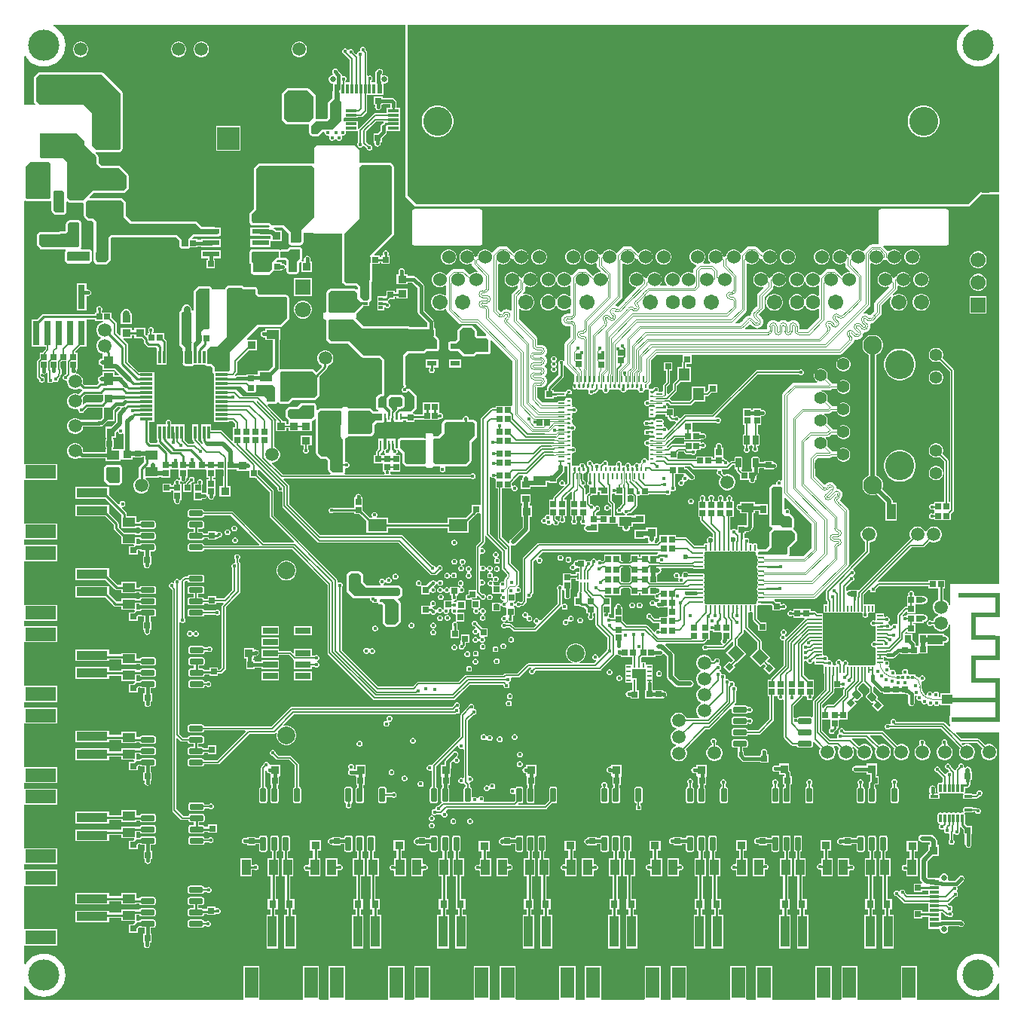
<source format=gtl>
G04*
G04 #@! TF.GenerationSoftware,Altium Limited,Altium Designer,21.6.4 (81)*
G04*
G04 Layer_Physical_Order=1*
G04 Layer_Color=255*
%FSTAX24Y24*%
%MOIN*%
G70*
G04*
G04 #@! TF.SameCoordinates,CFC9D6D8-CD49-4BFF-A4EB-002DC6F40297*
G04*
G04*
G04 #@! TF.FilePolarity,Positive*
G04*
G01*
G75*
%ADD10C,0.0200*%
%ADD11C,0.0197*%
%ADD19C,0.0059*%
%ADD20C,0.0100*%
%ADD22C,0.0050*%
%ADD23C,0.0060*%
%ADD31R,0.0660X0.0290*%
%ADD32R,0.0252X0.0252*%
%ADD33R,0.0449X0.0236*%
%ADD34R,0.0449X0.0118*%
%ADD35R,0.0335X0.0374*%
%ADD36R,0.1299X0.0965*%
%ADD37R,0.0827X0.0551*%
%ADD38R,0.0118X0.0571*%
%ADD39R,0.0571X0.0118*%
%ADD40R,0.2047X0.2047*%
%ADD41R,0.0187X0.0118*%
%ADD42R,0.0433X0.0236*%
%ADD43R,0.0384X0.0669*%
%ADD44R,0.0752X0.0240*%
%ADD45R,0.0917X0.1268*%
%ADD46R,0.0157X0.0150*%
%ADD47R,0.0150X0.0157*%
%ADD48R,0.0256X0.0087*%
%ADD49R,0.0087X0.0256*%
G04:AMPARAMS|DCode=51|XSize=23.6mil|YSize=61mil|CornerRadius=3.5mil|HoleSize=0mil|Usage=FLASHONLY|Rotation=270.000|XOffset=0mil|YOffset=0mil|HoleType=Round|Shape=RoundedRectangle|*
%AMROUNDEDRECTD51*
21,1,0.0236,0.0539,0,0,270.0*
21,1,0.0165,0.0610,0,0,270.0*
1,1,0.0071,-0.0270,-0.0083*
1,1,0.0071,-0.0270,0.0083*
1,1,0.0071,0.0270,0.0083*
1,1,0.0071,0.0270,-0.0083*
%
%ADD51ROUNDEDRECTD51*%
%ADD52R,0.0197X0.0197*%
G04:AMPARAMS|DCode=53|XSize=33.5mil|YSize=29.5mil|CornerRadius=4.4mil|HoleSize=0mil|Usage=FLASHONLY|Rotation=135.000|XOffset=0mil|YOffset=0mil|HoleType=Round|Shape=RoundedRectangle|*
%AMROUNDEDRECTD53*
21,1,0.0335,0.0207,0,0,135.0*
21,1,0.0246,0.0295,0,0,135.0*
1,1,0.0089,-0.0014,0.0160*
1,1,0.0089,0.0160,-0.0014*
1,1,0.0089,0.0014,-0.0160*
1,1,0.0089,-0.0160,0.0014*
%
%ADD53ROUNDEDRECTD53*%
%ADD54R,0.0450X0.0410*%
%ADD55R,0.0890X0.0410*%
%ADD56R,0.1043X0.0394*%
%ADD57R,0.0291X0.1098*%
%ADD58R,0.0591X0.1339*%
%ADD59R,0.0394X0.1378*%
%ADD60R,0.0236X0.0449*%
%ADD61R,0.0118X0.0449*%
%ADD62R,0.0945X0.1299*%
%ADD63R,0.0315X0.0354*%
%ADD64R,0.1339X0.1969*%
%ADD65R,0.0465X0.1709*%
%ADD66R,0.0315X0.0630*%
%ADD67R,0.0866X0.0984*%
%ADD68R,0.0138X0.0118*%
%ADD69R,0.0343X0.0093*%
%ADD70R,0.0374X0.0335*%
%ADD71R,0.0394X0.0689*%
%ADD72R,0.0098X0.0315*%
%ADD73R,0.1043X0.0689*%
G04:AMPARAMS|DCode=74|XSize=23.6mil|YSize=61mil|CornerRadius=3.5mil|HoleSize=0mil|Usage=FLASHONLY|Rotation=0.000|XOffset=0mil|YOffset=0mil|HoleType=Round|Shape=RoundedRectangle|*
%AMROUNDEDRECTD74*
21,1,0.0236,0.0539,0,0,0.0*
21,1,0.0165,0.0610,0,0,0.0*
1,1,0.0071,0.0083,-0.0270*
1,1,0.0071,-0.0083,-0.0270*
1,1,0.0071,-0.0083,0.0270*
1,1,0.0071,0.0083,0.0270*
%
%ADD74ROUNDEDRECTD74*%
%ADD75R,0.0098X0.0187*%
%ADD76R,0.0187X0.0098*%
%ADD77R,0.0472X0.0120*%
G04:AMPARAMS|DCode=78|XSize=9.8mil|YSize=23.6mil|CornerRadius=1.5mil|HoleSize=0mil|Usage=FLASHONLY|Rotation=180.000|XOffset=0mil|YOffset=0mil|HoleType=Round|Shape=RoundedRectangle|*
%AMROUNDEDRECTD78*
21,1,0.0098,0.0207,0,0,180.0*
21,1,0.0069,0.0236,0,0,180.0*
1,1,0.0030,-0.0034,0.0103*
1,1,0.0030,0.0034,0.0103*
1,1,0.0030,0.0034,-0.0103*
1,1,0.0030,-0.0034,-0.0103*
%
%ADD78ROUNDEDRECTD78*%
G04:AMPARAMS|DCode=79|XSize=9.8mil|YSize=23.6mil|CornerRadius=1.5mil|HoleSize=0mil|Usage=FLASHONLY|Rotation=270.000|XOffset=0mil|YOffset=0mil|HoleType=Round|Shape=RoundedRectangle|*
%AMROUNDEDRECTD79*
21,1,0.0098,0.0207,0,0,270.0*
21,1,0.0069,0.0236,0,0,270.0*
1,1,0.0030,-0.0103,-0.0034*
1,1,0.0030,-0.0103,0.0034*
1,1,0.0030,0.0103,0.0034*
1,1,0.0030,0.0103,-0.0034*
%
%ADD79ROUNDEDRECTD79*%
G04:AMPARAMS|DCode=80|XSize=55.1mil|YSize=47.2mil|CornerRadius=0mil|HoleSize=0mil|Usage=FLASHONLY|Rotation=315.000|XOffset=0mil|YOffset=0mil|HoleType=Round|Shape=Rectangle|*
%AMROTATEDRECTD80*
4,1,4,-0.0362,0.0028,-0.0028,0.0362,0.0362,-0.0028,0.0028,-0.0362,-0.0362,0.0028,0.0*
%
%ADD80ROTATEDRECTD80*%

G04:AMPARAMS|DCode=81|XSize=157.5mil|YSize=59.1mil|CornerRadius=8.9mil|HoleSize=0mil|Usage=FLASHONLY|Rotation=0.000|XOffset=0mil|YOffset=0mil|HoleType=Round|Shape=RoundedRectangle|*
%AMROUNDEDRECTD81*
21,1,0.1575,0.0413,0,0,0.0*
21,1,0.1398,0.0591,0,0,0.0*
1,1,0.0177,0.0699,-0.0207*
1,1,0.0177,-0.0699,-0.0207*
1,1,0.0177,-0.0699,0.0207*
1,1,0.0177,0.0699,0.0207*
%
%ADD81ROUNDEDRECTD81*%
%ADD82C,0.0083*%
%ADD83O,0.0077X0.0300*%
%ADD84O,0.0300X0.0077*%
%ADD85R,0.0551X0.0394*%
G04:AMPARAMS|DCode=86|XSize=10.2mil|YSize=35.4mil|CornerRadius=1.3mil|HoleSize=0mil|Usage=FLASHONLY|Rotation=180.000|XOffset=0mil|YOffset=0mil|HoleType=Round|Shape=RoundedRectangle|*
%AMROUNDEDRECTD86*
21,1,0.0102,0.0329,0,0,180.0*
21,1,0.0077,0.0354,0,0,180.0*
1,1,0.0026,-0.0038,0.0164*
1,1,0.0026,0.0038,0.0164*
1,1,0.0026,0.0038,-0.0164*
1,1,0.0026,-0.0038,-0.0164*
%
%ADD86ROUNDEDRECTD86*%
G04:AMPARAMS|DCode=87|XSize=35.4mil|YSize=10.2mil|CornerRadius=1.3mil|HoleSize=0mil|Usage=FLASHONLY|Rotation=180.000|XOffset=0mil|YOffset=0mil|HoleType=Round|Shape=RoundedRectangle|*
%AMROUNDEDRECTD87*
21,1,0.0354,0.0077,0,0,180.0*
21,1,0.0329,0.0102,0,0,180.0*
1,1,0.0026,-0.0164,0.0038*
1,1,0.0026,0.0164,0.0038*
1,1,0.0026,0.0164,-0.0038*
1,1,0.0026,-0.0164,-0.0038*
%
%ADD87ROUNDEDRECTD87*%
%ADD88R,0.0252X0.0252*%
%ADD89R,0.0394X0.0551*%
%ADD90R,0.0689X0.0394*%
%ADD91P,0.0356X4X360.0*%
%ADD92P,0.0356X4X90.0*%
%ADD93R,0.0472X0.0551*%
%ADD94R,0.0075X0.0303*%
G04:AMPARAMS|DCode=95|XSize=23.6mil|YSize=43.3mil|CornerRadius=2.4mil|HoleSize=0mil|Usage=FLASHONLY|Rotation=0.000|XOffset=0mil|YOffset=0mil|HoleType=Round|Shape=RoundedRectangle|*
%AMROUNDEDRECTD95*
21,1,0.0236,0.0386,0,0,0.0*
21,1,0.0189,0.0433,0,0,0.0*
1,1,0.0047,0.0094,-0.0193*
1,1,0.0047,-0.0094,-0.0193*
1,1,0.0047,-0.0094,0.0193*
1,1,0.0047,0.0094,0.0193*
%
%ADD95ROUNDEDRECTD95*%
%ADD96R,0.0984X0.0866*%
%ADD97R,0.0394X0.1043*%
%ADD98R,0.0276X0.0335*%
%ADD99R,0.0075X0.0280*%
%ADD100R,0.0335X0.0276*%
%ADD101R,0.1339X0.0591*%
%ADD102R,0.1378X0.0394*%
%ADD196C,0.0550*%
%ADD197C,0.1280*%
%ADD198C,0.0036*%
%ADD199C,0.0036*%
%ADD200C,0.0036*%
%ADD201C,0.0036*%
%ADD202C,0.0041*%
%ADD203C,0.0591*%
%ADD204R,0.1614X0.1614*%
%ADD205R,0.2008X0.2008*%
G04:AMPARAMS|DCode=206|XSize=275.6mil|YSize=275.6mil|CornerRadius=6.9mil|HoleSize=0mil|Usage=FLASHONLY|Rotation=270.000|XOffset=0mil|YOffset=0mil|HoleType=Round|Shape=RoundedRectangle|*
%AMROUNDEDRECTD206*
21,1,0.2756,0.2618,0,0,270.0*
21,1,0.2618,0.2756,0,0,270.0*
1,1,0.0138,-0.1309,-0.1309*
1,1,0.0138,-0.1309,0.1309*
1,1,0.0138,0.1309,0.1309*
1,1,0.0138,0.1309,-0.1309*
%
%ADD206ROUNDEDRECTD206*%
%ADD207R,0.1004X0.0807*%
%ADD208C,0.0040*%
%ADD209C,0.0040*%
%ADD210C,0.0150*%
%ADD211C,0.0080*%
%ADD212C,0.0035*%
%ADD213C,0.0300*%
%ADD214R,0.1941X0.0197*%
%ADD215R,0.1669X0.0197*%
%ADD216R,0.0197X0.1063*%
%ADD217R,0.1087X0.0197*%
%ADD218R,0.0197X0.0858*%
%ADD219R,0.1094X0.0197*%
%ADD220R,0.0197X0.1102*%
%ADD221R,0.1083X0.0197*%
%ADD222R,0.0197X0.0811*%
%ADD223R,0.1075X0.0197*%
%ADD224R,0.0197X0.1969*%
%ADD225R,0.1941X0.0248*%
%ADD226C,0.0787*%
%ADD227O,0.0827X0.0413*%
%ADD228O,0.0709X0.0354*%
%ADD229C,0.0256*%
%ADD230C,0.1378*%
%ADD231C,0.0594*%
%ADD232R,0.1004X0.1004*%
%ADD233C,0.1004*%
%ADD234O,0.0413X0.0827*%
%ADD235O,0.0354X0.0709*%
%ADD236R,0.0709X0.0709*%
%ADD237C,0.0709*%
%ADD238C,0.0600*%
%ADD239C,0.0675*%
%ADD240C,0.0630*%
%ADD241C,0.0825*%
%ADD242C,0.0669*%
%ADD243R,0.0669X0.0669*%
%ADD244C,0.0830*%
%ADD245C,0.0197*%
%ADD246C,0.0177*%
%ADD247C,0.0236*%
%ADD248C,0.0210*%
%ADD249C,0.0200*%
G36*
X029924Y045159D02*
X029932Y04512D01*
X029954Y045087D01*
X030344Y044697D01*
X030377Y044675D01*
X030416Y044667D01*
X054836D01*
X054875Y044675D01*
X054908Y044697D01*
X055408Y045197D01*
X056208D01*
X056208Y045147D01*
X056208Y027989D01*
X054026D01*
Y027042D01*
X053976Y027035D01*
X053961Y027092D01*
X053914Y027173D01*
X053848Y027239D01*
X053767Y027286D01*
X053735Y027294D01*
Y027783D01*
X053802D01*
Y028155D01*
X053076D01*
Y028061D01*
X050854D01*
X050847Y028059D01*
X050822Y028106D01*
X052315Y029599D01*
X052827D01*
X052862Y029606D01*
X052892Y029625D01*
X053128Y029862D01*
X053169Y029838D01*
X053259Y029814D01*
X053353D01*
X053443Y029838D01*
X053524Y029885D01*
X05359Y029951D01*
X053637Y030032D01*
X053661Y030122D01*
Y030216D01*
X053637Y030306D01*
X05359Y030387D01*
X053524Y030453D01*
X053443Y0305D01*
X053353Y030524D01*
X053259D01*
X053169Y0305D01*
X053088Y030453D01*
X053022Y030387D01*
X052975Y030306D01*
X052972Y030298D01*
X052921D01*
X052918Y030306D01*
X052872Y030387D01*
X052805Y030453D01*
X052724Y0305D01*
X052634Y030524D01*
X052541D01*
X05245Y0305D01*
X052369Y030453D01*
X052303Y030387D01*
X052256Y030306D01*
X052232Y030216D01*
Y030122D01*
X052256Y030032D01*
X052279Y029992D01*
X04999Y027702D01*
X049952Y027718D01*
Y027718D01*
X04958D01*
Y027692D01*
X049566D01*
X049503Y02768D01*
X049473Y027659D01*
X049423Y027686D01*
Y027847D01*
X049652Y028076D01*
X049676D01*
X049723Y028095D01*
X049759Y028132D01*
X049779Y028179D01*
Y02823D01*
X049759Y028277D01*
X04974Y028297D01*
X049746Y028352D01*
X049747Y028355D01*
X049762Y02836D01*
X049798Y028397D01*
X049817Y028444D01*
Y028495D01*
X049798Y028542D01*
X049762Y028578D01*
X04975Y028583D01*
X049739Y028642D01*
X050431Y029334D01*
X050451Y029364D01*
X050458Y029399D01*
Y029814D01*
X050479D01*
X050569Y029838D01*
X05065Y029885D01*
X050716Y029951D01*
X050763Y030032D01*
X050787Y030122D01*
Y030216D01*
X050763Y030306D01*
X050716Y030387D01*
X05065Y030453D01*
X050569Y0305D01*
X050479Y030524D01*
X050385D01*
X050295Y0305D01*
X050214Y030453D01*
X050148Y030387D01*
X050101Y030306D01*
X050077Y030216D01*
Y030122D01*
X050101Y030032D01*
X050148Y029951D01*
X050214Y029885D01*
X050274Y02985D01*
Y029437D01*
X048551Y027714D01*
X048531Y027684D01*
X048524Y027649D01*
Y027292D01*
X048531Y027257D01*
X048551Y027228D01*
X048609Y027169D01*
Y027074D01*
X04844D01*
Y026701D01*
X048423Y026682D01*
X048404Y026664D01*
X048175D01*
X048088Y026751D01*
X048055Y026773D01*
X048016Y026781D01*
X048001D01*
X047999Y026783D01*
X047956Y026791D01*
X047847D01*
Y026863D01*
X047475D01*
Y026863D01*
X047457D01*
Y026863D01*
X047085D01*
Y02679D01*
X047033D01*
X046991Y026808D01*
X04694D01*
X046893Y026788D01*
X046857Y026752D01*
X046837Y026705D01*
Y026654D01*
X046857Y026606D01*
X046893Y02657D01*
X04694Y026551D01*
X046991D01*
X047029Y026566D01*
X047085D01*
Y026491D01*
X047457D01*
Y026491D01*
X047475D01*
Y026491D01*
X047578D01*
X047599Y026441D01*
X046801Y025643D01*
X046745Y025658D01*
X046735Y025682D01*
X046734Y025683D01*
X046729Y025735D01*
X046766Y025771D01*
X046785Y025819D01*
Y02587D01*
X046766Y025917D01*
X046729Y025953D01*
X046682Y025973D01*
X046631D01*
X046584Y025953D01*
X046547Y025917D01*
X046528Y02587D01*
Y025819D01*
X046547Y025771D01*
X046549Y02577D01*
X046553Y025718D01*
X046517Y025682D01*
X046497Y025635D01*
Y025584D01*
X046517Y025536D01*
X046553Y0255D01*
X0466Y025481D01*
X046615D01*
X046654Y025471D01*
X046664Y025434D01*
Y024367D01*
X046099Y023802D01*
X046079Y023772D01*
X046073Y023742D01*
X04595D01*
Y02337D01*
Y023016D01*
X046044D01*
Y022007D01*
X045546Y021509D01*
X045082D01*
X045077Y021537D01*
X045056Y021569D01*
X045024Y02159D01*
X044987Y021597D01*
X044447D01*
X04441Y02159D01*
X044379Y021569D01*
X044358Y021537D01*
X04435Y0215D01*
Y021334D01*
X044358Y021297D01*
X044379Y021266D01*
X04441Y021245D01*
X044447Y021237D01*
X044987D01*
X045024Y021245D01*
X045056Y021266D01*
X045077Y021297D01*
X045082Y021325D01*
X045584D01*
X045619Y021332D01*
X045649Y021352D01*
X046201Y021904D01*
X046221Y021934D01*
X046228Y021969D01*
Y023016D01*
X046303D01*
X046322Y023016D01*
Y023016D01*
X046353Y023017D01*
X046399Y023007D01*
X046407Y022995D01*
Y022944D01*
X046427Y022896D01*
X046463Y02286D01*
X04651Y022841D01*
X046561D01*
X046609Y02286D01*
X046624Y022876D01*
X046674Y022855D01*
Y021209D01*
X046681Y021174D01*
X046701Y021144D01*
X046993Y020852D01*
X047023Y020832D01*
X047058Y020825D01*
X047226D01*
X047232Y020797D01*
X047253Y020766D01*
X047284Y020745D01*
X047321Y020737D01*
X047861D01*
X047898Y020745D01*
X04793Y020766D01*
X047951Y020797D01*
X047958Y020834D01*
Y020983D01*
X048004Y021005D01*
X048006Y021005D01*
X048293Y020718D01*
X04827Y020678D01*
X048245Y020587D01*
Y020494D01*
X04827Y020403D01*
X048316Y020322D01*
X048383Y020256D01*
X048464Y020209D01*
X048554Y020185D01*
X048647D01*
X048738Y020209D01*
X048819Y020256D01*
X048885Y020322D01*
X048932Y020403D01*
X048956Y020494D01*
Y020587D01*
X048932Y020678D01*
X048885Y020759D01*
X048876Y020768D01*
X048895Y020814D01*
X049014D01*
X04911Y020718D01*
X049087Y020678D01*
X049062Y020587D01*
Y020494D01*
X049087Y020403D01*
X049133Y020322D01*
X0492Y020256D01*
X049281Y020209D01*
X049371Y020185D01*
X049464D01*
X049555Y020209D01*
X049636Y020256D01*
X049702Y020322D01*
X049749Y020403D01*
X049773Y020494D01*
Y020587D01*
X049749Y020678D01*
X04971Y020744D01*
X04975Y020775D01*
X049892Y020633D01*
X049879Y020587D01*
Y020494D01*
X049903Y020403D01*
X04995Y020322D01*
X050016Y020256D01*
X050097Y020209D01*
X050188Y020185D01*
X050281D01*
X050372Y020209D01*
X050453Y020256D01*
X050519Y020322D01*
X050566Y020403D01*
X05059Y020494D01*
Y020587D01*
X050566Y020678D01*
X050519Y020759D01*
X050453Y020825D01*
X050372Y020871D01*
X050281Y020896D01*
X050188D01*
X050097Y020871D01*
X050016Y020825D01*
X049988Y020796D01*
X049677Y021107D01*
X049682Y021134D01*
X049696Y021157D01*
X050305D01*
X050744Y020718D01*
X05072Y020678D01*
X050696Y020587D01*
Y020494D01*
X05072Y020403D01*
X050767Y020322D01*
X050833Y020256D01*
X050914Y020209D01*
X051005Y020185D01*
X051098D01*
X051189Y020209D01*
X05127Y020256D01*
X051336Y020322D01*
X051383Y020403D01*
X051407Y020494D01*
Y020587D01*
X051383Y020678D01*
X051336Y020759D01*
X05127Y020825D01*
X051189Y020871D01*
X051098Y020896D01*
X051005D01*
X050914Y020871D01*
X050874Y020848D01*
X05048Y021241D01*
X0505Y021287D01*
X050992D01*
X051561Y020718D01*
X051537Y020678D01*
X051513Y020587D01*
Y020494D01*
X051537Y020403D01*
X051584Y020322D01*
X05165Y020256D01*
X051731Y020209D01*
X051822Y020185D01*
X051915D01*
X052006Y020209D01*
X052087Y020256D01*
X052153Y020322D01*
X052199Y020403D01*
X052224Y020494D01*
Y020587D01*
X052199Y020678D01*
X052153Y020759D01*
X052087Y020825D01*
X052006Y020871D01*
X051915Y020896D01*
X051822D01*
X051731Y020871D01*
X051691Y020848D01*
X051095Y021444D01*
X051065Y021464D01*
X05103Y021471D01*
X049354D01*
X049349Y021475D01*
Y0215D01*
X04933Y021547D01*
X049294Y021583D01*
X049246Y021603D01*
X049195D01*
X049148Y021583D01*
X049112Y021547D01*
X049092Y0215D01*
Y021449D01*
X049104Y021421D01*
X049111Y021401D01*
X049081Y021361D01*
X049073Y021358D01*
X049037Y021322D01*
X049017Y021275D01*
Y021224D01*
X049031Y021191D01*
X049007Y021141D01*
X048724D01*
X048378Y021487D01*
Y021979D01*
X048676D01*
Y021979D01*
X048726Y021978D01*
Y021623D01*
X048726D01*
X048726Y021573D01*
X048713Y021568D01*
X048677Y021532D01*
X048657Y021485D01*
Y021434D01*
X048677Y021386D01*
X048713Y02135D01*
X04876Y021331D01*
X048811D01*
X048859Y02135D01*
X048895Y021386D01*
X048911Y021426D01*
X048991Y021506D01*
X048991Y021506D01*
X049016Y021543D01*
X049024Y021585D01*
X049055Y021623D01*
X049098D01*
Y021936D01*
X04912Y021977D01*
X049492D01*
Y022314D01*
X049527Y022349D01*
X049539Y022349D01*
X049556Y022367D01*
X049556Y022367D01*
X049894Y022704D01*
X049809Y022789D01*
X049841Y022828D01*
X049861Y022814D01*
X049902Y022806D01*
X049942Y022814D01*
X049977Y022837D01*
X050123Y022984D01*
X050146Y023018D01*
X050154Y023059D01*
X050146Y023099D01*
X050123Y023134D01*
X049966Y023291D01*
Y023379D01*
X050163Y023576D01*
X050198Y02359D01*
X050229Y023576D01*
X05045Y023355D01*
Y023208D01*
X050321Y023078D01*
X050298Y023044D01*
X050289Y023003D01*
X050298Y022962D01*
X050321Y022928D01*
X050495Y022754D01*
X050529Y022731D01*
X05057Y022723D01*
X050602Y022729D01*
X050622Y022708D01*
X050632Y022688D01*
X050558Y022614D01*
X050821Y022351D01*
X051084Y022614D01*
X050821Y022877D01*
X050805Y022921D01*
X050814Y022935D01*
X050822Y022975D01*
X050814Y023016D01*
X050791Y02305D01*
X050634Y023208D01*
Y023393D01*
X050677Y02343D01*
X050689Y023431D01*
X050914Y023206D01*
X050914Y023206D01*
X050959Y023177D01*
X051011Y023166D01*
X051051D01*
Y023118D01*
X051423D01*
Y023118D01*
X051445D01*
Y023118D01*
X051817D01*
Y023118D01*
X051839D01*
Y023118D01*
X052062D01*
X052076Y023115D01*
X052076Y023115D01*
X052111D01*
X052178Y023048D01*
Y022706D01*
X052189Y022654D01*
X052206Y022627D01*
X052207Y022626D01*
X052207Y022626D01*
X052218Y022609D01*
X052235Y022598D01*
X052243Y02259D01*
X052253Y022586D01*
X052263Y022579D01*
X052275Y022577D01*
X05229Y022571D01*
X052307D01*
X052316Y022569D01*
X052324Y022571D01*
X052341D01*
X052357Y022577D01*
X052368Y022579D01*
X052378Y022586D01*
X052389Y02259D01*
X052397Y022598D01*
X052413Y022609D01*
X052424Y022626D01*
X052425Y022626D01*
X052425Y022627D01*
X052443Y022654D01*
X052453Y022706D01*
Y023023D01*
X052493Y02305D01*
X052522Y023041D01*
X052546Y022988D01*
X052539Y022971D01*
Y02292D01*
X052559Y022873D01*
X052595Y022837D01*
X052642Y022817D01*
X052693D01*
X052713Y022825D01*
X052731Y022815D01*
X052757Y022789D01*
Y022748D01*
X052776Y022701D01*
X052813Y022665D01*
X05286Y022645D01*
X052911D01*
X052958Y022665D01*
X052974Y022681D01*
X052993Y022678D01*
X053028Y022664D01*
X053043Y022627D01*
X05308Y02259D01*
X053127Y022571D01*
X053178D01*
X053225Y02259D01*
X053261Y022627D01*
X053263Y022631D01*
X053317D01*
X05332Y022623D01*
X053357Y022587D01*
X053404Y022567D01*
X053455D01*
X053502Y022587D01*
X053538Y022623D01*
X053545Y022639D01*
X053595Y022629D01*
Y022625D01*
X054026D01*
Y022173D01*
X054019Y022169D01*
X053997Y022136D01*
X053989Y022097D01*
Y021848D01*
X053997Y021809D01*
X054019Y021776D01*
X054026Y021772D01*
Y021694D01*
X05398Y021675D01*
X053801Y021854D01*
X053771Y021874D01*
X053736Y021881D01*
X051648D01*
X051644Y021884D01*
Y021895D01*
X051625Y021942D01*
X051589Y021978D01*
X051541Y021998D01*
X05149D01*
X051443Y021978D01*
X051407Y021942D01*
X051387Y021895D01*
Y021844D01*
X051395Y021824D01*
X051368Y021772D01*
X051339Y021768D01*
X051291Y021788D01*
X05124D01*
X051193Y021768D01*
X051157Y021732D01*
X051137Y021685D01*
Y021634D01*
X051157Y021586D01*
X051193Y02155D01*
X05124Y021531D01*
X051291D01*
X051339Y02155D01*
X051356Y021567D01*
X053614D01*
X054464Y020717D01*
X054441Y020676D01*
X054416Y020586D01*
Y020492D01*
X054441Y020402D01*
X054487Y020321D01*
X054553Y020255D01*
X054634Y020208D01*
X054725Y020184D01*
X054818D01*
X054909Y020208D01*
X05499Y020255D01*
X055056Y020321D01*
X055103Y020402D01*
X055127Y020492D01*
Y020586D01*
X055103Y020676D01*
X055056Y020757D01*
X05499Y020823D01*
X054909Y02087D01*
X054818Y020894D01*
X054725D01*
X054634Y02087D01*
X054594Y020847D01*
X054539Y020901D01*
X054558Y020947D01*
X055218D01*
X055448Y020717D01*
X055425Y020676D01*
X055401Y020586D01*
Y020492D01*
X055425Y020402D01*
X055472Y020321D01*
X055538Y020255D01*
X055619Y020208D01*
X055709Y020184D01*
X055803D01*
X055893Y020208D01*
X055974Y020255D01*
X05604Y020321D01*
X056087Y020402D01*
X056111Y020492D01*
Y020586D01*
X056087Y020676D01*
X05604Y020757D01*
X055974Y020823D01*
X055893Y02087D01*
X055803Y020894D01*
X055709D01*
X055619Y02087D01*
X055578Y020847D01*
X055321Y021104D01*
X055291Y021124D01*
X055256Y021131D01*
X054524D01*
X054292Y021363D01*
X054311Y021409D01*
X056208D01*
X056208Y011026D01*
X056158Y011018D01*
X056154Y011033D01*
X056066Y011197D01*
X055948Y011341D01*
X055804Y01146D01*
X055639Y011547D01*
X055461Y011601D01*
X055276Y01162D01*
X05509Y011601D01*
X054912Y011547D01*
X054748Y01146D01*
X054604Y011341D01*
X054485Y011197D01*
X054398Y011033D01*
X054343Y010855D01*
X054325Y010669D01*
X054343Y010484D01*
X054398Y010306D01*
X054485Y010141D01*
X054604Y009997D01*
X054748Y009879D01*
X054912Y009791D01*
X05509Y009737D01*
X055276Y009719D01*
X055461Y009737D01*
X055639Y009791D01*
X055804Y009879D01*
X055948Y009997D01*
X056066Y010141D01*
X056154Y010306D01*
X056158Y01032D01*
X056208Y010313D01*
Y009587D01*
X052608D01*
X052566Y009606D01*
X052566Y009637D01*
Y011065D01*
X051855D01*
Y009637D01*
X051855Y009606D01*
X051813Y009587D01*
X04997D01*
X049928Y009606D01*
X049928Y009637D01*
Y011065D01*
X049217D01*
Y009637D01*
X049217Y009606D01*
X049175Y009587D01*
X048828D01*
X048786Y009606D01*
X048786Y009637D01*
Y011065D01*
X048075D01*
Y009637D01*
X048075Y009606D01*
X048033Y009587D01*
X04619D01*
X046148Y009606D01*
X046148Y009637D01*
Y011065D01*
X045437D01*
Y009637D01*
X045437Y009606D01*
X045395Y009587D01*
X045048D01*
X045006Y009606D01*
X045006Y009637D01*
Y011065D01*
X044295D01*
Y009637D01*
X044295Y009606D01*
X044253Y009587D01*
X04241D01*
X042368Y009606D01*
X042368Y009637D01*
Y011065D01*
X041657D01*
Y009637D01*
X041657Y009606D01*
X041615Y009587D01*
X041268D01*
X041226Y009606D01*
X041226Y009637D01*
Y011065D01*
X040515D01*
Y009637D01*
X040515Y009606D01*
X040473Y009587D01*
X03863D01*
X038588Y009606D01*
X038588Y009637D01*
Y011065D01*
X037877D01*
Y009637D01*
X037877Y009606D01*
X037835Y009587D01*
X037488D01*
X037446Y009606D01*
X037446Y009637D01*
Y011065D01*
X036735D01*
Y009637D01*
X036735Y009606D01*
X036693Y009587D01*
X03485D01*
X034808Y009606D01*
X034808Y009637D01*
Y011065D01*
X034098D01*
Y009637D01*
X034098Y009606D01*
X034055Y009587D01*
X033708D01*
X033666Y009606D01*
X033666Y009637D01*
Y011065D01*
X032955D01*
Y009637D01*
X032955Y009606D01*
X032913Y009587D01*
X03107D01*
X031028Y009606D01*
X031028Y009637D01*
Y011065D01*
X030318D01*
Y009637D01*
X030318Y009606D01*
X030276Y009587D01*
X029928D01*
X029886Y009606D01*
X029886Y009637D01*
Y011065D01*
X029176D01*
Y009637D01*
X029176Y009606D01*
X029134Y009587D01*
X02729D01*
X027248Y009606D01*
X027248Y009637D01*
Y011065D01*
X026538D01*
Y009637D01*
X026538Y009606D01*
X026496Y009587D01*
X026148D01*
X026106Y009606D01*
X026106Y009637D01*
Y011065D01*
X025396D01*
Y009637D01*
X025396Y009606D01*
X025354Y009587D01*
X023511D01*
X023469Y009606D01*
X023468Y009637D01*
Y011065D01*
X022758D01*
Y009637D01*
X022758Y009606D01*
X022716Y009587D01*
X013074D01*
Y010174D01*
X013123Y010186D01*
X013147Y010141D01*
X013265Y009997D01*
X013409Y009879D01*
X013573Y009791D01*
X013752Y009737D01*
X013937Y009719D01*
X014122Y009737D01*
X014301Y009791D01*
X014465Y009879D01*
X014609Y009997D01*
X014727Y010141D01*
X014815Y010306D01*
X014869Y010484D01*
X014887Y010669D01*
X014869Y010855D01*
X014815Y011033D01*
X014727Y011197D01*
X014609Y011341D01*
X014465Y01146D01*
X014301Y011547D01*
X014122Y011601D01*
X013937Y01162D01*
X013752Y011601D01*
X013573Y011547D01*
X013409Y01146D01*
X013265Y011341D01*
X013147Y011197D01*
X013123Y011153D01*
X013074Y011165D01*
Y011933D01*
X013075Y011983D01*
X013124Y011983D01*
X014534D01*
Y012693D01*
X013124D01*
X013075Y012693D01*
X013074Y012743D01*
Y014571D01*
X013075Y014621D01*
X013124Y014621D01*
X014534D01*
Y015331D01*
X013124D01*
X013075Y015331D01*
X013074Y015381D01*
Y015525D01*
X013077Y015574D01*
X013124Y015574D01*
X014535D01*
Y016284D01*
X013124D01*
X013077Y016284D01*
X013074Y016333D01*
Y018163D01*
X013077Y018212D01*
X013124Y018212D01*
X014535D01*
Y018922D01*
X013124D01*
X013077Y018922D01*
X013074Y018971D01*
Y019115D01*
X013075Y019165D01*
X013124Y019165D01*
X014534D01*
Y019875D01*
X013124D01*
X013075Y019875D01*
X013074Y019925D01*
Y021753D01*
X013075Y021803D01*
X013124Y021803D01*
X014534D01*
Y022513D01*
X013124D01*
X013075Y022513D01*
X013074Y022563D01*
Y022706D01*
X013075Y022756D01*
X013124Y022756D01*
X014534D01*
Y023466D01*
X013124D01*
X013075Y023466D01*
X013074Y023516D01*
Y025344D01*
X013075Y025394D01*
X013124Y025394D01*
X014534D01*
Y026104D01*
X013124D01*
X013075Y026104D01*
X013074Y026154D01*
Y026297D01*
X013075Y026347D01*
X013124Y026347D01*
X014534D01*
Y027057D01*
X013124D01*
X013075Y027057D01*
X013074Y027107D01*
Y028935D01*
X013075Y028985D01*
X013124Y028985D01*
X014534D01*
Y029695D01*
X013124D01*
X013075Y029695D01*
X013074Y029745D01*
Y029888D01*
X013075Y029938D01*
X013124Y029938D01*
X014534D01*
Y030648D01*
X013124D01*
X013075Y030648D01*
X013074Y030698D01*
Y032526D01*
X013075Y032576D01*
X013124Y032576D01*
X014534D01*
Y033286D01*
X013124D01*
X013075Y033286D01*
X013074Y033336D01*
Y044923D01*
X013124Y04494D01*
X013147Y044925D01*
X013186Y044917D01*
X014196D01*
X014224Y044923D01*
X01426Y044903D01*
X014274Y044891D01*
Y044509D01*
X014282Y04447D01*
X014304Y044437D01*
X014394Y044347D01*
X014427Y044325D01*
X014466Y044317D01*
X014806D01*
X014845Y044325D01*
X014878Y044347D01*
X014908Y044377D01*
X01493Y04441D01*
X014938Y044449D01*
Y044888D01*
X014984Y044907D01*
X015024Y044867D01*
X015057Y044845D01*
X015096Y044837D01*
X015656D01*
X015704Y044796D01*
Y044269D01*
X015712Y04423D01*
X015734Y044197D01*
X015854Y044077D01*
X015887Y044055D01*
X015926Y044047D01*
X016064D01*
X016144Y043967D01*
Y042269D01*
X016152Y04223D01*
X016174Y042197D01*
X016224Y042147D01*
X016257Y042125D01*
X016296Y042117D01*
X016666D01*
X016705Y042125D01*
X016738Y042147D01*
X016868Y042277D01*
X01689Y04231D01*
X016898Y042349D01*
Y043257D01*
X016938Y043297D01*
X019794D01*
X019914Y043177D01*
Y042949D01*
X019922Y04291D01*
X019944Y042877D01*
X019994Y042827D01*
X020027Y042805D01*
X020066Y042797D01*
X020296D01*
X020335Y042805D01*
X020368Y042827D01*
X020398Y042857D01*
X020402Y042863D01*
X020729D01*
Y04292D01*
X020887D01*
Y042887D01*
X021759D01*
Y043247D01*
X020887D01*
Y043196D01*
X020729D01*
Y043235D01*
X020521D01*
X020502Y043281D01*
X020558Y043337D01*
X021631D01*
X021636Y043338D01*
X021641Y043338D01*
X021655Y043342D01*
X02167Y043345D01*
X021674Y043348D01*
X021679Y043349D01*
X021691Y043359D01*
X021703Y043367D01*
X021706Y043371D01*
X02171Y043375D01*
X02172Y043387D01*
X021759D01*
Y043747D01*
X021507D01*
X021479Y043769D01*
X021466Y043776D01*
X021455Y043783D01*
X021449Y043785D01*
X021443Y043787D01*
X021429Y043788D01*
X021416Y043791D01*
X020918D01*
X020728Y043981D01*
X020695Y044003D01*
X020656Y044011D01*
X017818D01*
X017568Y044261D01*
Y044839D01*
X01756Y044878D01*
X017538Y044911D01*
X017428Y045021D01*
X017395Y045043D01*
X017356Y045051D01*
X015977D01*
X015958Y045097D01*
X016138Y045277D01*
X017466D01*
X017505Y045285D01*
X017538Y045307D01*
X017678Y045447D01*
X0177Y04548D01*
X017708Y045519D01*
Y046009D01*
X0177Y046048D01*
X017678Y046081D01*
X017318Y046441D01*
X017285Y046463D01*
X017246Y046471D01*
X016498D01*
X016348Y046621D01*
Y046859D01*
X01634Y046898D01*
X016318Y046931D01*
X016215Y047034D01*
X016239Y04708D01*
X016256Y047077D01*
X017246D01*
X017285Y047085D01*
X017318Y047107D01*
X017388Y047177D01*
X01741Y04721D01*
X017418Y047249D01*
Y049689D01*
X01741Y049728D01*
X017388Y049761D01*
X016568Y050581D01*
X016535Y050603D01*
X016496Y050611D01*
X013746D01*
X013707Y050603D01*
X013674Y050581D01*
X013524Y050431D01*
X013502Y050398D01*
X013494Y050359D01*
Y049329D01*
X013502Y04929D01*
X013524Y049257D01*
X013555Y049225D01*
X013536Y049179D01*
X013074D01*
Y051316D01*
X013123Y051328D01*
X013147Y051283D01*
X013265Y051139D01*
X013409Y051021D01*
X013573Y050933D01*
X013752Y050879D01*
X013937Y050861D01*
X014122Y050879D01*
X014301Y050933D01*
X014465Y051021D01*
X014609Y051139D01*
X014727Y051283D01*
X014815Y051447D01*
X014869Y051626D01*
X014887Y051811D01*
X014869Y051996D01*
X014815Y052175D01*
X014727Y052339D01*
X014609Y052483D01*
X014465Y052601D01*
X014336Y05267D01*
X014348Y05272D01*
X029924D01*
Y045159D01*
D02*
G37*
G36*
X017316Y049689D02*
Y047249D01*
X017246Y047179D01*
X016256D01*
X016066Y047369D01*
Y048809D01*
X015696Y049179D01*
X013746D01*
X013596Y049329D01*
Y050359D01*
X013746Y050509D01*
X016496D01*
X017316Y049689D01*
D02*
G37*
G36*
X014236Y046579D02*
Y045059D01*
X014196Y045019D01*
X013186D01*
X013136Y045069D01*
Y046449D01*
X013326Y046639D01*
X014176D01*
X014236Y046579D01*
D02*
G37*
G36*
X015726Y047589D02*
Y047379D01*
X016246Y046859D01*
Y046579D01*
X016456Y046369D01*
X017246D01*
X017606Y046009D01*
Y045519D01*
X017466Y045379D01*
X016096D01*
X015656Y044939D01*
X015096D01*
X014966Y045069D01*
Y046619D01*
X014786Y046799D01*
X013836D01*
X013776Y046859D01*
Y047919D01*
X015396D01*
X015726Y047589D01*
D02*
G37*
G36*
X054877Y05267D02*
X054748Y052601D01*
X054604Y052483D01*
X054485Y052339D01*
X054398Y052175D01*
X054343Y051996D01*
X054325Y051811D01*
X054343Y051626D01*
X054398Y051447D01*
X054485Y051283D01*
X054604Y051139D01*
X054748Y051021D01*
X054912Y050933D01*
X05509Y050879D01*
X055276Y050861D01*
X055461Y050879D01*
X055639Y050933D01*
X055804Y051021D01*
X055948Y051139D01*
X056066Y051283D01*
X056154Y051447D01*
X056158Y051462D01*
X056208Y051455D01*
Y045299D01*
X055366D01*
X054836Y044769D01*
X030416D01*
X030026Y045159D01*
Y05272D01*
X054864D01*
X054877Y05267D01*
D02*
G37*
G36*
X014836Y045309D02*
Y044449D01*
X014806Y044419D01*
X014466D01*
X014376Y044509D01*
Y045339D01*
X014406Y045369D01*
X014776D01*
X014836Y045309D01*
D02*
G37*
G36*
X017466Y044839D02*
Y044219D01*
X017776Y043909D01*
X020656D01*
X020876Y043689D01*
X021416D01*
X021634Y043518D01*
X021641Y043452D01*
X021631Y043439D01*
X020516D01*
X020326Y043249D01*
Y042929D01*
X020296Y042899D01*
X020066D01*
X020016Y042949D01*
Y043219D01*
X019836Y043399D01*
X016896D01*
X016796Y043299D01*
Y042349D01*
X016666Y042219D01*
X016296D01*
X016246Y042269D01*
Y044009D01*
X016106Y044149D01*
X015926D01*
X015806Y044269D01*
Y044859D01*
X015896Y044949D01*
X017356D01*
X017466Y044839D01*
D02*
G37*
G36*
X053076Y027783D02*
X053511D01*
Y027291D01*
X053492Y027286D01*
X053411Y027239D01*
X053345Y027173D01*
X053299Y027092D01*
X053274Y027002D01*
Y026908D01*
X053299Y026818D01*
X053345Y026737D01*
X053411Y026671D01*
X053486Y026627D01*
X05349Y0266D01*
X053486Y026574D01*
X053411Y02653D01*
X053345Y026464D01*
X053299Y026383D01*
X053285Y026334D01*
X053222D01*
X053209Y026348D01*
X053161Y026368D01*
X05311D01*
X053063Y026348D01*
X053037Y026322D01*
X052998Y026354D01*
X053027Y026397D01*
X053039Y026459D01*
X053027Y026522D01*
X052991Y026574D01*
X052938Y02661D01*
X052876Y026622D01*
X052851D01*
Y026629D01*
X052125D01*
Y026606D01*
X052075Y026572D01*
X052061Y026578D01*
X05201D01*
X051963Y026558D01*
X051963Y026558D01*
X051907Y026573D01*
X051905Y026579D01*
X052075Y026748D01*
X052125Y026728D01*
Y02669D01*
X052497D01*
Y027062D01*
X052538Y027084D01*
X052851D01*
Y027106D01*
X052876D01*
X052938Y027118D01*
X052991Y027154D01*
X053027Y027207D01*
X053039Y027269D01*
X053027Y027332D01*
X052991Y027384D01*
X052938Y02742D01*
X052876Y027432D01*
X052851D01*
Y027456D01*
X052479D01*
X052441Y027484D01*
X052427Y027506D01*
X052434Y027524D01*
Y027575D01*
X052415Y027622D01*
X052379Y027658D01*
X052331Y027678D01*
X05228D01*
X052233Y027658D01*
X052197Y027622D01*
X052177Y027575D01*
Y027524D01*
X052185Y027506D01*
X052152Y027456D01*
X052125D01*
Y027084D01*
X052125D01*
X052125Y027062D01*
X052125D01*
Y026968D01*
X052073D01*
X052038Y026961D01*
X052008Y026941D01*
X051721Y026654D01*
X051701Y026624D01*
X051694Y026589D01*
Y026213D01*
X051644Y026193D01*
X051639Y026198D01*
X051591Y026218D01*
X05154D01*
X051493Y026198D01*
X051457Y026162D01*
X051437Y026115D01*
X051435Y026114D01*
X051385Y026135D01*
X051365Y026183D01*
X051329Y026219D01*
X051293Y026234D01*
X051287Y026275D01*
X051288Y026286D01*
X051299Y02629D01*
X051335Y026326D01*
X051354Y026374D01*
Y026425D01*
X051335Y026472D01*
X051299Y026508D01*
X051251Y026528D01*
X0512D01*
X051153Y026508D01*
X051103Y026529D01*
Y026664D01*
X05073D01*
X050711Y026682D01*
X050694Y026701D01*
Y027074D01*
X05021D01*
Y027493D01*
X050434Y027717D01*
X050466Y027707D01*
X050485Y027698D01*
X050503Y027654D01*
X050539Y027618D01*
X050587Y027599D01*
X050638D01*
X050685Y027618D01*
X050721Y027654D01*
X050741Y027702D01*
Y027726D01*
X050892Y027877D01*
X053076D01*
Y027783D01*
D02*
G37*
G36*
X05071Y026681D02*
X050727Y026662D01*
Y026386D01*
X050725Y026384D01*
X050677Y026357D01*
X050651Y026368D01*
X0506D01*
X050553Y026348D01*
X050517Y026312D01*
X050497Y026265D01*
Y026214D01*
X050517Y026166D01*
X050553Y02613D01*
X0506Y026111D01*
X050651D01*
X050677Y026121D01*
X050725Y026095D01*
X050727Y026092D01*
Y025828D01*
Y025454D01*
X050686Y025426D01*
X050681Y025428D01*
X05063D01*
X050583Y025408D01*
X050547Y025372D01*
X050527Y025325D01*
Y025274D01*
X050547Y025226D01*
X050583Y02519D01*
X05063Y025171D01*
X050681D01*
X050686Y025172D01*
X050727Y025145D01*
Y024883D01*
Y024413D01*
X05071Y024394D01*
X050691Y024377D01*
X049541D01*
X049508Y024427D01*
X049514Y024444D01*
Y024495D01*
X049495Y024542D01*
X049459Y024578D01*
X049411Y024598D01*
X04936D01*
X049313Y024578D01*
X04928Y024545D01*
X049257Y024544D01*
X049225Y024547D01*
X049215Y024572D01*
X049179Y024608D01*
X049131Y024628D01*
X04908D01*
X049033Y024608D01*
X048997Y024572D01*
X048977Y024525D01*
Y024474D01*
X048997Y024426D01*
X048975Y024377D01*
X048851D01*
X048818Y024427D01*
X048824Y024444D01*
Y024495D01*
X048805Y024542D01*
X048769Y024578D01*
X048721Y024598D01*
X04867D01*
X048664Y024595D01*
X048626Y024634D01*
X048634Y024654D01*
Y024705D01*
X048615Y024752D01*
X048579Y024788D01*
X048531Y024808D01*
X04848D01*
X048457Y024798D01*
X048407Y024827D01*
X048407Y024827D01*
Y025355D01*
Y025828D01*
Y0263D01*
Y026662D01*
X048424Y026681D01*
X048443Y026698D01*
X050115D01*
X050149Y026648D01*
X050147Y026645D01*
Y026594D01*
X050167Y026546D01*
X050203Y02651D01*
X05025Y026491D01*
X050301D01*
X050349Y02651D01*
X050385Y026546D01*
X050404Y026594D01*
Y026645D01*
X050403Y026648D01*
X050436Y026698D01*
X050691D01*
X05071Y026681D01*
D02*
G37*
G36*
X053027Y026312D02*
X053027Y026312D01*
X053007Y026265D01*
Y026214D01*
X053027Y026166D01*
X053063Y02613D01*
X05311Y026111D01*
X053161D01*
X053209Y02613D01*
X053229Y026151D01*
X053287D01*
X053299Y026109D01*
X053345Y026028D01*
X053411Y025962D01*
X053492Y025915D01*
X053583Y025891D01*
X053676D01*
X053767Y025915D01*
X053848Y025962D01*
X053914Y026028D01*
X053961Y026109D01*
X053976Y026166D01*
X054026Y026159D01*
Y023155D01*
X053595D01*
Y022983D01*
X053545Y022978D01*
X053539Y022986D01*
X053523Y023022D01*
X053538Y023058D01*
Y023109D01*
X053519Y023157D01*
X053482Y023193D01*
X053435Y023212D01*
X053384D01*
X053337Y023193D01*
X053301Y023157D01*
X0533Y023156D01*
X053246D01*
X053242Y023168D01*
X053205Y023204D01*
X053158Y023223D01*
X053107D01*
X05306Y023204D01*
X053024Y023168D01*
X053004Y02312D01*
Y023083D01*
X052967Y023059D01*
X052958Y023056D01*
X052898Y023102D01*
X052827Y023194D01*
X052783Y023302D01*
X052767Y023416D01*
X052768Y023417D01*
Y023524D01*
X05277D01*
X052756Y023628D01*
X052753Y023635D01*
X052789Y023679D01*
X05282D01*
X052867Y023698D01*
X052903Y023735D01*
X052923Y023782D01*
Y023833D01*
X052903Y02388D01*
X052867Y023916D01*
X05282Y023936D01*
X052769D01*
X052721Y023916D01*
X052685Y02388D01*
X052675Y023855D01*
X052623Y023836D01*
X052617Y023836D01*
X052567Y023874D01*
X052504Y0239D01*
Y023979D01*
X052288D01*
Y023983D01*
X052181D01*
X052155Y024033D01*
X052168Y024063D01*
Y024114D01*
X052148Y024162D01*
X052112Y024198D01*
X052065Y024217D01*
X052013D01*
X051966Y024198D01*
X05193Y024162D01*
X05191Y024114D01*
Y024063D01*
X051923Y024033D01*
X051897Y023983D01*
X051797D01*
Y023979D01*
X051643D01*
X051615Y024021D01*
X051616Y024024D01*
Y024076D01*
X051597Y024123D01*
X051561Y024159D01*
X051513Y024179D01*
X051462D01*
X051424Y024163D01*
X051391Y024176D01*
X051374Y024188D01*
Y024209D01*
X051354Y024256D01*
X051318Y024293D01*
X051298Y024301D01*
X051293Y024321D01*
X051293Y024357D01*
X051322Y024386D01*
X051342Y024433D01*
Y024485D01*
X051322Y024532D01*
X051286Y024568D01*
X051239Y024588D01*
X051187D01*
X051153Y024573D01*
X051115Y024591D01*
X051103Y024602D01*
Y024727D01*
X051167D01*
X051204Y024702D01*
X051256Y024691D01*
X051496D01*
X051549Y024702D01*
X051593Y024732D01*
X051773Y024912D01*
X051841D01*
Y024863D01*
X052213D01*
Y024863D01*
X052235D01*
Y024863D01*
X052607Y024863D01*
X052642Y024899D01*
X052657Y024899D01*
X053012D01*
Y025251D01*
X053774D01*
Y025366D01*
X053806D01*
X053868Y025378D01*
X053921Y025414D01*
X053957Y025467D01*
X053969Y025529D01*
X053957Y025592D01*
X053921Y025644D01*
X053868Y02568D01*
X053806Y025692D01*
X053774D01*
Y025765D01*
X05301D01*
Y025765D01*
X052615D01*
Y02531D01*
X052615D01*
X05264Y025271D01*
X052605Y025235D01*
X05259Y025235D01*
X052508D01*
Y025301D01*
X052508Y025301D01*
X052497Y025354D01*
X052467Y025398D01*
X052361Y025505D01*
Y025765D01*
X05205D01*
X052029Y025815D01*
X052079Y025864D01*
X052125Y025845D01*
Y025824D01*
X052497D01*
Y026196D01*
X052402D01*
Y026257D01*
X052851D01*
Y026296D01*
X052876D01*
X052938Y026308D01*
X052991Y026344D01*
X053027Y026312D01*
D02*
G37*
G36*
X047609Y024566D02*
X04766D01*
X047667Y024569D01*
X047711Y024534D01*
X047727Y024497D01*
X047763Y024461D01*
X04781Y024441D01*
X047861D01*
X047909Y024461D01*
X047945Y024497D01*
X047964Y024544D01*
X047981Y024556D01*
X048031Y024531D01*
Y024411D01*
X048392D01*
X048398Y024404D01*
X048428Y024384D01*
X04844Y024377D01*
Y024001D01*
X048452D01*
Y023304D01*
X047981Y022833D01*
X047961Y022804D01*
X047954Y022769D01*
Y022112D01*
X047904Y022086D01*
X047898Y02209D01*
X047861Y022097D01*
X047321D01*
X047284Y02209D01*
X047253Y022069D01*
X04724Y02205D01*
X047221Y022058D01*
X04717D01*
X047158Y022052D01*
X047108Y022086D01*
Y022571D01*
X047481Y022945D01*
X047501Y022974D01*
X047508Y023009D01*
Y023017D01*
X047584D01*
X047602Y023017D01*
Y023017D01*
X047634D01*
X047677Y023D01*
X047687Y022985D01*
Y022934D01*
X047707Y022886D01*
X047743Y02285D01*
X04779Y022831D01*
X047841D01*
X047889Y02285D01*
X047925Y022886D01*
X047944Y022934D01*
Y022985D01*
X047966Y023017D01*
X048006D01*
Y023371D01*
X048006D01*
Y023743D01*
X047763D01*
X047548Y023959D01*
Y024538D01*
X047598Y024571D01*
X047609Y024566D01*
D02*
G37*
G36*
X049367Y023379D02*
X049321Y023333D01*
X049301Y023304D01*
X049294Y023269D01*
Y023077D01*
X048848Y022631D01*
X048606D01*
X048571Y022624D01*
X048541Y022604D01*
X048428Y022491D01*
X048419Y022491D01*
X048378Y022507D01*
Y022631D01*
X048886Y023139D01*
X048906Y023169D01*
X048913Y023204D01*
Y02336D01*
X049212D01*
Y023377D01*
X04926Y023411D01*
X049311D01*
X049339Y023422D01*
X049367Y023379D01*
D02*
G37*
%LPC*%
G36*
X028071Y051728D02*
X02802D01*
X027973Y051708D01*
X027937Y051672D01*
X027917Y051625D01*
Y051574D01*
X027919Y05157D01*
X027891Y051529D01*
X027844Y051509D01*
X027808Y051473D01*
X027792Y051434D01*
X027761Y05142D01*
X027738Y051416D01*
X027644Y05151D01*
Y051535D01*
X027625Y051582D01*
X027589Y051618D01*
X027541Y051638D01*
X02749D01*
X027443Y051618D01*
X027424Y051599D01*
X027368Y051607D01*
X027367Y051607D01*
X027365Y051612D01*
X027329Y051648D01*
X027281Y051668D01*
X02723D01*
X027183Y051648D01*
X027147Y051612D01*
X027127Y051565D01*
Y051514D01*
X027147Y051466D01*
X027183Y05143D01*
X02723Y051411D01*
X027232D01*
X027465Y051178D01*
Y050161D01*
X027437D01*
Y050161D01*
X027276D01*
X027275Y050211D01*
X027309Y050246D01*
X027329Y050294D01*
Y050345D01*
X027309Y050392D01*
X027273Y050428D01*
X027226Y050448D01*
X027175D01*
X027164Y050443D01*
X027114Y050477D01*
Y050481D01*
X027104Y050533D01*
X027074Y050578D01*
X026938Y050714D01*
X026923Y050736D01*
X026878Y050766D01*
X026826Y050777D01*
X026773Y050766D01*
X026728Y050736D01*
X026699Y050692D01*
X026688Y050639D01*
Y050632D01*
X026699Y050579D01*
X026727Y050536D01*
X026726Y050529D01*
X026706Y050486D01*
X026676D01*
X026607Y050458D01*
X026555Y050405D01*
X026526Y050336D01*
Y050261D01*
X026555Y050192D01*
X026607Y050139D01*
X026676Y05011D01*
X026729D01*
Y049792D01*
X026726Y04979D01*
X026714Y049782D01*
X026711Y049778D01*
X026707Y049775D01*
X0267Y049761D01*
X026692Y049749D01*
X026691Y049744D01*
X026688Y049739D01*
X026687Y049725D01*
X026684Y04971D01*
Y049491D01*
X026514Y049321D01*
X026492Y049288D01*
X026484Y049249D01*
Y048611D01*
X026414Y048541D01*
X026011D01*
X026002Y048547D01*
X025974Y048591D01*
X025978Y048609D01*
Y049529D01*
X02597Y049568D01*
X025948Y049601D01*
X025658Y049891D01*
X025625Y049913D01*
X025586Y049921D01*
X024746D01*
X024707Y049913D01*
X024674Y049891D01*
X024584Y049801D01*
X024564Y049771D01*
X024494Y049701D01*
X024472Y049668D01*
X024464Y049629D01*
Y048559D01*
X024472Y04852D01*
X024494Y048487D01*
X024634Y048347D01*
X024667Y048325D01*
X024706Y048317D01*
X025641D01*
X025649Y048311D01*
X025677Y048267D01*
X025674Y048249D01*
Y047949D01*
X025682Y04791D01*
X025704Y047877D01*
X025764Y047817D01*
X025797Y047795D01*
X025836Y047787D01*
X026056D01*
X026095Y047795D01*
X026128Y047817D01*
X026271Y04796D01*
X026325Y04796D01*
X026367Y047917D01*
Y047914D01*
X026387Y047866D01*
X026423Y04783D01*
X02647Y047811D01*
X026521D01*
X026544Y04782D01*
X02657Y04779D01*
X026576Y047779D01*
X026557Y047735D01*
Y047684D01*
X026577Y047636D01*
X026613Y0476D01*
X02666Y047581D01*
X026711D01*
X026759Y0476D01*
X026795Y047636D01*
X026814Y047684D01*
Y047731D01*
X026815Y047736D01*
X026841Y047768D01*
X026867Y047735D01*
Y047684D01*
X026887Y047636D01*
X026923Y0476D01*
X02697Y047581D01*
X027021D01*
X027069Y0476D01*
X027105Y047636D01*
X027124Y047684D01*
Y047735D01*
X027112Y047764D01*
X027118Y047779D01*
X02714Y047808D01*
X027143Y047811D01*
X027181D01*
X027229Y04783D01*
X027265Y047866D01*
X027284Y047914D01*
Y047965D01*
X027282Y04797D01*
X02731Y048012D01*
X027785D01*
X027812Y048012D01*
X027835Y047972D01*
Y047509D01*
X027818Y047492D01*
X027799Y047445D01*
Y047394D01*
X027818Y047346D01*
X027854Y04731D01*
X027902Y047291D01*
X027953D01*
X028Y04731D01*
X028036Y047346D01*
X028038Y047351D01*
X028097Y047363D01*
X02822Y04724D01*
X028234Y047205D01*
X02827Y047169D01*
X028318Y047149D01*
X028369D01*
X028416Y047169D01*
X028452Y047205D01*
X028472Y047252D01*
Y047304D01*
X028452Y047351D01*
X028416Y047387D01*
X028369Y047407D01*
X028318D01*
X028314Y047405D01*
X028198Y047522D01*
Y048001D01*
X02863Y048434D01*
X028951D01*
X028972Y048384D01*
X02893Y048342D01*
X028903Y048336D01*
X028858Y048306D01*
X028829Y048262D01*
X028818Y048209D01*
Y048016D01*
X028697Y047895D01*
X02852D01*
Y047523D01*
X028523D01*
X028551Y047473D01*
X028548Y047459D01*
X028559Y047406D01*
X028589Y047362D01*
X028633Y047332D01*
X028686Y047321D01*
X028739Y047332D01*
X028783Y047362D01*
X028788Y047367D01*
X028788Y047367D01*
X028818Y047412D01*
X028829Y047464D01*
X028829Y047464D01*
Y047523D01*
X028892D01*
Y0477D01*
X029053Y047862D01*
X029053Y047862D01*
X029083Y047906D01*
X029093Y047959D01*
Y047968D01*
X02911Y048012D01*
X029702D01*
Y048405D01*
X029702D01*
Y048602D01*
X029702D01*
Y048842D01*
X029702D01*
Y049039D01*
X029577D01*
X029539Y049089D01*
X029543Y049109D01*
Y049261D01*
X029533Y049314D01*
X029503Y049359D01*
X029415Y049446D01*
X029371Y049476D01*
X029318Y049487D01*
X028912D01*
Y049535D01*
X02854D01*
Y049163D01*
X028583D01*
Y049104D01*
X028578Y049079D01*
X028589Y049026D01*
X028619Y048982D01*
X028663Y048952D01*
X028716Y048941D01*
X028768Y048952D01*
X028813Y048982D01*
X028818Y048987D01*
X028848Y049031D01*
X028858Y049084D01*
Y049163D01*
X028912D01*
Y049211D01*
X029261D01*
X029268Y049204D01*
Y049109D01*
X029272Y049089D01*
X029235Y049039D01*
X02911D01*
Y048814D01*
X028599D01*
X028564Y048807D01*
X028534Y048787D01*
X027862Y048115D01*
X027862Y048115D01*
X027812Y04813D01*
Y048449D01*
X027235D01*
X02721Y048459D01*
X027188Y048485D01*
Y048565D01*
X027219Y048602D01*
X027812D01*
Y04863D01*
X027959D01*
X027994Y048637D01*
X028024Y048657D01*
X028212Y048845D01*
X028232Y048875D01*
X028239Y04891D01*
Y049593D01*
X028618D01*
Y049593D01*
X028975D01*
Y05011D01*
X029027D01*
X029096Y050139D01*
X029149Y050192D01*
X029177Y050261D01*
Y050336D01*
X029149Y050405D01*
X029096Y050458D01*
X029027Y050486D01*
X028952D01*
X028914Y050471D01*
X028906Y050476D01*
X028883Y050524D01*
X028913Y050569D01*
X028923Y050622D01*
X028923Y050622D01*
Y050629D01*
X028913Y050682D01*
X028883Y050726D01*
X028839Y050756D01*
X028786Y050767D01*
X028733Y050756D01*
X028688Y050726D01*
X028674Y050704D01*
X028629Y05066D01*
X028599Y050615D01*
X028589Y050562D01*
Y050189D01*
X028566Y050161D01*
X028437D01*
Y050248D01*
X028455Y050266D01*
X028474Y050314D01*
Y050365D01*
X028455Y050412D01*
X028419Y050448D01*
X028371Y050468D01*
X02832D01*
X028289Y050455D01*
X028239Y050479D01*
Y051466D01*
X028232Y051501D01*
X028212Y051531D01*
X028173Y05157D01*
X028174Y051574D01*
Y051625D01*
X028155Y051672D01*
X028119Y051708D01*
X028071Y051728D01*
D02*
G37*
G36*
X025283Y051964D02*
X025194D01*
X025108Y051941D01*
X025031Y051897D01*
X024969Y051834D01*
X024924Y051757D01*
X024901Y051672D01*
Y051583D01*
X024924Y051497D01*
X024969Y05142D01*
X025031Y051358D01*
X025108Y051313D01*
X025194Y05129D01*
X025283D01*
X025368Y051313D01*
X025445Y051358D01*
X025508Y05142D01*
X025552Y051497D01*
X025575Y051583D01*
Y051672D01*
X025552Y051757D01*
X025508Y051834D01*
X025445Y051897D01*
X025368Y051941D01*
X025283Y051964D01*
D02*
G37*
G36*
X020952D02*
X020863D01*
X020778Y051941D01*
X020701Y051897D01*
X020638Y051834D01*
X020594Y051757D01*
X020571Y051672D01*
Y051583D01*
X020594Y051497D01*
X020638Y05142D01*
X020701Y051358D01*
X020778Y051313D01*
X020863Y05129D01*
X020952D01*
X021038Y051313D01*
X021114Y051358D01*
X021177Y05142D01*
X021221Y051497D01*
X021244Y051583D01*
Y051672D01*
X021221Y051757D01*
X021177Y051834D01*
X021114Y051897D01*
X021038Y051941D01*
X020952Y051964D01*
D02*
G37*
G36*
X019938D02*
X01985D01*
X019764Y051941D01*
X019687Y051897D01*
X019624Y051834D01*
X01958Y051757D01*
X019557Y051672D01*
Y051583D01*
X01958Y051497D01*
X019624Y05142D01*
X019687Y051358D01*
X019764Y051313D01*
X01985Y05129D01*
X019938D01*
X020024Y051313D01*
X020101Y051358D01*
X020163Y05142D01*
X020208Y051497D01*
X020231Y051583D01*
Y051672D01*
X020208Y051757D01*
X020163Y051834D01*
X020101Y051897D01*
X020024Y051941D01*
X019938Y051964D01*
D02*
G37*
G36*
X015608D02*
X015519D01*
X015433Y051941D01*
X015356Y051897D01*
X015294Y051834D01*
X015249Y051757D01*
X015226Y051672D01*
Y051583D01*
X015249Y051497D01*
X015294Y05142D01*
X015356Y051358D01*
X015433Y051313D01*
X015519Y05129D01*
X015608D01*
X015693Y051313D01*
X01577Y051358D01*
X015833Y05142D01*
X015877Y051497D01*
X0159Y051583D01*
Y051672D01*
X015877Y051757D01*
X015833Y051834D01*
X01577Y051897D01*
X015693Y051941D01*
X015608Y051964D01*
D02*
G37*
G36*
X022631Y048232D02*
X021547D01*
Y047148D01*
X022631D01*
Y048232D01*
D02*
G37*
G36*
X027696Y047369D02*
X025996D01*
X025886Y047259D01*
Y046578D01*
X025836Y046559D01*
X025815Y046573D01*
X025776Y046581D01*
X023476D01*
X023437Y046573D01*
X023404Y046551D01*
X023264Y046411D01*
X023242Y046378D01*
X023234Y046339D01*
Y044591D01*
X023064Y044421D01*
X023042Y044388D01*
X023034Y044349D01*
Y044119D01*
X023034Y044116D01*
X023034Y044113D01*
X023044Y043943D01*
X023048Y043927D01*
X023052Y04391D01*
X023053Y043908D01*
X023054Y043905D01*
X023064Y043891D01*
X023074Y043877D01*
X023076Y043875D01*
X023078Y043873D01*
X023093Y043864D01*
X023107Y043855D01*
X02311Y043854D01*
X023112Y043853D01*
X023129Y04385D01*
X023146Y043847D01*
X023864D01*
X023914Y043797D01*
X023893Y043747D01*
X023076D01*
Y043387D01*
X023518D01*
X023534Y043384D01*
X023968D01*
X023969Y043383D01*
Y043289D01*
X023948Y043247D01*
X023919Y043247D01*
X023076D01*
Y042887D01*
X023948D01*
Y043115D01*
X023969Y043157D01*
X023998Y043157D01*
X024463D01*
Y043611D01*
X024197D01*
X024149Y04366D01*
X024108Y043687D01*
X024119Y043737D01*
X024504D01*
X024764Y043477D01*
Y043089D01*
X024772Y04305D01*
X024794Y043017D01*
X024824Y042987D01*
X024857Y042965D01*
X024896Y042957D01*
X025256D01*
X025295Y042965D01*
X025328Y042987D01*
X025388Y043047D01*
X02541Y04308D01*
X025418Y043119D01*
Y043509D01*
X025856D01*
X025876Y043489D01*
X027134D01*
Y041359D01*
X027142Y04132D01*
X027164Y041287D01*
X027254Y041197D01*
X027287Y041175D01*
X027326Y041167D01*
X027764D01*
X027824Y041107D01*
Y041001D01*
X027778Y040981D01*
X027758Y041001D01*
X027725Y041023D01*
X027686Y041031D01*
X026616D01*
X026577Y041023D01*
X026544Y041001D01*
X026454Y040911D01*
X026432Y040878D01*
X026424Y040839D01*
Y040049D01*
X026426Y040039D01*
X02639Y039989D01*
X026316D01*
X026286Y039959D01*
Y039749D01*
X026346Y039689D01*
X026387D01*
X026418Y039639D01*
X026414Y039619D01*
Y038829D01*
X026422Y03879D01*
X026444Y038757D01*
X026554Y038647D01*
X026587Y038625D01*
X026626Y038617D01*
X027404D01*
X028004Y038017D01*
X028037Y037995D01*
X028076Y037987D01*
X028774D01*
X028894Y037867D01*
Y036381D01*
X028874Y036361D01*
X028816D01*
X028777Y036353D01*
X028744Y036331D01*
X028644Y036231D01*
X028622Y036198D01*
X028614Y036159D01*
Y035809D01*
X028622Y03577D01*
X028644Y035737D01*
X028694Y035687D01*
X02872Y03567D01*
X028719Y035641D01*
X028711Y03562D01*
X02853D01*
X028438Y035711D01*
X028405Y035733D01*
X028366Y035741D01*
X027416D01*
X027386Y035766D01*
Y035779D01*
X027346Y035819D01*
X027156D01*
X027086Y035749D01*
X027046Y035741D01*
X026166D01*
X026127Y035733D01*
X026094Y035711D01*
X026054Y035671D01*
X026008Y035691D01*
Y035849D01*
X026Y035888D01*
X025978Y035921D01*
X025971Y035928D01*
Y035932D01*
X025967D01*
X025958Y035941D01*
X025925Y035963D01*
X025886Y035971D01*
X025346D01*
X025307Y035963D01*
X025274Y035941D01*
X025154Y035821D01*
X024816D01*
X024777Y035813D01*
X024744Y035791D01*
X024654Y035701D01*
X024632Y035668D01*
X024624Y035629D01*
Y035399D01*
X024632Y03536D01*
X024654Y035327D01*
X024752Y035229D01*
X024759Y035181D01*
X024759Y035181D01*
Y035046D01*
X024673D01*
Y035181D01*
X024499D01*
X024493Y035211D01*
X024474Y035241D01*
X023838Y035877D01*
X023858Y035927D01*
X024136D01*
X024175Y035935D01*
X024208Y035957D01*
X024228Y035977D01*
X02425Y03601D01*
X024303Y036021D01*
X024314Y036005D01*
X024351Y035967D01*
X024384Y035945D01*
X024423Y035937D01*
X024716D01*
X024755Y035945D01*
X024788Y035967D01*
X024924Y036103D01*
X025906D01*
X025945Y03611D01*
X025978Y036133D01*
X026088Y036242D01*
X02611Y036275D01*
X026118Y036314D01*
Y037162D01*
X026448Y037493D01*
X026473Y03753D01*
X026481Y037572D01*
X026481Y037572D01*
Y037617D01*
X026523Y037628D01*
X026604Y037675D01*
X02667Y037741D01*
X026717Y037822D01*
X026741Y037912D01*
Y038006D01*
X026717Y038096D01*
X02667Y038177D01*
X026604Y038243D01*
X026523Y03829D01*
X026433Y038314D01*
X026339D01*
X026249Y03829D01*
X026168Y038243D01*
X026102Y038177D01*
X026055Y038096D01*
X026031Y038006D01*
Y037912D01*
X026055Y037822D01*
X026102Y037741D01*
X026168Y037675D01*
X026215Y037648D01*
X026223Y037585D01*
X025984Y037346D01*
X025868Y037461D01*
X025835Y037483D01*
X025796Y037491D01*
X024436D01*
X024397Y037483D01*
X024388Y037477D01*
X024346Y03751D01*
X024353Y037546D01*
Y038768D01*
X024391D01*
Y039282D01*
X02372D01*
Y039165D01*
X023666D01*
X023656Y039167D01*
X023603Y039156D01*
X023558Y039126D01*
X023529Y039082D01*
X023518Y039029D01*
X023529Y038976D01*
X023558Y038932D01*
X023561Y03893D01*
X023561Y03893D01*
X023605Y0389D01*
X023658Y038889D01*
X02372D01*
Y038768D01*
X024078D01*
Y037603D01*
X023887Y037412D01*
X02341D01*
Y037251D01*
X023272D01*
Y037258D01*
X0229D01*
Y03721D01*
X022509D01*
X022456Y037199D01*
X022427Y03718D01*
X022395Y037218D01*
X022471Y037294D01*
X022491Y037324D01*
X022498Y037359D01*
Y037816D01*
X022999Y038317D01*
X023363D01*
Y038771D01*
X022933D01*
X022912Y038821D01*
X023438Y039347D01*
X024406D01*
X024445Y039355D01*
X024478Y039377D01*
X024778Y039677D01*
X0248Y03971D01*
X024808Y039749D01*
Y040619D01*
X0248Y040658D01*
X024778Y040691D01*
X024738Y040731D01*
X024705Y040753D01*
X024666Y040761D01*
X023458D01*
X023408Y040811D01*
Y040969D01*
X0234Y041008D01*
X023378Y041041D01*
X023348Y041071D01*
X023315Y041093D01*
X023276Y041101D01*
X022788D01*
X022748Y041141D01*
X022715Y041163D01*
X022676Y041171D01*
X022115D01*
X022076Y041163D01*
X022043Y041141D01*
X02197Y041068D01*
X021947Y041035D01*
X021942Y041009D01*
X021378D01*
X02137Y041048D01*
X021348Y041081D01*
X021318Y041111D01*
X021285Y041133D01*
X021246Y041141D01*
X020806D01*
X020767Y041133D01*
X020734Y041111D01*
X020584Y040961D01*
X020562Y040928D01*
X020554Y040889D01*
Y040086D01*
X020504Y040065D01*
X020488Y040081D01*
X02046Y0401D01*
Y040139D01*
X020444Y040221D01*
X020397Y040291D01*
X020328Y040337D01*
X020246Y040353D01*
X020164Y040337D01*
X020094Y040291D01*
X020048Y040221D01*
X020032Y040139D01*
Y040106D01*
X020017Y040103D01*
X019984Y040081D01*
X019954Y040051D01*
X019932Y040018D01*
X019924Y039979D01*
Y038579D01*
X019932Y03854D01*
X019954Y038507D01*
X019954Y038507D01*
X020077Y038384D01*
X020077Y038001D01*
X020074Y037748D01*
X020074Y037748D01*
X020074Y037747D01*
X020078Y037728D01*
X020081Y037709D01*
X020081Y037709D01*
X020082Y037708D01*
X020092Y037692D01*
X020103Y037676D01*
X020103Y037675D01*
X020104Y037675D01*
X020141Y037637D01*
X020141Y037637D01*
X020141Y037637D01*
X020158Y037626D01*
X020174Y037615D01*
X020174Y037615D01*
X020174Y037615D01*
X020194Y037611D01*
X020213Y037607D01*
X020213Y037607D01*
X020213Y037607D01*
X020466D01*
X020505Y037615D01*
X020538Y037637D01*
X020558Y037657D01*
X020565Y037667D01*
X021078D01*
X021088Y037653D01*
X021114Y037627D01*
X021147Y037605D01*
X021186Y037597D01*
X021314D01*
X021394Y037517D01*
Y037389D01*
X021402Y03735D01*
X021424Y037317D01*
X021444Y037297D01*
X021454Y03729D01*
Y036919D01*
Y036525D01*
X021454D01*
Y036173D01*
X021454D01*
Y035935D01*
Y035541D01*
Y035147D01*
X022145D01*
Y035175D01*
X02229D01*
X022404Y035061D01*
Y034895D01*
X02231D01*
Y034523D01*
Y034337D01*
X022264Y034318D01*
X021831Y034751D01*
X021802Y034771D01*
X021766Y034778D01*
X021338D01*
Y035031D01*
X020903D01*
Y03434D01*
X020903D01*
X02092Y034297D01*
X020927Y034261D01*
X020951Y034225D01*
X020974Y034203D01*
X020972Y034184D01*
X02092Y034165D01*
X020779Y034306D01*
X020747Y03434D01*
X020747D01*
X020747Y03434D01*
Y035031D01*
X020509D01*
Y03434D01*
X020536D01*
Y034327D01*
X020543Y034292D01*
X020563Y034262D01*
X020594Y034231D01*
X020574Y034181D01*
X020334D01*
X020158Y034357D01*
Y034657D01*
X020156Y034666D01*
Y035031D01*
X01996D01*
Y035031D01*
X019611D01*
X019574Y035074D01*
Y035125D01*
X019555Y035172D01*
X019519Y035208D01*
X019471Y035228D01*
X01942D01*
X019373Y035208D01*
X019337Y035172D01*
X019317Y035125D01*
Y035074D01*
X019281Y035031D01*
X018934D01*
Y03434D01*
X01895D01*
Y034273D01*
X01895Y034273D01*
X018952Y034261D01*
X018915Y034211D01*
X018652D01*
X018585Y034279D01*
Y035147D01*
X018818D01*
Y035344D01*
Y035738D01*
Y036173D01*
X018818D01*
Y036525D01*
X018818D01*
Y036919D01*
Y037354D01*
X018145D01*
X017678Y037821D01*
Y038539D01*
X01767Y038578D01*
X017648Y038611D01*
X017449Y038811D01*
X017468Y038857D01*
X017833D01*
Y038972D01*
X017939D01*
Y038857D01*
X018274D01*
X018352Y038779D01*
Y038681D01*
X018352Y038681D01*
X018361Y038638D01*
X018385Y038601D01*
X018497Y03849D01*
X018497Y03849D01*
X018533Y038466D01*
X018576Y038457D01*
X018576Y038457D01*
X018899D01*
X018941Y038415D01*
Y038358D01*
X018934D01*
Y037667D01*
X019369D01*
Y038358D01*
X019362D01*
Y038692D01*
X019362Y038692D01*
X019354Y038735D01*
X019329Y038771D01*
X019329Y038771D01*
X019249Y038852D01*
Y039065D01*
X018768D01*
Y039119D01*
X018785Y039136D01*
X018804Y039184D01*
Y039235D01*
X018785Y039282D01*
X018749Y039318D01*
X018701Y039338D01*
X01865D01*
X018603Y039318D01*
X018567Y039282D01*
X018547Y039235D01*
Y039184D01*
X018567Y039136D01*
X018584Y039119D01*
Y039065D01*
X018523D01*
Y038991D01*
X018476Y038972D01*
X018433Y039015D01*
Y039311D01*
X017939D01*
Y039196D01*
X017833D01*
Y039311D01*
X017339D01*
Y038986D01*
X017293Y038967D01*
X017178Y039081D01*
Y039466D01*
X01717Y039505D01*
X017148Y039538D01*
X016929Y039757D01*
Y039985D01*
X016501D01*
Y040081D01*
X016514Y040114D01*
Y040165D01*
X016495Y040212D01*
X016459Y040248D01*
X016411Y040268D01*
X01636D01*
X016313Y040248D01*
X016277Y040212D01*
X016257Y040165D01*
Y040114D01*
X016277Y040067D01*
Y039985D01*
X016203D01*
Y039911D01*
X013923D01*
X013923Y039911D01*
X013881Y039903D01*
X013844Y039878D01*
X013653Y039687D01*
X0134D01*
Y038469D01*
X013799D01*
X013846Y038469D01*
X013867Y038469D01*
X014014D01*
Y038387D01*
X013881Y038254D01*
X013861Y038224D01*
X013857Y038202D01*
X01375D01*
Y03796D01*
X013651Y037861D01*
X013631Y037831D01*
X013624Y037796D01*
Y037149D01*
X013631Y037114D01*
X013651Y037084D01*
X013717Y037018D01*
Y036994D01*
X013737Y036946D01*
X013773Y03691D01*
X01382Y036891D01*
X013871D01*
X013919Y03691D01*
X013955Y036946D01*
X013974Y036994D01*
Y037045D01*
X013955Y037092D01*
X013919Y037128D01*
X013871Y037148D01*
X013847D01*
X013808Y037187D01*
Y037255D01*
X013858Y037279D01*
X013883Y037262D01*
X013936Y037251D01*
X013988Y037262D01*
X014033Y037292D01*
X014055Y037325D01*
X014105Y037313D01*
Y037059D01*
X014087Y037015D01*
Y036964D01*
X014107Y036916D01*
X014143Y03688D01*
X01419Y036861D01*
X014241D01*
X014289Y03688D01*
X014325Y036916D01*
X014325Y036917D01*
X014384Y036929D01*
X014393Y03692D01*
X01444Y036901D01*
X014491D01*
X014539Y03692D01*
X014575Y036956D01*
X014594Y037004D01*
Y037052D01*
X014645Y037103D01*
X014665Y037132D01*
X014672Y037167D01*
Y03722D01*
X014702Y03725D01*
X014722Y03728D01*
X014729Y037315D01*
Y037448D01*
X014722Y037483D01*
X014702Y037512D01*
X014692Y037523D01*
Y037782D01*
X01474Y03783D01*
X014923D01*
X014934Y037816D01*
Y037281D01*
X014892Y037239D01*
X01488D01*
X014833Y03722D01*
X014797Y037183D01*
X014777Y037136D01*
Y037085D01*
X014797Y037038D01*
X014833Y037002D01*
X01488Y036982D01*
X014913D01*
X014933Y036979D01*
X014961Y03694D01*
Y036882D01*
X014985Y036792D01*
X015032Y036711D01*
X015098Y036645D01*
X015179Y036598D01*
X015269Y036574D01*
X015363D01*
X015453Y036598D01*
X015534Y036645D01*
X015537Y036648D01*
X015601Y036584D01*
X015609Y036579D01*
X015612Y036572D01*
X015615Y036517D01*
X015475Y036377D01*
X015453Y03639D01*
X015363Y036414D01*
X015269D01*
X015179Y03639D01*
X015098Y036343D01*
X015032Y036277D01*
X014985Y036196D01*
X014961Y036106D01*
Y036012D01*
X014985Y035922D01*
X015032Y035841D01*
X015098Y035775D01*
X015179Y035728D01*
X015269Y035704D01*
X015363D01*
X015428Y035721D01*
X015465Y035687D01*
X015467Y035681D01*
Y035634D01*
X015487Y035586D01*
X015523Y03555D01*
X01557Y035531D01*
X015621D01*
X015669Y03555D01*
X015705Y035586D01*
X015721Y035626D01*
X015868Y035773D01*
X016516D01*
X016516Y035773D01*
X016543Y03575D01*
Y035411D01*
X016541Y035397D01*
Y035348D01*
X016424Y035232D01*
X016371D01*
X016371Y035232D01*
X016345Y035227D01*
X015565D01*
X015553Y035224D01*
X015534Y035243D01*
X015453Y03529D01*
X015363Y035314D01*
X015269D01*
X015179Y03529D01*
X015098Y035243D01*
X015032Y035177D01*
X014985Y035096D01*
X014961Y035006D01*
Y034912D01*
X014985Y034822D01*
X015032Y034741D01*
X015098Y034675D01*
X015179Y034628D01*
X015269Y034604D01*
X015363D01*
X015453Y034628D01*
X015534Y034675D01*
X0156Y034741D01*
X015647Y034822D01*
X015671Y034912D01*
Y034951D01*
X016366D01*
X016392Y034957D01*
X016481D01*
X016534Y034967D01*
X016578Y034997D01*
X016765Y035184D01*
X017057D01*
Y03566D01*
X017198Y035801D01*
X017302D01*
X017321Y035755D01*
X01717Y035604D01*
X017135Y035552D01*
X017123Y035489D01*
Y035132D01*
X016917Y034926D01*
X016673D01*
Y034432D01*
X01668D01*
Y034375D01*
X016657D01*
Y034003D01*
X01668D01*
Y033931D01*
X01666D01*
Y033812D01*
X015677D01*
X015671Y033818D01*
Y033906D01*
X015647Y033996D01*
X0156Y034077D01*
X015534Y034143D01*
X015453Y03419D01*
X015363Y034214D01*
X015269D01*
X015179Y03419D01*
X015098Y034143D01*
X015032Y034077D01*
X014985Y033996D01*
X014961Y033906D01*
Y033812D01*
X014985Y033722D01*
X015032Y033641D01*
X015098Y033575D01*
X015179Y033528D01*
X015269Y033504D01*
X015363D01*
X015453Y033528D01*
X01553Y033572D01*
X015567Y033547D01*
X01562Y033537D01*
X01666D01*
Y033418D01*
X017331D01*
Y03347D01*
X017379Y033477D01*
Y033477D01*
X017873D01*
Y033563D01*
X01792Y03357D01*
Y03357D01*
X018292D01*
Y033593D01*
X01837D01*
Y033537D01*
X018368Y033526D01*
X018368Y033526D01*
Y033366D01*
X018167Y033164D01*
X018142Y033128D01*
X018134Y033085D01*
X018134Y033085D01*
Y032677D01*
X018109Y03267D01*
X018028Y032623D01*
X017962Y032557D01*
X017915Y032476D01*
X017891Y032386D01*
Y032292D01*
X017915Y032202D01*
X017962Y032121D01*
X018028Y032055D01*
X018109Y032008D01*
X018199Y031984D01*
X018293D01*
X018383Y032008D01*
X018464Y032055D01*
X01853Y032121D01*
X018577Y032202D01*
X018601Y032292D01*
Y032386D01*
X018577Y032476D01*
X01853Y032557D01*
X018464Y032623D01*
X018439Y032638D01*
X018452Y032688D01*
X019041D01*
Y032709D01*
X01914D01*
Y032686D01*
X019512D01*
Y032998D01*
X01953Y03304D01*
X019902D01*
X01991Y032994D01*
Y032686D01*
X019963D01*
Y032624D01*
X019971Y032587D01*
X019924Y032562D01*
X019909Y032578D01*
X019861Y032598D01*
X01981D01*
X019763Y032578D01*
X019727Y032542D01*
X019707Y032495D01*
Y032444D01*
X019686Y032412D01*
X01965D01*
Y032343D01*
X019552D01*
Y032422D01*
X01918D01*
Y03205D01*
X019552D01*
Y032119D01*
X01965D01*
Y031686D01*
X019698D01*
Y031649D01*
X019709Y031596D01*
X019739Y031552D01*
X019783Y031522D01*
X019836Y031511D01*
X019888Y031522D01*
X019933Y031552D01*
X019963Y031596D01*
X019973Y031649D01*
Y031686D01*
X020022D01*
Y03204D01*
Y032412D01*
X019985D01*
X019964Y032444D01*
Y032495D01*
X019963Y032498D01*
X020003Y032527D01*
X020008Y032522D01*
X020053Y032492D01*
X020106Y032481D01*
X020159Y032492D01*
X020203Y032522D01*
X020233Y032566D01*
X020243Y032619D01*
X02024Y032636D01*
X020266Y032686D01*
X020282D01*
Y033002D01*
X02031Y03304D01*
X020682D01*
Y03304D01*
X02073Y03304D01*
Y03304D01*
X021102D01*
X02114Y033011D01*
Y032686D01*
X021234D01*
Y032602D01*
X02114D01*
Y03223D01*
Y032029D01*
X02109Y032002D01*
X021068Y032016D01*
X021016Y032027D01*
X02099Y032022D01*
X020932D01*
Y032313D01*
X020934Y032322D01*
Y032386D01*
X020953Y032406D01*
X020973Y032454D01*
Y032505D01*
X020953Y032552D01*
X020917Y032588D01*
X02087Y032608D01*
X020819D01*
X020772Y032588D01*
X020735Y032552D01*
X020716Y032505D01*
Y032454D01*
X020688Y032412D01*
X02056D01*
Y03204D01*
Y031686D01*
X020932D01*
Y031746D01*
X021011D01*
X021063Y031757D01*
X021108Y031787D01*
X021113Y031792D01*
X021143Y031836D01*
X021144Y031843D01*
X021195D01*
X021204Y031801D01*
X021233Y031757D01*
X021239Y031752D01*
X021283Y031722D01*
X021336Y031711D01*
X021388Y031722D01*
X021433Y031752D01*
X021463Y031796D01*
X021473Y031848D01*
X021512Y031876D01*
X021512Y031876D01*
X021512Y031876D01*
Y03223D01*
Y032602D01*
X021418D01*
Y032686D01*
X021512D01*
Y033036D01*
X02156Y03304D01*
X02156Y03304D01*
X02156Y03304D01*
X021864D01*
Y032311D01*
X021709D01*
Y031857D01*
X022203D01*
Y032311D01*
X022048D01*
Y03304D01*
X022392D01*
Y033056D01*
X022469D01*
Y032977D01*
X022963D01*
Y032996D01*
X02298Y033004D01*
X02303Y032972D01*
Y03269D01*
X023272D01*
X023924Y032038D01*
Y030959D01*
X023931Y030924D01*
X023951Y030894D01*
X024988Y029857D01*
X024969Y029811D01*
X023664D01*
X022311Y031164D01*
X022281Y031184D01*
X022246Y031191D01*
X021024D01*
X021018Y031219D01*
X020997Y031251D01*
X020966Y031272D01*
X020928Y031279D01*
X020389D01*
X020352Y031272D01*
X02032Y031251D01*
X020299Y031219D01*
X020292Y031182D01*
Y031016D01*
X020299Y030979D01*
X02032Y030948D01*
X020352Y030927D01*
X020389Y030919D01*
X020928D01*
X020966Y030927D01*
X020997Y030948D01*
X021018Y030979D01*
X021024Y031007D01*
X022208D01*
X023478Y029737D01*
X023459Y029691D01*
X021024D01*
X021018Y029719D01*
X020997Y029751D01*
X020966Y029772D01*
X020928Y029779D01*
X020389D01*
X020352Y029772D01*
X02032Y029751D01*
X020299Y029719D01*
X020292Y029682D01*
Y029516D01*
X020299Y029479D01*
X02032Y029448D01*
X020352Y029427D01*
X020389Y029419D01*
X020928D01*
X020966Y029427D01*
X020997Y029448D01*
X021018Y029479D01*
X021024Y029507D01*
X024918D01*
X026479Y027946D01*
Y024934D01*
X026486Y024899D01*
X026506Y024869D01*
X028501Y022874D01*
X028531Y022854D01*
X028566Y022847D01*
X032076D01*
X032111Y022854D01*
X03214Y022874D01*
X032784Y023517D01*
X034248D01*
X034277Y023488D01*
Y023464D01*
X034297Y023416D01*
X034333Y02338D01*
X03438Y023361D01*
X034431D01*
X034479Y02338D01*
X034515Y023416D01*
X034534Y023464D01*
Y023515D01*
X034515Y023562D01*
X034509Y023568D01*
X034521Y023627D01*
X034535Y023633D01*
X034571Y023669D01*
X03459Y023716D01*
Y023767D01*
X034582Y023787D01*
X034613Y023837D01*
X034926D01*
X034961Y023844D01*
X034991Y023864D01*
X035404Y024277D01*
X035509D01*
X03551Y024228D01*
X035463Y024208D01*
X035427Y024172D01*
X035407Y024125D01*
Y024074D01*
X035427Y024026D01*
X035463Y02399D01*
X03551Y023971D01*
X035561D01*
X035609Y02399D01*
X035645Y024026D01*
X035664Y024074D01*
Y024098D01*
X035704Y024137D01*
X038516D01*
X038551Y024144D01*
X038581Y024164D01*
X039209Y024793D01*
X039229Y024823D01*
X039235Y02485D01*
X039256Y02486D01*
X039286Y024863D01*
X039287Y024862D01*
X039292Y024857D01*
X039292Y024857D01*
X039337Y024827D01*
X039389Y024816D01*
X039389Y024816D01*
X039457D01*
Y024756D01*
X03997D01*
Y024523D01*
X039952D01*
Y024415D01*
X039647D01*
Y024197D01*
X039647D01*
Y024D01*
Y023606D01*
X039952D01*
Y023498D01*
X039959D01*
Y023275D01*
X039881D01*
Y023271D01*
X039831Y023244D01*
X039816Y023247D01*
X039763Y023236D01*
X039718Y023206D01*
X039689Y023162D01*
X039678Y023109D01*
X039689Y023056D01*
X039718Y023012D01*
X039724Y023007D01*
X039724Y023007D01*
X039768Y022977D01*
X039821Y022966D01*
X039821Y022966D01*
X039881D01*
Y022904D01*
X040253D01*
Y023275D01*
X040163D01*
Y023498D01*
X040171D01*
Y023805D01*
X039954D01*
Y024216D01*
X040562D01*
Y024197D01*
X040562D01*
Y024D01*
Y023606D01*
X040562D01*
X040583Y023581D01*
X040578Y023559D01*
Y023285D01*
X040531D01*
Y022913D01*
X040903D01*
Y022913D01*
X040951Y022913D01*
Y022914D01*
X041323D01*
Y022913D01*
X041356Y022951D01*
X041409Y022962D01*
X041453Y022992D01*
X041483Y023036D01*
X041493Y023089D01*
X041483Y023142D01*
X041453Y023186D01*
X041448Y023192D01*
X041403Y023221D01*
X041351Y023232D01*
X041323D01*
Y023285D01*
X040951D01*
Y023285D01*
X040903Y023285D01*
X040858Y023287D01*
X040853Y023287D01*
Y023559D01*
X040849Y023581D01*
X040869Y023606D01*
X040869D01*
Y023803D01*
Y024218D01*
X040869D01*
Y024415D01*
X040564D01*
Y024523D01*
X04035D01*
Y024715D01*
X040391Y024756D01*
X040987D01*
Y024808D01*
X041182D01*
X041235Y024819D01*
X04128Y024848D01*
X041283Y024852D01*
X041303Y024882D01*
X04136Y024896D01*
X041493Y024763D01*
Y023889D01*
X041505Y023827D01*
X04154Y023774D01*
X04187Y023444D01*
X041923Y023408D01*
X041986Y023396D01*
X042516D01*
X042578Y023408D01*
X042631Y023444D01*
X042667Y023497D01*
X042679Y023559D01*
X042667Y023622D01*
X042631Y023674D01*
X042578Y02371D01*
X042516Y023722D01*
X042053D01*
X041819Y023957D01*
Y024831D01*
X041819Y024831D01*
X041807Y024893D01*
X041771Y024946D01*
X04143Y025287D01*
X041451Y025337D01*
X043106D01*
X043141Y025344D01*
X043171Y025364D01*
X043246Y025439D01*
X043265Y025469D01*
X043271Y025499D01*
X043382D01*
Y025921D01*
X043432Y025941D01*
X043433Y02594D01*
X04348Y025921D01*
X04353D01*
Y025853D01*
X043902D01*
X04394Y025824D01*
Y025647D01*
X043937Y025634D01*
Y025553D01*
X043918Y025534D01*
X043889Y025489D01*
X043878Y025436D01*
Y025429D01*
X043889Y025376D01*
X043918Y025332D01*
X04395Y025311D01*
X04395Y025311D01*
X043935Y025261D01*
X043286D01*
X043279Y025268D01*
X043231Y025288D01*
X04318D01*
X043133Y025268D01*
X043097Y025232D01*
X043077Y025185D01*
Y025134D01*
X043097Y025086D01*
X043133Y02505D01*
X04318Y025031D01*
X043231D01*
X043279Y02505D01*
X043306Y025077D01*
X044008D01*
X044043Y025084D01*
X044073Y025104D01*
X044391Y025422D01*
X044437Y025403D01*
Y025268D01*
X04411Y02494D01*
X044439Y024612D01*
X044327Y024501D01*
X044261Y024567D01*
X043998Y024304D01*
X044261Y024041D01*
X044524Y024304D01*
X044457Y024371D01*
X044568Y024482D01*
X044585Y024466D01*
X045004Y024885D01*
X044621Y025268D01*
Y025514D01*
X044873Y025766D01*
X044893Y025796D01*
X0449Y025831D01*
Y025937D01*
X044911Y025945D01*
X04495Y025955D01*
X045495Y02541D01*
Y025101D01*
X045168Y024773D01*
X045643Y024299D01*
X045787Y024443D01*
X045887Y024343D01*
X045773Y02423D01*
X046036Y023967D01*
X046299Y02423D01*
X046036Y024493D01*
X046017Y024473D01*
X045917Y024573D01*
X046062Y024718D01*
X045679Y025101D01*
Y025448D01*
X045672Y025483D01*
X045652Y025513D01*
X045097Y026068D01*
Y026704D01*
X045114Y026718D01*
X045147Y026735D01*
X045167Y026731D01*
X045236D01*
X045257Y026735D01*
X045289Y026718D01*
X045307Y026704D01*
Y026406D01*
X045314Y026371D01*
X045334Y026342D01*
X04553Y026145D01*
Y025903D01*
X045902D01*
Y026275D01*
X04566D01*
X04549Y026444D01*
Y026758D01*
X045503Y026778D01*
X045509Y026807D01*
Y027014D01*
X045509Y027015D01*
X04555Y027056D01*
X045551Y027056D01*
X045647D01*
X045654Y027054D01*
X046129D01*
X04617Y027014D01*
Y0268D01*
X046542D01*
Y026831D01*
X046558Y026843D01*
X046592Y026856D01*
X04663Y026841D01*
X046681D01*
X046729Y02686D01*
X046765Y026896D01*
X046784Y026944D01*
Y026995D01*
X046765Y027042D01*
X046729Y027078D01*
X046681Y027098D01*
X04663D01*
X046611Y02709D01*
X046542D01*
Y027172D01*
X046328D01*
X046255Y027246D01*
X046251Y027248D01*
X046267Y027298D01*
X047998D01*
X048044Y027307D01*
X048083Y027333D01*
X049519Y028769D01*
X049519Y028769D01*
X049545Y028809D01*
X049554Y028855D01*
Y031226D01*
X049554Y031226D01*
X049545Y031272D01*
X049519Y031311D01*
X049279Y031551D01*
X049279Y031551D01*
X049223Y031607D01*
X049223Y031607D01*
X049141Y031689D01*
X049196Y031744D01*
X049196Y031744D01*
X049197Y031744D01*
X049197Y031744D01*
X049197Y031745D01*
X049197Y031746D01*
X049239Y0318D01*
X049266Y031864D01*
X049275Y031933D01*
X049266Y032001D01*
X049239Y032065D01*
X049198Y032119D01*
X049197Y03212D01*
X049197Y03212D01*
X049142Y032162D01*
X049078Y032188D01*
X049036Y032194D01*
X049003Y032212D01*
X048985Y032245D01*
X048979Y032288D01*
X048953Y032351D01*
X048911Y032406D01*
X048911Y032406D01*
X04891Y032407D01*
X048856Y032448D01*
X048792Y032475D01*
X048724Y032484D01*
X048655Y032475D01*
X048591Y032448D01*
X048573Y032434D01*
X048535Y032406D01*
X048535Y032406D01*
X048535Y032406D01*
X048515Y032386D01*
X048453Y032377D01*
X048073Y032757D01*
Y033449D01*
X048179Y033555D01*
X048699D01*
X048745Y033564D01*
X048784Y03359D01*
X048795Y033601D01*
X049012D01*
X049019Y033576D01*
X049059Y033507D01*
X049115Y03345D01*
X049185Y03341D01*
X049263Y033389D01*
X049343D01*
X04942Y03341D01*
X04949Y03345D01*
X049547Y033507D01*
X049587Y033576D01*
X049608Y033654D01*
Y033734D01*
X049587Y033812D01*
X049547Y033881D01*
X04949Y033938D01*
X04942Y033978D01*
X049343Y033999D01*
X049263D01*
X049185Y033978D01*
X049115Y033938D01*
X049059Y033881D01*
X049036Y033842D01*
X048799D01*
X048795Y033859D01*
X048769Y033898D01*
X048588Y034079D01*
X048608Y034154D01*
Y034234D01*
X048587Y034312D01*
X048547Y034381D01*
X048519Y034409D01*
X04854Y034459D01*
X04861D01*
X048656Y034468D01*
X048695Y034495D01*
X048779Y034578D01*
X048803Y034574D01*
X04902D01*
X049059Y034507D01*
X049115Y03445D01*
X049185Y03441D01*
X049263Y034389D01*
X049343D01*
X04942Y03441D01*
X04949Y03445D01*
X049547Y034507D01*
X049587Y034576D01*
X049608Y034654D01*
Y034734D01*
X049587Y034812D01*
X049547Y034881D01*
X04949Y034938D01*
X04942Y034978D01*
X049343Y034999D01*
X049263D01*
X049185Y034978D01*
X049115Y034938D01*
X049059Y034881D01*
X04902Y034815D01*
X048847D01*
X048824Y03483D01*
X048803Y034834D01*
X048799Y034856D01*
X048773Y034895D01*
X048588Y035079D01*
X048608Y035154D01*
Y035234D01*
X048587Y035312D01*
X048547Y035381D01*
X04849Y035438D01*
X048437Y035469D01*
X048451Y035519D01*
X048662D01*
X048708Y035528D01*
X048747Y035554D01*
X048795Y035601D01*
X049012D01*
X049019Y035576D01*
X049059Y035507D01*
X049115Y03545D01*
X049185Y03541D01*
X049263Y035389D01*
X049343D01*
X04942Y03541D01*
X04949Y03545D01*
X049547Y035507D01*
X049587Y035576D01*
X049608Y035654D01*
Y035734D01*
X049587Y035812D01*
X049547Y035881D01*
X04949Y035938D01*
X04942Y035978D01*
X049343Y035999D01*
X049263D01*
X049185Y035978D01*
X049115Y035938D01*
X049059Y035881D01*
X049036Y035842D01*
X048799D01*
X048795Y035859D01*
X048769Y035898D01*
X048588Y036079D01*
X048608Y036154D01*
Y036234D01*
X048587Y036312D01*
X048547Y036381D01*
X04849Y036438D01*
X04842Y036478D01*
X048343Y036499D01*
X048344Y036549D01*
X048692D01*
X048738Y036558D01*
X048777Y036584D01*
X048795Y036601D01*
X049012D01*
X049019Y036576D01*
X049059Y036507D01*
X049115Y03645D01*
X049185Y03641D01*
X049263Y036389D01*
X049343D01*
X04942Y03641D01*
X04949Y03645D01*
X049547Y036507D01*
X049587Y036576D01*
X049608Y036654D01*
Y036734D01*
X049587Y036812D01*
X049547Y036881D01*
X04949Y036938D01*
X04942Y036978D01*
X049343Y036999D01*
X049263D01*
X049185Y036978D01*
X049115Y036938D01*
X049059Y036881D01*
X049036Y036842D01*
X048799D01*
X048795Y036859D01*
X048769Y036898D01*
X048588Y037079D01*
X048608Y037154D01*
Y037234D01*
X048587Y037312D01*
X048547Y037381D01*
X04849Y037438D01*
X04842Y037478D01*
X048343Y037499D01*
X048263D01*
X048185Y037478D01*
X048115Y037438D01*
X048059Y037381D01*
X048019Y037312D01*
X047998Y037234D01*
Y037154D01*
X048019Y037076D01*
X048059Y037007D01*
X048115Y03695D01*
X048157Y036926D01*
X048144Y036876D01*
X04712D01*
X047074Y036867D01*
X047035Y036841D01*
X046614Y03642D01*
X046588Y036381D01*
X046579Y036335D01*
Y032568D01*
X046529Y032548D01*
X046529Y032548D01*
X046481Y032568D01*
X04643D01*
X046383Y032548D01*
X046347Y032512D01*
X046327Y032465D01*
Y032414D01*
X046306Y032381D01*
X046196D01*
X046157Y032373D01*
X046124Y032351D01*
X046064Y032291D01*
X046042Y032258D01*
X046034Y032219D01*
Y030589D01*
X046042Y03055D01*
X046064Y030517D01*
X046084Y030497D01*
X046117Y030475D01*
X046153Y030468D01*
X04616Y030456D01*
X046167Y030438D01*
X04617Y030417D01*
X046054Y030301D01*
X046032Y030268D01*
X046024Y030229D01*
Y029661D01*
X045882Y02952D01*
X045574D01*
X045559Y029517D01*
X045509Y02955D01*
Y029691D01*
X045503Y02972D01*
X045487Y029745D01*
X045462Y029761D01*
X045433Y029767D01*
X045364D01*
X045335Y029761D01*
X04531Y029745D01*
X04529D01*
X045265Y029761D01*
X045236Y029767D01*
X045167D01*
X045152Y029764D01*
X045146Y029768D01*
X045125Y029816D01*
X045144Y029864D01*
Y029915D01*
X045125Y029962D01*
X045089Y029998D01*
X045041Y030018D01*
X04499D01*
X044968Y030008D01*
X044918Y030038D01*
Y030199D01*
X044992D01*
Y030281D01*
X045086D01*
X045139Y030292D01*
X045183Y030322D01*
X045273Y030412D01*
X045303Y030456D01*
X045313Y030509D01*
Y031098D01*
X045411D01*
Y031217D01*
X045553D01*
Y031052D01*
X045949D01*
Y031506D01*
X045553D01*
Y031493D01*
X045411D01*
Y031612D01*
X04474D01*
Y031551D01*
X044706Y031507D01*
X044653Y031496D01*
X044608Y031466D01*
X044579Y031422D01*
X044568Y031369D01*
X044579Y031316D01*
X044608Y031272D01*
X044614Y031267D01*
X044614Y031267D01*
X044658Y031237D01*
X044711Y031226D01*
X04474Y03119D01*
Y031098D01*
X045038D01*
Y03058D01*
X044992Y030571D01*
X044992Y030571D01*
X044992Y030571D01*
X04462D01*
Y030382D01*
X044593Y03037D01*
X04457Y030367D01*
X044539Y030398D01*
X044491Y030418D01*
X04444D01*
X044393Y030398D01*
X044359Y030364D01*
X044347Y030365D01*
X044309Y030378D01*
Y030926D01*
X044452D01*
Y03128D01*
Y031652D01*
X04438D01*
X044361Y031702D01*
X044365Y031706D01*
X044384Y031754D01*
Y031805D01*
X044365Y031852D01*
X044329Y031888D01*
X044281Y031908D01*
X04423D01*
X044183Y031888D01*
X044147Y031852D01*
X044127Y031805D01*
Y031754D01*
X044147Y031706D01*
X044151Y031702D01*
X044132Y031652D01*
X04408D01*
Y031652D01*
X044052D01*
Y031652D01*
X044D01*
X043981Y031702D01*
X043985Y031706D01*
X044004Y031754D01*
Y031805D01*
X043985Y031852D01*
X043949Y031888D01*
X043901Y031908D01*
X04385D01*
X043803Y031888D01*
X043767Y031852D01*
X043747Y031805D01*
Y031754D01*
X043767Y031706D01*
X043771Y031702D01*
X043752Y031652D01*
X04368D01*
Y031652D01*
X043652D01*
Y031652D01*
X043565D01*
X043561Y031702D01*
X043575Y031716D01*
X043594Y031764D01*
Y031815D01*
X043575Y031862D01*
X043539Y031898D01*
X043491Y031918D01*
X04344D01*
X043393Y031898D01*
X043357Y031862D01*
X043337Y031815D01*
Y031764D01*
X043357Y031716D01*
X043371Y031702D01*
X043366Y031652D01*
X04328D01*
Y031652D01*
X043252D01*
Y031652D01*
X0432D01*
X043181Y031702D01*
X043185Y031706D01*
X043204Y031754D01*
Y031805D01*
X043185Y031852D01*
X043149Y031888D01*
X043101Y031908D01*
X04305D01*
X043003Y031888D01*
X042967Y031852D01*
X042947Y031805D01*
Y031754D01*
X042967Y031706D01*
X042971Y031702D01*
X042952Y031652D01*
X04288D01*
Y03128D01*
Y030926D01*
X042974D01*
Y030819D01*
X042981Y030784D01*
X043001Y030754D01*
X043535Y03022D01*
Y030086D01*
X043485Y030058D01*
X043449Y030073D01*
X043386D01*
X043328Y030049D01*
X043283Y030005D01*
X043259Y029947D01*
Y029884D01*
X043283Y029826D01*
X043297Y029813D01*
X043272Y029767D01*
X043272Y029766D01*
X043268Y029767D01*
X043199D01*
X04317Y029761D01*
X043145Y029745D01*
X043128Y02972D01*
X043122Y029691D01*
Y029679D01*
X042725D01*
X042391Y030014D01*
X042361Y030034D01*
X042326Y030041D01*
X041902D01*
Y030135D01*
X041176D01*
Y029893D01*
X041073Y029791D01*
X040975D01*
X040953Y029841D01*
X040977Y029877D01*
X040989Y029939D01*
Y030007D01*
X041063D01*
Y030461D01*
X040569D01*
Y030372D01*
X040513D01*
Y030382D01*
X040059D01*
Y029987D01*
X040513D01*
Y030046D01*
X040569D01*
Y030007D01*
X040663D01*
Y029939D01*
X040675Y029877D01*
X040699Y029841D01*
X040677Y029791D01*
X035826D01*
X035791Y029784D01*
X035761Y029764D01*
X035141Y029144D01*
X035121Y029114D01*
X035114Y029079D01*
Y027237D01*
X03506Y027183D01*
X034989D01*
X034954Y027197D01*
X034903D01*
X034856Y027177D01*
X03482Y027141D01*
X034802Y027098D01*
X0348Y027094D01*
X034752Y027099D01*
X034752Y027101D01*
Y027104D01*
X034733Y027151D01*
X034731Y027153D01*
X034751Y027203D01*
X034805D01*
Y027528D01*
X034805Y027559D01*
X034823Y027575D01*
X034849Y027589D01*
X034852Y027588D01*
X03489Y027572D01*
X034941D01*
X034989Y027592D01*
X035025Y027628D01*
X035044Y027675D01*
Y027726D01*
X035025Y027773D01*
X034989Y02781D01*
X034941Y027829D01*
X034922D01*
X034909Y02785D01*
X034908Y027879D01*
X034931Y027894D01*
X034951Y027924D01*
X034958Y027959D01*
Y028499D01*
X034951Y028534D01*
X034931Y028564D01*
X034598Y028897D01*
Y029619D01*
X034592Y029646D01*
X034601Y029657D01*
X034609Y029665D01*
X034633Y029679D01*
X034633Y029678D01*
X034696Y029666D01*
X034758Y029678D01*
X034811Y029714D01*
X035391Y030294D01*
X035427Y030347D01*
X035439Y030409D01*
Y030942D01*
X035518D01*
Y031436D01*
X035434D01*
Y031534D01*
X035477D01*
Y031929D01*
X035023D01*
Y031534D01*
X035107D01*
Y031436D01*
X035064D01*
Y030942D01*
X035113D01*
Y030477D01*
X03458Y029944D01*
X034545Y029892D01*
X034533Y029829D01*
X034542Y029784D01*
X034496Y029759D01*
X034198Y030057D01*
Y032205D01*
X034637Y032205D01*
X034637Y032174D01*
X034657Y032126D01*
X034693Y03209D01*
X03474Y032071D01*
X034791D01*
X034839Y03209D01*
X034875Y032126D01*
X034894Y032174D01*
Y032225D01*
X034875Y032272D01*
X034839Y032308D01*
X034791Y032328D01*
X03474D01*
X034693Y032308D01*
X03469Y032305D01*
X03464Y032326D01*
Y032447D01*
X03497Y032777D01*
X035117D01*
X035139Y032727D01*
X035115Y032692D01*
X035103Y032629D01*
Y032579D01*
X035023D01*
Y032183D01*
X035477D01*
Y032276D01*
X035774D01*
X035786Y032278D01*
X036206D01*
Y032465D01*
X036264D01*
Y032442D01*
X036636D01*
Y032584D01*
X036911Y032859D01*
X036947Y032912D01*
X036959Y032974D01*
Y033188D01*
X03696Y03319D01*
X037007Y033205D01*
X037008Y033203D01*
X037008Y033203D01*
X037008Y033203D01*
X037023Y033193D01*
X037041Y033181D01*
X037041Y033181D01*
X037041Y033181D01*
X037059Y033177D01*
X03708Y033173D01*
X037107Y033173D01*
Y03244D01*
X037012Y032345D01*
X036975Y032376D01*
X036994Y032424D01*
Y032475D01*
X036975Y032522D01*
X036939Y032558D01*
X036891Y032578D01*
X03684D01*
X036793Y032558D01*
X036757Y032522D01*
X036737Y032475D01*
Y032424D01*
X036757Y032376D01*
X036793Y03234D01*
X03684Y032321D01*
X036891D01*
X036939Y03234D01*
X03697Y032303D01*
X036501Y031834D01*
X036481Y031804D01*
X036474Y031769D01*
Y031694D01*
X036284D01*
Y031322D01*
Y031069D01*
X036251Y031048D01*
X0362D01*
X036153Y031028D01*
X036117Y030992D01*
X036097Y030945D01*
Y030944D01*
X036081Y030898D01*
X03603Y030898D01*
X035983Y030878D01*
X035947Y030842D01*
X035927Y030795D01*
Y030744D01*
X035947Y030696D01*
X035983Y03066D01*
X03603Y030641D01*
X036081D01*
X036129Y03066D01*
X036166Y030627D01*
X036167Y030626D01*
X036203Y03059D01*
X03625Y030571D01*
X036301D01*
X036349Y03059D01*
X036385Y030626D01*
X036395Y030651D01*
X036446Y030672D01*
X036454Y030672D01*
X036457Y03067D01*
Y030664D01*
X036477Y030616D01*
X036513Y03058D01*
X03656Y030561D01*
X036611D01*
X036659Y03058D01*
X036695Y030616D01*
X036714Y030664D01*
Y030715D01*
X036695Y030762D01*
X036659Y030798D01*
X036624Y030813D01*
X036578Y030859D01*
Y030968D01*
X036656D01*
Y030968D01*
X036684D01*
Y030968D01*
X036784D01*
Y030909D01*
X036767Y030892D01*
X036747Y030845D01*
Y030794D01*
X036767Y030746D01*
X036803Y03071D01*
X03685Y030691D01*
X036901D01*
X036949Y03071D01*
X036985Y030746D01*
X037004Y030794D01*
Y030845D01*
X036985Y030892D01*
X036968Y030909D01*
Y030968D01*
X037056D01*
Y031322D01*
Y031694D01*
X036968D01*
Y031761D01*
X037262Y032055D01*
X037303Y032036D01*
X037308Y032031D01*
Y031694D01*
X037214D01*
Y031322D01*
Y030968D01*
X037304D01*
Y030821D01*
X037287Y030803D01*
X037267Y030756D01*
Y030705D01*
X037287Y030658D01*
X037323Y030622D01*
X03737Y030602D01*
X037421D01*
X037469Y030622D01*
X037505Y030658D01*
X037524Y030705D01*
Y030756D01*
X037505Y030803D01*
X037488Y030821D01*
Y030968D01*
X037586D01*
Y030968D01*
X037614Y030968D01*
Y030968D01*
X037714D01*
Y030821D01*
X037697Y030803D01*
X037677Y030756D01*
Y030705D01*
X037697Y030658D01*
X037733Y030622D01*
X03778Y030602D01*
X037831D01*
X037838Y030605D01*
X037881Y030568D01*
X03788Y030564D01*
X037876Y030558D01*
X037845Y030512D01*
X037833Y030449D01*
X037845Y030387D01*
X03788Y030334D01*
X037933Y030298D01*
X037996Y030286D01*
X038245D01*
X038255Y030288D01*
X038456D01*
Y030638D01*
X038504Y030642D01*
X038504Y030642D01*
X038504Y030642D01*
X038874D01*
X038875Y030642D01*
X038924Y030639D01*
X038925Y030639D01*
X03929D01*
X039296Y030639D01*
X03934Y030626D01*
Y030496D01*
X039533D01*
Y030459D01*
X039545Y030397D01*
X03958Y030344D01*
X039633Y030308D01*
X039696Y030296D01*
X039758Y030308D01*
X039811Y030344D01*
X039847Y030397D01*
X039859Y030459D01*
Y030496D01*
X040011D01*
Y030629D01*
X040059Y030636D01*
Y030636D01*
X040513D01*
Y031032D01*
X040059D01*
Y031017D01*
X040011Y03101D01*
Y03101D01*
X039734D01*
X039725Y03106D01*
X039759Y031074D01*
X039795Y03111D01*
X039796Y031114D01*
X039862D01*
X039898Y031121D01*
X039927Y031141D01*
X040157Y03137D01*
X040177Y0314D01*
X040184Y031435D01*
Y031868D01*
X0402Y03188D01*
X040252D01*
X040284Y031893D01*
X040334Y031892D01*
X040334Y031892D01*
X040334Y031892D01*
X040706D01*
Y031934D01*
X041449D01*
X041466Y031917D01*
X041513Y031898D01*
X041564D01*
X041611Y031917D01*
X041648Y031953D01*
X041667Y032001D01*
Y032052D01*
X041658Y032075D01*
X0417Y032103D01*
X041703Y0321D01*
X04175Y032081D01*
X041801D01*
X041849Y0321D01*
X041885Y032136D01*
X041904Y032184D01*
Y032235D01*
X041885Y032282D01*
X041868Y032299D01*
Y032833D01*
X042161D01*
X042174Y032831D01*
X042174Y032831D01*
X042233D01*
X042254Y032812D01*
X042254Y03281D01*
X042231Y032753D01*
X042223Y03275D01*
X042187Y032713D01*
X042167Y032666D01*
Y032615D01*
X042133Y032568D01*
X04211D01*
X042063Y032548D01*
X042027Y032512D01*
X042007Y032465D01*
Y032414D01*
X042027Y032366D01*
X042063Y03233D01*
X04211Y032311D01*
X042161D01*
X042209Y03233D01*
X042245Y032366D01*
X042264Y032414D01*
Y032465D01*
X042299Y032512D01*
X042321D01*
X042369Y032532D01*
X042405Y032568D01*
X042422Y032608D01*
X04245Y032621D01*
X042474Y032626D01*
X042488Y032612D01*
X042533Y032582D01*
X042586Y032571D01*
X042639Y032582D01*
X042683Y032612D01*
X042713Y032656D01*
X042723Y032709D01*
X042713Y032762D01*
X042683Y032806D01*
X042424Y033065D01*
X042379Y033095D01*
X042327Y033106D01*
X042309D01*
Y033187D01*
X042518D01*
X042631Y033074D01*
X042661Y033054D01*
X042696Y033047D01*
X043722D01*
X043742Y032997D01*
X043723Y032978D01*
X043704Y032931D01*
Y03288D01*
X043723Y032833D01*
X043759Y032796D01*
X043794Y032782D01*
X043881Y032696D01*
X043835Y032616D01*
X043811Y032526D01*
Y032432D01*
X043835Y032342D01*
X043882Y032261D01*
X043948Y032195D01*
X044029Y032148D01*
X044119Y032124D01*
X044213D01*
X044303Y032148D01*
X044384Y032195D01*
X04445Y032261D01*
X044497Y032342D01*
X044521Y032432D01*
Y032526D01*
X044497Y032616D01*
X04445Y032697D01*
X044384Y032763D01*
X044303Y03281D01*
X044213Y032834D01*
X044119D01*
X044029Y03281D01*
X044027Y032809D01*
X043959Y032876D01*
X043961Y03288D01*
Y032931D01*
X043941Y032978D01*
X043922Y032997D01*
X043943Y033047D01*
X044176D01*
X044211Y033054D01*
X044241Y033074D01*
X0444Y033234D01*
X044485D01*
Y033133D01*
X044491Y0331D01*
X04451Y033072D01*
X044538Y033054D01*
X04457Y033047D01*
X044573D01*
Y03302D01*
X04458Y032985D01*
X0446Y032955D01*
X04473Y032825D01*
Y032583D01*
X04508D01*
X045128Y032569D01*
X045139Y032516D01*
X045168Y032472D01*
X045213Y032442D01*
X045266Y032431D01*
X045318Y032442D01*
X045363Y032472D01*
X045365Y032474D01*
X045395Y032519D01*
X045406Y032571D01*
Y032583D01*
X045456D01*
Y03276D01*
X04551Y032814D01*
X04554Y032859D01*
X04555Y032912D01*
X04555Y032912D01*
Y033061D01*
X045568Y033072D01*
X045582Y033094D01*
X04581D01*
Y033046D01*
X046182D01*
Y033046D01*
X046226Y033081D01*
X046279Y033092D01*
X046323Y033122D01*
X046353Y033166D01*
X046363Y033219D01*
X046353Y033272D01*
X046323Y033316D01*
X046318Y033322D01*
X046273Y033352D01*
X046221Y033362D01*
X046182D01*
Y033418D01*
X04581D01*
Y03337D01*
X045592D01*
Y033519D01*
X045586Y033551D01*
X045568Y033579D01*
X04554Y033597D01*
X045507Y033604D01*
X045318D01*
X045286Y033597D01*
X045258Y033579D01*
X04524Y033551D01*
X045233Y033519D01*
Y033133D01*
X04524Y0331D01*
X045258Y033072D01*
X045275Y033061D01*
Y032969D01*
X045261Y032955D01*
X04486D01*
X044805Y03301D01*
X044816Y03307D01*
X044819Y033072D01*
X044838Y0331D01*
X044844Y033133D01*
Y033519D01*
X044838Y033551D01*
X044819Y033579D01*
X044792Y033597D01*
X044759Y033604D01*
X04457D01*
X044538Y033597D01*
X04451Y033579D01*
X044491Y033551D01*
X044485Y033519D01*
Y033417D01*
X044362D01*
X044327Y03341D01*
X044297Y033391D01*
X044261Y033354D01*
X044208Y033372D01*
X044195Y033403D01*
X044159Y033439D01*
X044111Y033459D01*
X044106D01*
X044048Y033517D01*
X044018Y033537D01*
X043983Y033544D01*
X043982D01*
Y033992D01*
X043938D01*
Y034054D01*
X043943Y034079D01*
X043933Y034132D01*
X043903Y034176D01*
X043858Y034206D01*
X043806Y034217D01*
X043753Y034206D01*
X043709Y034176D01*
X043703Y034171D01*
X043674Y034127D01*
X043663Y034074D01*
Y033992D01*
X04361D01*
Y033544D01*
X043516D01*
Y033617D01*
X04279D01*
Y033523D01*
X041969D01*
Y033757D01*
X042017Y033805D01*
X042254D01*
X042307Y033752D01*
X042337Y033732D01*
X042372Y033725D01*
X042569D01*
X042586Y033708D01*
X042633Y033688D01*
X042684D01*
X042732Y033708D01*
X042768Y033744D01*
X042787Y033791D01*
Y033843D01*
X042782Y033855D01*
X042815Y033905D01*
X042986D01*
Y033956D01*
X042998Y033967D01*
X043036Y033985D01*
X04307Y033971D01*
X043121D01*
X043169Y03399D01*
X043205Y034026D01*
X043224Y034074D01*
Y034125D01*
X043205Y034172D01*
X043169Y034208D01*
X043121Y034228D01*
X04307D01*
X043036Y034213D01*
X042998Y034231D01*
X042986Y034242D01*
Y034277D01*
X04226D01*
Y034183D01*
X041738D01*
X041703Y034176D01*
X041673Y034156D01*
X041519Y034002D01*
X041506Y034004D01*
X04148Y034057D01*
X041491Y034074D01*
X041521Y034094D01*
X041854Y034427D01*
X042256D01*
Y034333D01*
X042982D01*
Y034381D01*
X043096D01*
X043148Y034392D01*
X043193Y034422D01*
X043223Y034466D01*
X043233Y034519D01*
X043223Y034572D01*
X043193Y034616D01*
X043148Y034646D01*
X043096Y034657D01*
X042982D01*
Y034705D01*
X042656D01*
X042627Y034743D01*
Y035115D01*
X042677Y035117D01*
X043686D01*
X043693Y03511D01*
X04374Y035091D01*
X043791D01*
X043839Y03511D01*
X043875Y035146D01*
X043894Y035194D01*
Y035245D01*
X043875Y035292D01*
X043839Y035328D01*
X043791Y035348D01*
X04374D01*
X043693Y035328D01*
X043684Y035319D01*
X04366Y035323D01*
X043643Y035376D01*
X045524Y037257D01*
X047335D01*
X047352Y03724D01*
X047399Y037221D01*
X04745D01*
X047497Y03724D01*
X047534Y037276D01*
X047553Y037324D01*
Y037375D01*
X047534Y037422D01*
X047497Y037458D01*
X04745Y037478D01*
X047399D01*
X047352Y037458D01*
X047335Y037441D01*
X045486D01*
X045451Y037434D01*
X045421Y037414D01*
X043498Y035491D01*
X042336D01*
X042301Y035484D01*
X042271Y035464D01*
X042101Y035294D01*
X042048Y035311D01*
X042035Y035342D01*
X041999Y035378D01*
X041951Y035398D01*
X0419D01*
X041857Y03538D01*
X041856D01*
X041809Y035385D01*
Y035757D01*
X041542D01*
X041524Y035784D01*
Y035835D01*
X041505Y035882D01*
X041469Y035918D01*
X041446Y035927D01*
X041456Y035977D01*
X041565D01*
X041638Y035904D01*
X041668Y035884D01*
X041703Y035877D01*
X042525D01*
X04256Y035884D01*
X04259Y035904D01*
X042728Y036042D01*
X043191D01*
Y036286D01*
X043284D01*
X043319Y036293D01*
X043349Y036313D01*
X043474Y036438D01*
X043716D01*
Y03681D01*
X043344D01*
Y036568D01*
X043246Y03647D01*
X043191D01*
Y036714D01*
X042599D01*
Y036172D01*
X042487Y036061D01*
X041741D01*
X041668Y036134D01*
X041652Y036145D01*
X04164Y036191D01*
X041641Y036204D01*
X041911Y036474D01*
X041931Y036504D01*
X041938Y036539D01*
Y036758D01*
X042088Y036909D01*
X042561D01*
Y03758D01*
X042357D01*
Y037725D01*
X042579D01*
Y038074D01*
X042579Y038097D01*
X042618Y038124D01*
X049169D01*
X049216Y038133D01*
X049255Y038159D01*
X049677Y038581D01*
X049719Y038623D01*
X04972Y038623D01*
X04972Y038623D01*
X049721Y038624D01*
X049721Y038625D01*
X049721Y038625D01*
X049764Y038681D01*
X049791Y038748D01*
X049795Y038773D01*
X049824Y03879D01*
X049848Y038796D01*
X049911Y038788D01*
X049982Y038797D01*
X050049Y038825D01*
X050106Y038868D01*
X050106Y038868D01*
X050106Y038868D01*
X050149Y038925D01*
X050177Y038992D01*
X050186Y039063D01*
X050185Y039068D01*
X050221Y039103D01*
X050226Y039102D01*
X050297Y039112D01*
X050363Y039139D01*
X05042Y039183D01*
X05042Y039183D01*
X05042Y039183D01*
X050464Y03924D01*
X050491Y039306D01*
X050501Y039377D01*
X050491Y039448D01*
X05049Y039451D01*
X050515Y039494D01*
X050541Y039497D01*
X050607Y039525D01*
X050664Y039568D01*
X050664Y039569D01*
X05077Y039675D01*
X050805Y039708D01*
X050805Y039708D01*
X050806Y039709D01*
X050806Y039709D01*
X050841Y039745D01*
X05097Y039874D01*
X050996Y039913D01*
X051005Y039959D01*
Y040298D01*
X051399Y040692D01*
X051439Y040661D01*
X051394Y040584D01*
X051369Y040488D01*
Y040388D01*
X051394Y040292D01*
X051444Y040206D01*
X051514Y040136D01*
X0516Y040086D01*
X051696Y040061D01*
X051796D01*
X051892Y040086D01*
X051978Y040136D01*
X052048Y040206D01*
X052098Y040292D01*
X052124Y040388D01*
Y040488D01*
X052098Y040584D01*
X052048Y04067D01*
X051978Y04074D01*
X051892Y04079D01*
X051796Y040816D01*
X051696D01*
X0516Y04079D01*
X051523Y040745D01*
X051492Y040785D01*
X05167Y040963D01*
X051696Y041002D01*
X051705Y041048D01*
Y041148D01*
X051755Y041167D01*
X051819Y041131D01*
X051903Y041108D01*
X05199D01*
X052073Y041131D01*
X052149Y041174D01*
X05221Y041236D01*
X052254Y041311D01*
X052276Y041395D01*
Y041482D01*
X052254Y041566D01*
X05221Y041641D01*
X052149Y041702D01*
X052073Y041746D01*
X05199Y041768D01*
X051903D01*
X051819Y041746D01*
X051743Y041702D01*
X051682Y041641D01*
X051639Y041566D01*
X051637Y041559D01*
X05161D01*
X051564Y041549D01*
X051525Y041523D01*
X051518Y041517D01*
X051463Y04153D01*
X051454Y041566D01*
X05141Y041641D01*
X051349Y041702D01*
X051273Y041746D01*
X05119Y041768D01*
X051103D01*
X051019Y041746D01*
X050943Y041702D01*
X050882Y041641D01*
X050839Y041566D01*
X050816Y041482D01*
Y041395D01*
X050839Y041311D01*
X050882Y041236D01*
X050943Y041174D01*
X051019Y041131D01*
X051103Y041108D01*
X05119D01*
X051273Y041131D01*
X051286Y041138D01*
X05134Y041112D01*
X051343Y041098D01*
X050713Y040469D01*
X050687Y04043D01*
X050678Y040384D01*
Y040045D01*
X050617Y039984D01*
X050617Y039984D01*
X050608Y039975D01*
X050574Y039942D01*
X050574Y039942D01*
X050573Y039941D01*
X050573Y03994D01*
X050538Y039905D01*
X050494Y039861D01*
X050454Y03986D01*
X050446Y03986D01*
X050433Y039873D01*
X050404Y039892D01*
X050389Y039904D01*
X050323Y039931D01*
X050252Y039941D01*
X050228Y039938D01*
X050205Y039985D01*
X050466Y040246D01*
X050492Y040285D01*
X050501Y040331D01*
Y042154D01*
X050551Y04217D01*
X050619Y042131D01*
X050703Y042108D01*
X05079D01*
X050873Y042131D01*
X050949Y042174D01*
X05101Y042236D01*
X051054Y042311D01*
X051055Y042318D01*
X051082D01*
X051128Y042327D01*
X051146Y042339D01*
X051164Y042327D01*
X05121Y042318D01*
X051237D01*
X051239Y042311D01*
X051282Y042236D01*
X051343Y042174D01*
X051419Y042131D01*
X051503Y042108D01*
X05159D01*
X051673Y042131D01*
X051749Y042174D01*
X05181Y042236D01*
X051854Y042311D01*
X051876Y042395D01*
Y042482D01*
X051854Y042566D01*
X05181Y042641D01*
X051749Y042702D01*
X051673Y042746D01*
X05159Y042768D01*
X051503D01*
X051419Y042746D01*
X051343Y042702D01*
X051338Y042697D01*
X051274Y042703D01*
X051068Y04291D01*
X051087Y042956D01*
X053856D01*
X053895Y042964D01*
X053928Y042986D01*
X05395Y043019D01*
X053958Y043058D01*
Y044458D01*
X05395Y044497D01*
X053928Y04453D01*
X053895Y044552D01*
X053856Y04456D01*
X050956D01*
X050917Y044552D01*
X050884Y04453D01*
X050862Y044497D01*
X050854Y044458D01*
Y043058D01*
X050856Y043049D01*
X05082Y042999D01*
X050564D01*
X050517Y04299D01*
X050478Y042964D01*
X050209Y042695D01*
X050161Y04269D01*
X050149Y042702D01*
X050073Y042746D01*
X04999Y042768D01*
X049903D01*
X049819Y042746D01*
X049743Y042702D01*
X049682Y042641D01*
X049639Y042566D01*
X049629Y04253D01*
X049574Y042517D01*
X049567Y042523D01*
X049528Y042549D01*
X049482Y042559D01*
X049455D01*
X049454Y042566D01*
X04941Y042641D01*
X049349Y042702D01*
X049273Y042746D01*
X04919Y042768D01*
X049103D01*
X049019Y042746D01*
X048943Y042702D01*
X048882Y042641D01*
X048839Y042566D01*
X048816Y042482D01*
Y042395D01*
X048839Y042311D01*
X048882Y042236D01*
X048943Y042174D01*
X049019Y042131D01*
X049103Y042108D01*
X04919D01*
X049273Y042131D01*
X049337Y042168D01*
X049387Y042148D01*
Y042067D01*
X049396Y042021D01*
X049422Y041982D01*
X049586Y041818D01*
X049566Y041768D01*
X049503D01*
X049419Y041746D01*
X049343Y041702D01*
X049282Y041641D01*
X049275Y041628D01*
X049225Y041622D01*
X048975Y041871D01*
X048936Y041898D01*
X04889Y041907D01*
X048602D01*
X048556Y041898D01*
X048517Y041871D01*
X048282Y041637D01*
X048219Y041645D01*
X048218Y041647D01*
X048155Y04171D01*
X048077Y041755D01*
X047991Y041778D01*
X047901D01*
X047815Y041755D01*
X047737Y04171D01*
X047674Y041647D01*
X047629Y041569D01*
X047622Y041542D01*
X04757D01*
X047563Y041569D01*
X047518Y041647D01*
X047455Y04171D01*
X047377Y041755D01*
X047291Y041778D01*
X047201D01*
X047115Y041755D01*
X047037Y04171D01*
X046974Y041647D01*
X046929Y041569D01*
X046906Y041483D01*
Y041393D01*
X046929Y041307D01*
X046974Y041229D01*
X047037Y041166D01*
X047115Y041121D01*
X047201Y041098D01*
X047291D01*
X047377Y041121D01*
X047455Y041166D01*
X047518Y041229D01*
X047563Y041307D01*
X04757Y041334D01*
X047622D01*
X047629Y041307D01*
X047674Y041229D01*
X047737Y041166D01*
X047815Y041121D01*
X047901Y041098D01*
X047991D01*
X048077Y041121D01*
X048155Y041166D01*
X048169Y041181D01*
X048215Y041161D01*
Y040736D01*
X048169Y040717D01*
X048164Y040722D01*
X048083Y040769D01*
X047993Y040793D01*
X047899D01*
X047809Y040769D01*
X047728Y040722D01*
X047662Y040656D01*
X047624Y04059D01*
X047614Y040587D01*
X047578Y040587D01*
X047568Y04059D01*
X04753Y040656D01*
X047464Y040722D01*
X047383Y040769D01*
X047293Y040793D01*
X047199D01*
X047109Y040769D01*
X047028Y040722D01*
X046962Y040656D01*
X046915Y040575D01*
X046891Y040485D01*
Y040391D01*
X046915Y040301D01*
X046962Y04022D01*
X047028Y040154D01*
X047109Y040107D01*
X047199Y040083D01*
X047293D01*
X047383Y040107D01*
X047464Y040154D01*
X04753Y04022D01*
X047568Y040286D01*
X047578Y04029D01*
X047614Y04029D01*
X047624Y040286D01*
X047662Y04022D01*
X047728Y040154D01*
X047809Y040107D01*
X047899Y040083D01*
X047993D01*
X048083Y040107D01*
X048164Y040154D01*
X048169Y040159D01*
X048215Y04014D01*
Y039747D01*
X047695Y039226D01*
X047366D01*
Y039372D01*
X047366D01*
X047357Y039443D01*
X047329Y039509D01*
X047286Y039566D01*
X047229Y03961D01*
X047162Y039637D01*
X047091Y039647D01*
X04702Y039637D01*
X046954Y03961D01*
X046897Y039566D01*
X046894Y039562D01*
X046844D01*
X046841Y039566D01*
X046784Y03961D01*
X046717Y039637D01*
X046646Y039647D01*
X046575Y039637D01*
X046509Y03961D01*
X046452Y039566D01*
X046449Y039562D01*
X046399D01*
X046396Y039566D01*
X046339Y03961D01*
X046272Y039637D01*
X046201Y039647D01*
X04613Y039637D01*
X046064Y03961D01*
X046007Y039566D01*
X045963Y039509D01*
X045936Y039443D01*
X045927Y039372D01*
X045927D01*
Y039226D01*
X044969D01*
X04495Y039273D01*
X045005Y039328D01*
X045005Y039328D01*
X045014Y039337D01*
X045048Y03937D01*
X045048Y03937D01*
X045049Y039371D01*
X045049Y039371D01*
X045084Y039407D01*
X045168Y039491D01*
X045288Y039372D01*
X045288Y039371D01*
X045288Y039371D01*
X045289Y039371D01*
X04529Y03937D01*
X04529Y03937D01*
X045347Y039326D01*
X045413Y039299D01*
X045484Y039289D01*
X045556Y039299D01*
X045622Y039326D01*
X045679Y03937D01*
X045679Y03937D01*
X045679Y03937D01*
X045722Y039427D01*
X04575Y039493D01*
X045759Y039564D01*
X04575Y039635D01*
X045722Y039702D01*
X045711Y039717D01*
X045691Y039746D01*
X045679Y039758D01*
X045679Y039758D01*
X045679Y039759D01*
X045557Y03988D01*
X045606Y039929D01*
X04564Y039962D01*
X04564Y039962D01*
X045641Y039963D01*
X045641Y039963D01*
X045676Y039999D01*
X045778Y040101D01*
X045804Y04014D01*
X045813Y040186D01*
Y040656D01*
X04617Y041013D01*
X046196Y041052D01*
X046205Y041098D01*
Y041148D01*
X046255Y041167D01*
X046319Y041131D01*
X046403Y041108D01*
X04649D01*
X046573Y041131D01*
X046649Y041174D01*
X04671Y041236D01*
X046754Y041311D01*
X046776Y041395D01*
Y041482D01*
X046754Y041566D01*
X04671Y041641D01*
X046649Y041702D01*
X046573Y041746D01*
X04649Y041768D01*
X046403D01*
X046319Y041746D01*
X046243Y041702D01*
X046182Y041641D01*
X046139Y041566D01*
X046137Y041559D01*
X04611D01*
X046064Y041549D01*
X046025Y041523D01*
X046018Y041517D01*
X045963Y04153D01*
X045954Y041566D01*
X04591Y041641D01*
X045849Y041702D01*
X045773Y041746D01*
X04569Y041768D01*
X045603D01*
X045519Y041746D01*
X045443Y041702D01*
X045382Y041641D01*
X045339Y041566D01*
X045316Y041482D01*
Y041395D01*
X045339Y041311D01*
X045382Y041236D01*
X045443Y041174D01*
X045519Y041131D01*
X045603Y041108D01*
X04569D01*
X045747Y041124D01*
X045773Y041079D01*
X045521Y040827D01*
X045495Y040788D01*
X045486Y040742D01*
Y040272D01*
X045452Y040238D01*
X045452Y040238D01*
X045444Y040229D01*
X045409Y040196D01*
X045409Y040196D01*
X045408Y040195D01*
X045408Y040195D01*
X045373Y040159D01*
X045289Y040075D01*
X045289Y040074D01*
X045245Y040017D01*
X045218Y039951D01*
X045208Y03988D01*
X045209Y039875D01*
X045174Y03984D01*
X045168Y03984D01*
X045097Y039831D01*
X045031Y039803D01*
X044974Y03976D01*
X044974Y03976D01*
X044851Y039637D01*
X044817Y039604D01*
X044817Y039604D01*
X044816Y039603D01*
X044816Y039602D01*
X044781Y039567D01*
X044774Y039559D01*
X044774Y039559D01*
X044725Y03951D01*
X044541D01*
X044522Y039556D01*
X044991Y040025D01*
X045017Y040064D01*
X045026Y04011D01*
Y042126D01*
X045076Y042155D01*
X045119Y042131D01*
X045203Y042108D01*
X04529D01*
X045373Y042131D01*
X045449Y042174D01*
X04551Y042236D01*
X045554Y042311D01*
X045569Y042367D01*
X045624Y042382D01*
X045628Y042378D01*
X045667Y042352D01*
X045713Y042343D01*
X04573D01*
X045739Y042311D01*
X045782Y042236D01*
X045843Y042174D01*
X045919Y042131D01*
X046003Y042108D01*
X04609D01*
X046173Y042131D01*
X046249Y042174D01*
X04631Y042236D01*
X046354Y042311D01*
X046376Y042395D01*
Y042482D01*
X046354Y042566D01*
X04631Y042641D01*
X046249Y042702D01*
X046173Y042746D01*
X04609Y042768D01*
X046003D01*
X045919Y042746D01*
X045843Y042702D01*
X045782Y042641D01*
X045775Y042628D01*
X045725Y042622D01*
X045679Y042668D01*
X045679Y042668D01*
X045475Y042871D01*
X045436Y042898D01*
X04539Y042907D01*
X045102D01*
X045056Y042898D01*
X045017Y042871D01*
X044767Y042622D01*
X044717Y042628D01*
X04471Y042641D01*
X044649Y042702D01*
X044573Y042746D01*
X04449Y042768D01*
X044403D01*
X044319Y042746D01*
X044243Y042702D01*
X044182Y042641D01*
X044139Y042566D01*
X044118Y04249D01*
X04411D01*
X044064Y042481D01*
X044025Y042455D01*
X044023Y042452D01*
X043976Y042462D01*
Y042482D01*
X043954Y042566D01*
X04391Y042641D01*
X043849Y042702D01*
X043773Y042746D01*
X04369Y042768D01*
X043603D01*
X043519Y042746D01*
X043443Y042702D01*
X043382Y042641D01*
X043339Y042566D01*
X043316Y042482D01*
Y042395D01*
X043339Y042311D01*
X043382Y042236D01*
X043412Y042206D01*
X043391Y042156D01*
X043115D01*
X043095Y042206D01*
X043118Y042229D01*
X043163Y042307D01*
X043186Y042393D01*
Y042483D01*
X043163Y042569D01*
X043118Y042647D01*
X043055Y04271D01*
X042977Y042755D01*
X042891Y042778D01*
X042801D01*
X042715Y042755D01*
X042637Y04271D01*
X042574Y042647D01*
X042529Y042569D01*
X042506Y042483D01*
Y042393D01*
X042529Y042307D01*
X042574Y042229D01*
X042637Y042166D01*
X042715Y042121D01*
X042778Y042104D01*
X042795Y042051D01*
X042713Y041968D01*
X042686Y041929D01*
X042677Y041883D01*
Y041755D01*
X042627Y041726D01*
X042577Y041755D01*
X042491Y041778D01*
X042401D01*
X042315Y041755D01*
X042237Y04171D01*
X042174Y041647D01*
X042129Y041569D01*
X042122Y041542D01*
X04207D01*
X042063Y041569D01*
X042018Y041647D01*
X041955Y04171D01*
X041877Y041755D01*
X041791Y041778D01*
X041701D01*
X041615Y041755D01*
X041537Y04171D01*
X041474Y041647D01*
X041429Y041569D01*
X041406Y041483D01*
Y041393D01*
X041429Y041307D01*
X041474Y041229D01*
X041481Y041222D01*
X041462Y041176D01*
X041216D01*
X041197Y041222D01*
X04121Y041236D01*
X041254Y041311D01*
X041276Y041395D01*
Y041482D01*
X041254Y041566D01*
X04121Y041641D01*
X041149Y041702D01*
X041073Y041746D01*
X04099Y041768D01*
X040903D01*
X040819Y041746D01*
X040743Y041702D01*
X040682Y041641D01*
X040639Y041566D01*
X040627Y041524D01*
X040572Y041509D01*
X040564Y041516D01*
X040525Y041542D01*
X040479Y041551D01*
X040457D01*
X040454Y041566D01*
X04041Y041641D01*
X040349Y041702D01*
X040273Y041746D01*
X04019Y041768D01*
X040103D01*
X040019Y041746D01*
X039943Y041702D01*
X039882Y041641D01*
X039839Y041566D01*
X039816Y041482D01*
Y041395D01*
X039839Y041311D01*
X039882Y041236D01*
X039943Y041174D01*
X040019Y041131D01*
X040103Y041108D01*
X04012D01*
X040139Y041062D01*
X039627Y04055D01*
X039627Y04055D01*
X039618Y040541D01*
X039584Y040508D01*
X039584Y040508D01*
X039583Y040507D01*
X039583Y040507D01*
X039548Y040471D01*
X039315Y040238D01*
X039296Y040251D01*
X039281Y040263D01*
X039245Y040278D01*
X039233Y040336D01*
X039491Y040595D01*
X039517Y040634D01*
X039526Y04068D01*
Y042126D01*
X039576Y042155D01*
X039619Y042131D01*
X039703Y042108D01*
X03979D01*
X039873Y042131D01*
X039949Y042174D01*
X04001Y042236D01*
X040054Y042311D01*
X040069Y042367D01*
X040124Y042382D01*
X040128Y042378D01*
X040167Y042352D01*
X040213Y042343D01*
X04023D01*
X040239Y042311D01*
X040282Y042236D01*
X040343Y042174D01*
X040419Y042131D01*
X040503Y042108D01*
X04059D01*
X040673Y042131D01*
X040749Y042174D01*
X04081Y042236D01*
X040854Y042311D01*
X040876Y042395D01*
Y042482D01*
X040854Y042566D01*
X04081Y042641D01*
X040749Y042702D01*
X040673Y042746D01*
X04059Y042768D01*
X040503D01*
X040419Y042746D01*
X040343Y042702D01*
X040282Y042641D01*
X040275Y042628D01*
X040225Y042622D01*
X039975Y042871D01*
X039936Y042898D01*
X03989Y042907D01*
X039602D01*
X039556Y042898D01*
X039517Y042871D01*
X039267Y042622D01*
X039217Y042628D01*
X03921Y042641D01*
X039149Y042702D01*
X039073Y042746D01*
X03899Y042768D01*
X038903D01*
X038819Y042746D01*
X038743Y042702D01*
X038682Y042641D01*
X038639Y042566D01*
X038637Y042559D01*
X038615D01*
X038569Y042549D01*
X038554Y042539D01*
X038538Y042549D01*
X038492Y042559D01*
X038455D01*
X038454Y042566D01*
X03841Y042641D01*
X038349Y042702D01*
X038273Y042746D01*
X03819Y042768D01*
X038103D01*
X038019Y042746D01*
X037943Y042702D01*
X037882Y042641D01*
X037839Y042566D01*
X037816Y042482D01*
Y042395D01*
X037839Y042311D01*
X037882Y042236D01*
X037943Y042174D01*
X038019Y042131D01*
X038103Y042108D01*
X03819D01*
X038273Y042131D01*
X038337Y042168D01*
X038387Y042148D01*
Y042049D01*
X038396Y042003D01*
X038422Y041964D01*
X038568Y041818D01*
X038547Y041768D01*
X038503D01*
X038419Y041746D01*
X038343Y041702D01*
X038282Y041641D01*
X038275Y041628D01*
X038225Y041622D01*
X037975Y041871D01*
X037936Y041898D01*
X03789Y041907D01*
X037602D01*
X037556Y041898D01*
X037517Y041871D01*
X037282Y041637D01*
X037223Y041638D01*
X037218Y041647D01*
X037155Y04171D01*
X037077Y041755D01*
X036991Y041778D01*
X036901D01*
X036815Y041755D01*
X036737Y04171D01*
X036674Y041647D01*
X036629Y041569D01*
X036622Y041542D01*
X03657D01*
X036563Y041569D01*
X036518Y041647D01*
X036455Y04171D01*
X036377Y041755D01*
X036291Y041778D01*
X036201D01*
X036115Y041755D01*
X036037Y04171D01*
X035974Y041647D01*
X035929Y041569D01*
X035906Y041483D01*
Y041393D01*
X035929Y041307D01*
X035974Y041229D01*
X036037Y041166D01*
X036115Y041121D01*
X036201Y041098D01*
X036291D01*
X036377Y041121D01*
X036455Y041166D01*
X036518Y041229D01*
X036563Y041307D01*
X03657Y041334D01*
X036622D01*
X036629Y041307D01*
X036674Y041229D01*
X036737Y041166D01*
X036815Y041121D01*
X036901Y041098D01*
X036991D01*
X037077Y041121D01*
X037155Y041166D01*
X037181Y041192D01*
X037231Y041172D01*
Y040726D01*
X037181Y040705D01*
X037164Y040722D01*
X037083Y040769D01*
X036993Y040793D01*
X036899D01*
X036809Y040769D01*
X036728Y040722D01*
X036662Y040656D01*
X036624Y04059D01*
X036614Y040587D01*
X036578D01*
X036568Y04059D01*
X03653Y040656D01*
X036464Y040722D01*
X036383Y040769D01*
X036293Y040793D01*
X036199D01*
X036109Y040769D01*
X036028Y040722D01*
X035962Y040656D01*
X035915Y040575D01*
X035891Y040485D01*
Y040391D01*
X035915Y040301D01*
X035962Y04022D01*
X036028Y040154D01*
X036109Y040107D01*
X036199Y040083D01*
X036293D01*
X036383Y040107D01*
X036464Y040154D01*
X03653Y04022D01*
X036568Y040286D01*
X036578Y04029D01*
X036614D01*
X036624Y040286D01*
X036662Y04022D01*
X036728Y040154D01*
X036809Y040107D01*
X036899Y040083D01*
X036993D01*
X037083Y040107D01*
X037164Y040154D01*
X037181Y040171D01*
X037197Y040169D01*
X037231Y04015D01*
Y039931D01*
X037099D01*
Y039931D01*
X037028Y039922D01*
X036962Y039894D01*
X036905Y039851D01*
X036861Y039794D01*
X036834Y039727D01*
X036825Y039656D01*
X036834Y039585D01*
X036861Y039519D01*
X036905Y039462D01*
X036962Y039418D01*
X037028Y039391D01*
X037099Y039381D01*
Y039382D01*
X037231D01*
Y038887D01*
X037011Y038667D01*
X036985Y038628D01*
X036976Y038582D01*
Y037856D01*
X036968Y037851D01*
X036926Y037841D01*
X036899Y037868D01*
X036851Y037888D01*
X0368D01*
X036753Y037868D01*
X036717Y037832D01*
X036697Y037785D01*
Y037734D01*
X036704Y037718D01*
Y037226D01*
X036215Y036737D01*
X036191Y0367D01*
X036182Y036658D01*
X036182Y036658D01*
Y036557D01*
X036108D01*
Y036185D01*
X03648D01*
Y036257D01*
X036596D01*
X036639Y036266D01*
X036654Y036276D01*
X036681D01*
X036682Y036275D01*
X03672Y036267D01*
X036944D01*
X036982Y036275D01*
X037015Y036297D01*
X037036Y036329D01*
X037044Y036367D01*
X037071Y036395D01*
X037079Y036403D01*
X037121Y0364D01*
X037141Y03638D01*
X037178Y036365D01*
X037219D01*
X037256Y03638D01*
X037284Y036409D01*
X0373Y036446D01*
Y036486D01*
X037284Y036523D01*
X037256Y036552D01*
X037219Y036567D01*
X037178D01*
X03715Y036555D01*
X037116Y036589D01*
X036987Y03646D01*
X036982D01*
X036944Y036468D01*
X03672D01*
X036682Y03646D01*
X036681Y036459D01*
X036659D01*
X036639Y036473D01*
X036596Y036481D01*
X03648D01*
Y036557D01*
X036406D01*
Y036611D01*
X036895Y0371D01*
X036919Y037136D01*
X036928Y037179D01*
X036928Y037179D01*
Y037631D01*
X036937Y037647D01*
X036985Y037659D01*
X037011Y03762D01*
X037401Y037231D01*
Y036976D01*
X037393Y036938D01*
X037394Y036934D01*
X037358Y036898D01*
Y036768D01*
X037329Y03674D01*
X037314Y036703D01*
Y036662D01*
X037329Y036625D01*
X037358Y036597D01*
X037395Y036581D01*
X037435D01*
X037473Y036597D01*
X037527Y036597D01*
X037566Y036571D01*
X037612Y036562D01*
X037658Y036571D01*
X037674Y036582D01*
X03771Y036593D01*
X037747Y036582D01*
X037763Y036571D01*
X037809Y036562D01*
X037855Y036571D01*
X037871Y036582D01*
X037907Y036593D01*
X037944Y036582D01*
X03796Y036571D01*
X037988Y036565D01*
X038017Y036526D01*
X038021Y036514D01*
X038017Y036505D01*
Y036454D01*
X038037Y036406D01*
X038073Y03637D01*
X03812Y036351D01*
X038171D01*
X038219Y03637D01*
X038255Y036406D01*
X038256Y03641D01*
X038288D01*
X038323Y036417D01*
X038353Y036437D01*
X038457Y03654D01*
X03847Y03656D01*
X038516Y036588D01*
X038516Y036588D01*
X038528Y036586D01*
X03855Y036571D01*
X038596Y036562D01*
X038618Y036566D01*
X038664Y036535D01*
X038667Y036529D01*
Y036514D01*
X038687Y036466D01*
X038723Y03643D01*
X03877Y036411D01*
X038821D01*
X038869Y03643D01*
X038905Y036466D01*
X038924Y036514D01*
Y036528D01*
X038925Y036529D01*
X038974Y036565D01*
X03899Y036562D01*
X039036Y036571D01*
X039058Y036586D01*
X03907Y036588D01*
X03907Y036588D01*
X03907Y036588D01*
X039088Y0366D01*
X039106Y036588D01*
X039106Y036588D01*
X039106Y036588D01*
X039119Y036586D01*
X039141Y036571D01*
X039187Y036562D01*
X039233Y036571D01*
X039255Y036586D01*
X039267Y036588D01*
X039267Y036588D01*
X039267Y036588D01*
X039285Y0366D01*
X039303Y036588D01*
X039303Y036588D01*
X039303Y036588D01*
X039316Y036586D01*
X039338Y036571D01*
X039384Y036562D01*
X039397Y036565D01*
X039444Y036545D01*
X039453Y036529D01*
X039467Y036496D01*
X039503Y03646D01*
X03955Y036441D01*
X039601D01*
X039649Y03646D01*
X039685Y036496D01*
X0397Y036532D01*
X039712Y036547D01*
X039754Y036567D01*
X039777Y036562D01*
X039823Y036571D01*
X039845Y036586D01*
X039858Y036588D01*
X039858Y036588D01*
X039858Y036588D01*
X039876Y0366D01*
X039894Y036588D01*
X039894Y036588D01*
X039894Y036588D01*
X039906Y036586D01*
X039928Y036571D01*
X039974Y036562D01*
X04002Y036571D01*
X040042Y036586D01*
X040055Y036588D01*
X040055Y036588D01*
X040055Y036588D01*
X040073Y0366D01*
X040091Y036588D01*
X040091Y036588D01*
X040091Y036588D01*
X040103Y036586D01*
X040125Y036571D01*
X040171Y036562D01*
X040187Y036565D01*
X040236Y036534D01*
X040239Y036528D01*
X040257Y036486D01*
X040293Y03645D01*
X04034Y036431D01*
X040391D01*
X040439Y03645D01*
X040475Y036486D01*
X040493Y036529D01*
X040496Y036535D01*
X040544Y036566D01*
X040565Y036562D01*
X040611Y036571D01*
X040633Y036586D01*
X040645Y036588D01*
X040645Y036588D01*
X040645Y036588D01*
X040663Y0366D01*
X040699Y036564D01*
X040687Y036546D01*
X040687Y036546D01*
X040687Y036546D01*
X040683Y036527D01*
X040679Y036507D01*
X040679Y036507D01*
X040679Y036507D01*
Y036466D01*
X040679Y036466D01*
X040679Y036466D01*
Y036425D01*
X040679Y036425D01*
X040679Y036425D01*
X040683Y036407D01*
X040687Y036386D01*
X040687Y036386D01*
X040687Y036386D01*
X040699Y036367D01*
X040687Y036349D01*
X040687Y036349D01*
X040687Y036349D01*
X040683Y03633D01*
X040679Y03631D01*
X040679Y03631D01*
X040679Y03631D01*
Y036228D01*
X040679Y036228D01*
X040679Y036228D01*
X040683Y03621D01*
X040687Y036189D01*
X040687Y036189D01*
X040687Y036189D01*
X040699Y036171D01*
X040687Y036153D01*
X040687Y036153D01*
X040687Y036153D01*
X040686Y036145D01*
X040648Y03611D01*
X040629Y036108D01*
X040595D01*
X040548Y036088D01*
X040511Y036052D01*
X040492Y036005D01*
Y035954D01*
X040511Y035906D01*
X040548Y03587D01*
X040595Y035851D01*
X040646D01*
X040693Y03587D01*
X04072Y035897D01*
X040781D01*
Y035917D01*
X040899Y035917D01*
Y035897D01*
X04094D01*
X040958Y035851D01*
X040931Y035817D01*
X040899Y035822D01*
X040781Y035822D01*
X040781Y035822D01*
X040781Y035822D01*
X040764Y035818D01*
X040742Y035814D01*
X040742Y035814D01*
X040742Y035814D01*
X040726Y035803D01*
X040709Y035792D01*
X040709Y035792D01*
X040709Y035792D01*
X040698Y035776D01*
X040687Y035759D01*
X040687Y035759D01*
X040687Y035759D01*
X040683Y035737D01*
X040679Y03572D01*
X040679Y03572D01*
X040679Y03572D01*
X040679Y035637D01*
X040679Y035637D01*
X040679Y035637D01*
X040684Y035615D01*
X040687Y035598D01*
X040687Y035598D01*
X040687Y035598D01*
X040699Y03558D01*
X040687Y035562D01*
X040687Y035562D01*
X040687Y035562D01*
X040682Y035539D01*
X040679Y035523D01*
X040679Y035523D01*
X040679Y035523D01*
X040679Y03544D01*
X040679Y03544D01*
X040679Y03544D01*
X040683Y035421D01*
X040687Y035401D01*
X040687Y035401D01*
X040687Y035401D01*
X040698Y035386D01*
X040709Y035368D01*
X040709Y035368D01*
X040709Y035368D01*
X040726Y035357D01*
X040742Y035346D01*
X040742Y035346D01*
X040742Y035346D01*
X040762Y035342D01*
X040781Y035338D01*
X040781Y035338D01*
X040781Y035338D01*
X040899Y035338D01*
X040919Y035342D01*
X040938Y035346D01*
X040938Y035346D01*
X040938Y035346D01*
X040954Y035357D01*
X040971Y035368D01*
X040971Y035368D01*
X040971Y035368D01*
X040983Y035386D01*
X040994Y035401D01*
X040994Y035401D01*
X040994Y035401D01*
X040997Y035421D01*
X041001Y03544D01*
Y035451D01*
X041036Y03548D01*
X04126D01*
X041298Y035488D01*
X041299Y035488D01*
X041437D01*
Y035385D01*
X041514D01*
Y035379D01*
X041522Y03534D01*
X041544Y035307D01*
X041645Y035206D01*
X041678Y035184D01*
X041717Y035176D01*
X041837D01*
X041853Y03516D01*
X041884Y035147D01*
X041901Y035094D01*
X04156Y034753D01*
X041527Y034768D01*
X041514Y034778D01*
Y034825D01*
X041495Y034872D01*
X041459Y034908D01*
X041411Y034928D01*
X041395D01*
X04139Y03493D01*
X041357Y034976D01*
X04136Y03499D01*
X041352Y035028D01*
X04133Y03506D01*
Y035116D01*
X041352Y035148D01*
X04136Y035186D01*
X041352Y035225D01*
X04133Y035257D01*
X041298Y035279D01*
X04126Y035287D01*
X041036D01*
X040998Y035279D01*
X040965Y035257D01*
X04094Y035225D01*
X040899Y035231D01*
X040781Y035231D01*
X040781Y035231D01*
X040781Y035231D01*
X040762Y035227D01*
X040742Y035224D01*
X040742Y035224D01*
X040742Y035224D01*
X040725Y035212D01*
X040709Y035201D01*
X040669Y035198D01*
X040621Y035218D01*
X04057D01*
X040523Y035198D01*
X040487Y035162D01*
X040467Y035115D01*
Y035064D01*
X040487Y035016D01*
X040523Y03498D01*
X04057Y034961D01*
X040621D01*
X040669Y03498D01*
X040709Y034975D01*
X040725Y034964D01*
X040742Y034952D01*
X040742Y034952D01*
X040742Y034952D01*
X040762Y034949D01*
X040781Y034945D01*
X040781Y034945D01*
X040781Y034945D01*
X040899Y034945D01*
X040928Y034949D01*
X040959Y034918D01*
X040959Y034865D01*
X040928Y034833D01*
X040899Y034838D01*
X040781Y034838D01*
X040781Y034838D01*
X040781Y034838D01*
X040766Y034834D01*
X040742Y03483D01*
X040742Y03483D01*
X040742Y03483D01*
X040729Y034821D01*
X040709Y034808D01*
X040689Y034798D01*
X040641Y034818D01*
X04059D01*
X040543Y034798D01*
X040507Y034762D01*
X040487Y034715D01*
Y034664D01*
X040507Y034616D01*
X040543Y03458D01*
X04059Y034561D01*
X040641D01*
X040689Y03458D01*
X040709Y034581D01*
X040726Y034569D01*
X040742Y034559D01*
X040742Y034559D01*
X040742Y034559D01*
X040762Y034555D01*
X040781Y034551D01*
X040781Y034551D01*
X040781Y034551D01*
X040899Y034551D01*
X040928Y034555D01*
X040959Y034524D01*
X040959Y034471D01*
X040928Y03444D01*
X040899Y034444D01*
X040781Y034444D01*
X040781Y034444D01*
X040781Y034444D01*
X040762Y03444D01*
X040742Y034436D01*
X040742Y034436D01*
X040742Y034436D01*
X040726Y034425D01*
X040709Y034414D01*
X040709Y034414D01*
X040709Y034414D01*
X040698Y034398D01*
X040687Y034381D01*
X040687Y034381D01*
X040687Y034381D01*
X040685Y034368D01*
X040664Y034346D01*
X04065Y034335D01*
X040629Y034331D01*
X040593D01*
X040546Y034311D01*
X04051Y034275D01*
X04049Y034228D01*
Y034177D01*
X04051Y034129D01*
X040546Y034093D01*
X040593Y034074D01*
X040631D01*
X040649Y034069D01*
X040685Y034036D01*
X040687Y034023D01*
X040687Y034023D01*
X040687Y034023D01*
X040699Y034005D01*
X040687Y033987D01*
X040687Y033987D01*
X040687Y033987D01*
X040683Y033968D01*
X040679Y033948D01*
X040679Y033948D01*
X040679Y033948D01*
Y033866D01*
X040679Y033866D01*
X040679Y033865D01*
X040683Y033848D01*
X040687Y033826D01*
X040687Y033826D01*
X040687Y033826D01*
X040699Y033808D01*
X040687Y03379D01*
X040687Y03379D01*
X040687Y03379D01*
X040683Y033772D01*
X040679Y033751D01*
X040679Y033751D01*
X040679Y033751D01*
Y033669D01*
X040679Y033669D01*
X040679Y033669D01*
X040683Y033648D01*
X040687Y03363D01*
X040687Y03363D01*
X040687Y03363D01*
X040699Y033612D01*
X040687Y033594D01*
X040687Y033594D01*
X040687Y033594D01*
X040683Y033573D01*
X040679Y033555D01*
X040679Y033555D01*
X040679Y033554D01*
X040679Y033472D01*
X040679Y033472D01*
X040679Y033472D01*
X040684Y03345D01*
X040687Y033433D01*
X040687Y033433D01*
X040684Y033427D01*
X040665Y033426D01*
X04063Y033435D01*
X040615Y033472D01*
X040579Y033508D01*
X040531Y033528D01*
X04048D01*
X040433Y033508D01*
X040397Y033472D01*
X040377Y033425D01*
Y033386D01*
X04031Y033319D01*
X040306Y033312D01*
X040252Y033301D01*
X040244Y033303D01*
X040239Y033308D01*
X040191Y033328D01*
X04014D01*
X040093Y033308D01*
X040057Y033272D01*
X040037Y033225D01*
X040016Y033202D01*
X039954Y033202D01*
X039904Y033225D01*
X039885Y033272D01*
X039849Y033308D01*
X039801Y033328D01*
X03975D01*
X039703Y033308D01*
X039667Y033272D01*
X039647Y033225D01*
X039597Y033202D01*
X039539Y033202D01*
X039539Y033202D01*
X039539Y033202D01*
X039537Y033201D01*
X039505Y033234D01*
X039501Y033245D01*
X039504Y033254D01*
Y033305D01*
X039485Y033352D01*
X039449Y033388D01*
X039401Y033408D01*
X03935D01*
X039303Y033388D01*
X039267Y033352D01*
X039247Y033305D01*
Y033254D01*
X039249Y033248D01*
X039241Y03323D01*
X039215Y033202D01*
X039145D01*
X039145Y033202D01*
X039145Y033202D01*
X039125Y033198D01*
X039106Y033194D01*
X039106Y033194D01*
X039106Y033194D01*
X039088Y033182D01*
X03907Y033194D01*
X03907Y033194D01*
X03907Y033194D01*
X039052Y033198D01*
X039031Y033202D01*
X039031Y033202D01*
X039031Y033202D01*
X038949D01*
X038949Y033202D01*
X038949Y033202D01*
X038925Y033197D01*
X038918Y033202D01*
X038892Y033238D01*
X038892Y033238D01*
X038907Y033274D01*
Y033325D01*
X038887Y033372D01*
X038851Y033408D01*
X038804Y033428D01*
X038752D01*
X038705Y033408D01*
X038669Y033372D01*
X038666Y033364D01*
X038652Y033361D01*
X038623Y033342D01*
X038554Y033273D01*
X038543Y033271D01*
X038497Y033273D01*
X03849Y033277D01*
X038469Y033298D01*
X038421Y033318D01*
X03837D01*
X038323Y033298D01*
X038304Y033279D01*
X038285Y033263D01*
X038239Y033276D01*
X038214Y0333D01*
Y033325D01*
X038195Y033372D01*
X038159Y033408D01*
X038111Y033428D01*
X03806D01*
X038013Y033408D01*
X037977Y033372D01*
X037957Y033325D01*
Y033274D01*
X037977Y033226D01*
X038013Y03319D01*
X038035Y033181D01*
X038062Y033146D01*
X038063Y033121D01*
X038059Y0331D01*
X038059Y0331D01*
X038059Y0331D01*
X038059Y032982D01*
X038065Y032941D01*
X038033Y032916D01*
X038012Y032883D01*
X038004Y032845D01*
Y032621D01*
X038009Y032595D01*
Y032544D01*
X037987Y032522D01*
X037967Y032475D01*
Y032424D01*
X037987Y032376D01*
X038023Y03234D01*
X038046Y032331D01*
X038054Y032284D01*
X038054Y032284D01*
X038054Y032284D01*
Y032039D01*
X03802Y032005D01*
X03802Y032005D01*
X037942Y031926D01*
X037938Y031927D01*
X037892Y031942D01*
Y032162D01*
X037885Y032197D01*
X037865Y032227D01*
X037817Y032274D01*
X037831Y032331D01*
X037853Y03234D01*
X03789Y032376D01*
X037909Y032424D01*
Y032475D01*
X03789Y032522D01*
X037853Y032558D01*
X037819Y032573D01*
X037805Y032586D01*
Y032595D01*
X037811Y032621D01*
Y032845D01*
X037839Y03288D01*
X03785D01*
X03787Y032884D01*
X037889Y032887D01*
X037889Y032887D01*
X037889Y032887D01*
X037907Y032899D01*
X037922Y03291D01*
X037922Y03291D01*
X037922Y03291D01*
X037933Y032925D01*
X037944Y032943D01*
X037944Y032943D01*
X037944Y032943D01*
X037948Y032962D01*
X037952Y032982D01*
X037952Y0331D01*
X037952Y0331D01*
X037952Y0331D01*
X037948Y033119D01*
X037944Y033139D01*
X037944Y033139D01*
X037944Y033139D01*
X037933Y033156D01*
X037922Y033172D01*
X037922Y033172D01*
X037922Y033172D01*
X037907Y033182D01*
X037889Y033194D01*
X037889Y033194D01*
X037889Y033194D01*
X037881Y033196D01*
Y033222D01*
X037861Y033269D01*
X037825Y033305D01*
X037778Y033325D01*
X037726D01*
X037679Y033305D01*
X037643Y033269D01*
X037623Y033222D01*
Y033202D01*
X037571D01*
X037571Y033202D01*
X037571Y033202D01*
X037553Y033198D01*
X037532Y033194D01*
X037532Y033194D01*
X037532Y033194D01*
X037514Y033182D01*
X037496Y033194D01*
X037495Y033194D01*
X037495Y033194D01*
X037476Y033198D01*
X037456Y033202D01*
X037456Y033202D01*
X037456Y033202D01*
X037374D01*
X037374Y033202D01*
X037374Y033202D01*
X037356Y033198D01*
X03734Y033195D01*
X037329Y033198D01*
X037325Y0332D01*
X037293Y033235D01*
X037293Y033236D01*
X037297Y033256D01*
X037301Y033275D01*
X037301Y033275D01*
X037301Y033275D01*
Y033358D01*
X037301Y033358D01*
X037301Y033358D01*
X037297Y033377D01*
X037293Y033397D01*
X037293Y033397D01*
X037293Y033397D01*
X037281Y033415D01*
X037293Y033433D01*
X037293Y033433D01*
X037293Y033433D01*
X037297Y033452D01*
X037301Y033472D01*
X037301Y033472D01*
X037301Y033472D01*
Y033554D01*
X037301Y033554D01*
X037301Y033554D01*
X037296Y033575D01*
X037293Y033594D01*
X037293Y033594D01*
X037293Y033594D01*
X037281Y033612D01*
X037293Y03363D01*
X037293Y03363D01*
X037293Y03363D01*
X037297Y033649D01*
X037301Y033669D01*
X037301Y033669D01*
X037301Y033669D01*
Y033735D01*
X03731Y033758D01*
X037346Y033781D01*
X037371D01*
X037419Y0338D01*
X037455Y033836D01*
X037474Y033884D01*
Y033935D01*
X037455Y033982D01*
X037419Y034018D01*
X037371Y034038D01*
X037347D01*
X037312Y034056D01*
X037301Y034084D01*
Y034145D01*
X037301Y034145D01*
X037301Y034145D01*
X037296Y034165D01*
X037293Y034184D01*
X037293Y034184D01*
X037293Y034184D01*
X037281Y034202D01*
X037293Y03422D01*
X037293Y03422D01*
X037293Y03422D01*
X037296Y034237D01*
X037301Y034259D01*
X037301Y034259D01*
X037301Y034259D01*
X037301Y034342D01*
X037301Y034342D01*
X037301Y034342D01*
X037297Y03436D01*
X037293Y034381D01*
X037293Y034381D01*
X037293Y034381D01*
X037281Y034399D01*
X037293Y034417D01*
X037293Y034417D01*
X037293Y034417D01*
X037296Y034435D01*
X037301Y034456D01*
X037301Y034456D01*
X037301Y034456D01*
X037301Y034539D01*
X037301Y034539D01*
X037301Y034539D01*
X037297Y034556D01*
X037293Y034578D01*
X037293Y034578D01*
X037293Y034578D01*
X037281Y034596D01*
X037293Y034614D01*
X037293Y034614D01*
X037293Y034614D01*
X037297Y034633D01*
X037301Y034653D01*
X037301Y034653D01*
X037301Y034653D01*
Y034714D01*
X037306Y034738D01*
X037347Y034761D01*
X037361D01*
X037409Y03478D01*
X037445Y034816D01*
X037464Y034864D01*
Y034915D01*
X037445Y034962D01*
X037409Y034998D01*
X037361Y035018D01*
X037352D01*
X037347Y03502D01*
X037315Y035068D01*
X037319Y035088D01*
X03731Y035134D01*
X037295Y035156D01*
X037293Y035168D01*
X037293Y035168D01*
X037293Y035168D01*
X037281Y035186D01*
X037293Y035204D01*
X037293Y035204D01*
X037293Y035204D01*
X037295Y035217D01*
X03731Y035239D01*
X037319Y035285D01*
X03731Y035331D01*
X037295Y035353D01*
X037293Y035365D01*
X037293Y035365D01*
X037293Y035365D01*
X037281Y035383D01*
X037293Y035401D01*
X037293Y035401D01*
X037293Y035401D01*
X037295Y035414D01*
X03731Y035436D01*
X037319Y035482D01*
X037311Y035521D01*
X037327Y035542D01*
X037349Y035559D01*
X03737Y035551D01*
X037421D01*
X037469Y03557D01*
X037505Y035606D01*
X037524Y035654D01*
Y035705D01*
X037505Y035752D01*
X037469Y035788D01*
X037421Y035808D01*
X03737D01*
X03735Y035799D01*
X03733Y035815D01*
X037311Y035837D01*
X037319Y035875D01*
X03731Y035921D01*
X037295Y035943D01*
X037293Y035956D01*
X037293Y035956D01*
X037293Y035956D01*
X037281Y035974D01*
X037293Y035992D01*
X037293Y035992D01*
X037293Y035992D01*
X037296Y036011D01*
X037301Y036031D01*
X037301Y036031D01*
X037301Y036031D01*
Y036114D01*
X037301Y036114D01*
X037301Y036114D01*
X037297Y036133D01*
X037293Y036153D01*
X037293Y036153D01*
X037293Y036153D01*
X037281Y03617D01*
X037271Y036186D01*
X037271Y036186D01*
X037271Y036186D01*
X037255Y036196D01*
X037238Y036208D01*
X037238Y036208D01*
X037238Y036208D01*
X037218Y036212D01*
X037199Y036216D01*
X037199Y036216D01*
X037199Y036216D01*
X03708Y036215D01*
X037059Y036211D01*
X037041Y036208D01*
X037041Y036208D01*
X037041Y036208D01*
X037023Y036195D01*
X037008Y036186D01*
X037008Y036186D01*
X037008Y036186D01*
X036999Y036171D01*
X036986Y036153D01*
X036986Y036153D01*
X036986Y036153D01*
X036983Y036135D01*
X036979Y036114D01*
Y036102D01*
X036944Y036074D01*
X03672D01*
X036682Y036066D01*
X036649Y036045D01*
X036628Y036012D01*
X036624Y035996D01*
X035996D01*
X035778Y036215D01*
Y036671D01*
X035918D01*
Y036671D01*
X035989Y03668D01*
X036056Y036708D01*
X036112Y036751D01*
X036156Y036808D01*
X036184Y036875D01*
X036193Y036946D01*
X036184Y037017D01*
X036156Y037083D01*
X036116Y037136D01*
X036108Y037153D01*
Y037183D01*
X036116Y037201D01*
X036156Y037253D01*
X036184Y03732D01*
X036193Y037391D01*
X036184Y037462D01*
X036156Y037528D01*
X036116Y037581D01*
X036108Y037598D01*
Y037628D01*
X036116Y037646D01*
X036156Y037698D01*
X036184Y037764D01*
X036193Y037836D01*
X036184Y037907D01*
X036156Y037973D01*
X036116Y038026D01*
X036108Y038043D01*
Y038073D01*
X036116Y03809D01*
X036156Y038143D01*
X036184Y038209D01*
X036193Y038281D01*
X036184Y038352D01*
X036156Y038418D01*
X036112Y038475D01*
X036056Y038519D01*
X035989Y038546D01*
X035918Y038555D01*
Y038555D01*
X035778D01*
Y038815D01*
X035768Y038861D01*
X035742Y0389D01*
X034951Y039692D01*
Y040134D01*
X034997Y040153D01*
X035014Y040136D01*
X0351Y040086D01*
X035196Y040061D01*
X035296D01*
X035392Y040086D01*
X035478Y040136D01*
X035548Y040206D01*
X035598Y040292D01*
X035624Y040388D01*
Y040488D01*
X035598Y040584D01*
X035548Y04067D01*
X035478Y04074D01*
X035392Y04079D01*
X035296Y040816D01*
X035196D01*
X035149Y040803D01*
X035123Y040848D01*
X035194Y040919D01*
X03522Y040958D01*
X035229Y041004D01*
Y041125D01*
X035279Y041153D01*
X035319Y041131D01*
X035403Y041108D01*
X03549D01*
X035573Y041131D01*
X035649Y041174D01*
X03571Y041236D01*
X035754Y041311D01*
X035776Y041395D01*
Y041482D01*
X035754Y041566D01*
X03571Y041641D01*
X035649Y041702D01*
X035573Y041746D01*
X03549Y041768D01*
X035403D01*
X035319Y041746D01*
X035243Y041702D01*
X035182Y041641D01*
X035139Y041566D01*
X035129Y041532D01*
X035074Y041517D01*
X035067Y041523D01*
X035028Y041549D01*
X034982Y041559D01*
X034955D01*
X034954Y041566D01*
X03491Y041641D01*
X034849Y041702D01*
X034773Y041746D01*
X03469Y041768D01*
X034603D01*
X034519Y041746D01*
X034443Y041702D01*
X034382Y041641D01*
X034339Y041566D01*
X034316Y041482D01*
Y041395D01*
X034339Y041311D01*
X034382Y041236D01*
X034443Y041174D01*
X034519Y041131D01*
X034603Y041108D01*
X03469D01*
X034773Y041131D01*
X034849Y041174D01*
X034856Y041182D01*
X034902Y041162D01*
Y04109D01*
X034659Y040846D01*
X034633Y040807D01*
X034624Y040761D01*
Y040082D01*
X034574Y040061D01*
X034545Y04008D01*
X03453Y040092D01*
X034464Y040119D01*
X034392Y040129D01*
X034321Y040119D01*
X034255Y040092D01*
X034198Y040048D01*
X034198Y040048D01*
X03416Y040019D01*
X034149Y040011D01*
X034036Y040125D01*
Y042121D01*
X034086Y04215D01*
X034119Y042131D01*
X034203Y042108D01*
X03429D01*
X034373Y042131D01*
X034449Y042174D01*
X03451Y042236D01*
X034554Y042311D01*
X034569Y042367D01*
X034624Y042382D01*
X034628Y042378D01*
X034667Y042352D01*
X034713Y042343D01*
X03473D01*
X034739Y042311D01*
X034782Y042236D01*
X034843Y042174D01*
X034919Y042131D01*
X035003Y042108D01*
X03509D01*
X035173Y042131D01*
X035249Y042174D01*
X03531Y042236D01*
X035354Y042311D01*
X035376Y042395D01*
Y042482D01*
X035354Y042566D01*
X03531Y042641D01*
X035249Y042702D01*
X035173Y042746D01*
X03509Y042768D01*
X035003D01*
X034919Y042746D01*
X034843Y042702D01*
X034782Y042641D01*
X034775Y042628D01*
X034725Y042622D01*
X034475Y042871D01*
X034436Y042898D01*
X03439Y042907D01*
X034102D01*
X034056Y042898D01*
X034017Y042871D01*
X033775Y042629D01*
X033712Y042638D01*
X03371Y042641D01*
X033649Y042702D01*
X033573Y042746D01*
X03349Y042768D01*
X033403D01*
X033319Y042746D01*
X033243Y042702D01*
X033182Y042641D01*
X033139Y042566D01*
X033116Y042482D01*
Y042461D01*
X033089D01*
X033043Y042452D01*
X033023Y042438D01*
X032976Y042459D01*
Y042482D01*
X032954Y042566D01*
X03291Y042641D01*
X032849Y042702D01*
X032773Y042746D01*
X03269Y042768D01*
X032603D01*
X032519Y042746D01*
X032443Y042702D01*
X032382Y042641D01*
X032339Y042566D01*
X032316Y042482D01*
Y042395D01*
X032339Y042311D01*
X032382Y042236D01*
X032443Y042174D01*
X032519Y042131D01*
X032603Y042108D01*
X03269D01*
X032773Y042131D01*
X032811Y042153D01*
X032861Y042127D01*
X03287Y042081D01*
X032897Y042042D01*
X033129Y041809D01*
X033103Y041765D01*
X03309Y041768D01*
X033003D01*
X032919Y041746D01*
X032843Y041702D01*
X032796Y041655D01*
X032764D01*
X032547Y041871D01*
X032508Y041898D01*
X032462Y041907D01*
X032064D01*
X032018Y041898D01*
X031979Y041871D01*
X031773Y041666D01*
X031769Y04166D01*
X031751Y041655D01*
X031707Y041658D01*
X031655Y04171D01*
X031577Y041755D01*
X031491Y041778D01*
X031401D01*
X031315Y041755D01*
X031237Y04171D01*
X031174Y041647D01*
X031129Y041569D01*
X031106Y041483D01*
Y041393D01*
X031129Y041307D01*
X031174Y041229D01*
X031237Y041166D01*
X031315Y041121D01*
X031401Y041098D01*
X031491D01*
X031577Y041121D01*
X031655Y041166D01*
X031687Y041199D01*
X031737Y041178D01*
Y040746D01*
X031691Y040727D01*
X031678Y04074D01*
X031592Y04079D01*
X031496Y040816D01*
X031396D01*
X0313Y04079D01*
X031214Y04074D01*
X031144Y04067D01*
X031094Y040584D01*
X031069Y040488D01*
Y040388D01*
X031094Y040292D01*
X031144Y040206D01*
X031214Y040136D01*
X0313Y040086D01*
X031396Y040061D01*
X031496D01*
X031592Y040086D01*
X031678Y040136D01*
X031691Y040149D01*
X031737Y04013D01*
Y040102D01*
X031746Y040056D01*
X031773Y040017D01*
X032295Y039495D01*
X032334Y039468D01*
X03238Y039459D01*
X033047D01*
X033505Y039001D01*
X033484Y038951D01*
X033138D01*
X033108Y038981D01*
Y039149D01*
X0331Y039188D01*
X033078Y039221D01*
X032928Y039371D01*
X032895Y039393D01*
X032856Y039401D01*
X032456D01*
X032417Y039393D01*
X032384Y039371D01*
X032254Y039241D01*
X032232Y039208D01*
X032224Y039169D01*
Y038801D01*
X032144Y038721D01*
X031936D01*
X031897Y038713D01*
X031864Y038691D01*
X031844Y038671D01*
X031822Y038638D01*
X031814Y038599D01*
Y038409D01*
X031822Y03837D01*
X031844Y038337D01*
X031851Y03833D01*
Y038305D01*
X031876D01*
X031888Y038293D01*
X031921Y03827D01*
X03196Y038263D01*
X032278D01*
X032474Y038067D01*
X032507Y038045D01*
X032546Y038037D01*
X032916D01*
X032955Y038045D01*
X032988Y038067D01*
X033058Y038137D01*
X033576D01*
X033615Y038145D01*
X033648Y038167D01*
X033668Y038187D01*
X03369Y03822D01*
X033698Y038259D01*
Y038737D01*
X033748Y038758D01*
X034672Y037834D01*
Y035894D01*
X03464Y035857D01*
X033914D01*
Y035763D01*
X033748D01*
X033713Y035756D01*
X033683Y035736D01*
X033291Y035344D01*
X033271Y035314D01*
X033264Y035279D01*
Y031509D01*
X033242Y031468D01*
X033214Y031468D01*
X03287D01*
Y031217D01*
X032868Y031206D01*
X032868Y031206D01*
Y031185D01*
X032582Y030899D01*
X031794D01*
Y030675D01*
X029158D01*
Y030899D01*
X028688D01*
X028667Y030949D01*
X028675Y030956D01*
X028694Y031004D01*
Y031055D01*
X028675Y031102D01*
X028639Y031138D01*
X028591Y031158D01*
X02854D01*
X028493Y031138D01*
X028457Y031102D01*
X028437Y031055D01*
Y031004D01*
X028457Y030956D01*
X028464Y030949D01*
X028444Y030899D01*
X02837D01*
X028032Y031237D01*
Y03142D01*
Y031792D01*
X027983D01*
Y031829D01*
X027973Y031882D01*
X027943Y031926D01*
X027898Y031956D01*
X027846Y031967D01*
X027793Y031956D01*
X027748Y031926D01*
X027719Y031882D01*
X027708Y031829D01*
Y031792D01*
X02766D01*
Y031353D01*
X026693D01*
X026681Y031358D01*
X02663D01*
X026583Y031338D01*
X026547Y031302D01*
X026527Y031255D01*
Y031204D01*
X026547Y031156D01*
X026583Y03112D01*
X02663Y031101D01*
X026681D01*
X026729Y03112D01*
X026737Y031128D01*
X02766D01*
Y031066D01*
X027885D01*
X028211Y03074D01*
Y030228D01*
X029158D01*
Y030451D01*
X031794D01*
Y030228D01*
X032741D01*
Y03074D01*
X033059Y031059D01*
X033059Y031059D01*
X033083Y031095D01*
X033084Y031096D01*
X033242Y031096D01*
X033264Y031055D01*
Y02987D01*
X033077Y029682D01*
X033057Y029653D01*
X03305Y029618D01*
Y027708D01*
X03272D01*
Y02752D01*
X032689D01*
X032642Y027501D01*
X032606Y027465D01*
X032586Y027417D01*
Y027366D01*
X032606Y027319D01*
X032642Y027283D01*
X032689Y027263D01*
X03274D01*
X032788Y027283D01*
X032789Y027285D01*
X032851Y027276D01*
X032853Y027273D01*
X032853Y027229D01*
Y027091D01*
X03285Y027084D01*
Y027033D01*
X032853Y027027D01*
Y026903D01*
X032936D01*
X032957Y026853D01*
X032945Y026841D01*
X032925Y026794D01*
Y026743D01*
X032945Y026695D01*
X032981Y026659D01*
X033028Y02664D01*
X033079D01*
X033127Y026659D01*
X033163Y026695D01*
X033176Y026727D01*
X033229Y026728D01*
X033242Y026696D01*
X033278Y02666D01*
X033314Y026645D01*
X033316Y026631D01*
X033312Y026594D01*
X033273Y026578D01*
X033237Y026542D01*
X033217Y026495D01*
Y026444D01*
X033237Y026396D01*
X033273Y02636D01*
X03332Y026341D01*
X033371D01*
X033419Y02636D01*
X033455Y026396D01*
X033474Y026444D01*
Y026495D01*
X033455Y026542D01*
X033419Y026578D01*
X033382Y026593D01*
X033381Y026607D01*
X033384Y026644D01*
X033423Y02666D01*
X03346Y026696D01*
X033479Y026744D01*
Y026795D01*
X03346Y026842D01*
X033423Y026878D01*
X033376Y026898D01*
X033325D01*
X033278Y026878D01*
X033242Y026842D01*
X033229Y026811D01*
X033176Y02681D01*
X033163Y026841D01*
X033151Y026853D01*
X033172Y026903D01*
X033225D01*
Y027275D01*
X032903D01*
X032893Y027286D01*
X032877Y027326D01*
X032884Y027336D01*
X033092D01*
Y027458D01*
X033138Y027477D01*
X033231Y027384D01*
X033247Y027346D01*
X033283Y02731D01*
X03333Y027291D01*
X033381D01*
X033429Y02731D01*
X033465Y027346D01*
X033484Y027394D01*
Y027445D01*
X033465Y027492D01*
X033429Y027528D01*
X033381Y027548D01*
X03333D01*
X033328Y027547D01*
X033233Y027641D01*
Y027884D01*
X033283Y027915D01*
X033303Y027907D01*
X033354D01*
X033402Y027927D01*
X033438Y027963D01*
X033457Y02801D01*
Y028061D01*
X033438Y028109D01*
X033402Y028145D01*
X033354Y028164D01*
X033303D01*
X033283Y028156D01*
X033233Y028188D01*
Y028536D01*
X033283Y028557D01*
X033288Y028552D01*
X033335Y028533D01*
X033386D01*
X033433Y028552D01*
X03347Y028589D01*
X033489Y028636D01*
X033537Y028634D01*
X033557Y028586D01*
X033593Y02855D01*
X033634Y028533D01*
X033639Y028509D01*
X033637Y028482D01*
X033602Y028467D01*
X033566Y028431D01*
X033546Y028384D01*
Y028333D01*
X033566Y028285D01*
X033602Y028249D01*
X033649Y02823D01*
X033701D01*
X033748Y028249D01*
X033763Y028264D01*
X03377Y028272D01*
X033813Y028243D01*
X033809Y028234D01*
X033801Y028215D01*
Y028164D01*
X033814Y028134D01*
X033771Y028105D01*
X033764Y028113D01*
X033717Y028132D01*
X033665D01*
X033618Y028113D01*
X033582Y028077D01*
X033562Y028029D01*
Y027978D01*
X033582Y027931D01*
X033618Y027895D01*
X033665Y027875D01*
X033717D01*
X033718Y027876D01*
X03376Y027848D01*
Y027543D01*
X034132D01*
X034132Y027543D01*
Y027543D01*
X034182Y027547D01*
X034198Y027541D01*
X0342D01*
X03421Y027491D01*
X034191Y027483D01*
X034155Y027447D01*
X034136Y027399D01*
Y027348D01*
X034155Y027301D01*
X034191Y027265D01*
X034239Y027245D01*
X034247D01*
X034257Y027195D01*
X034234Y027186D01*
X034198Y027149D01*
X034178Y027102D01*
X034132Y027111D01*
Y027141D01*
X034023D01*
X033981Y027158D01*
X03393D01*
X033889Y027141D01*
X03376D01*
Y026769D01*
X034132D01*
Y027042D01*
X034178Y027051D01*
X034198Y027004D01*
X034234Y026968D01*
X034281Y026948D01*
X03431D01*
X034332Y026948D01*
X034357Y026951D01*
X034393Y026919D01*
X034393Y026895D01*
Y026599D01*
X034343Y026569D01*
X034321Y026578D01*
X03427D01*
X034223Y026558D01*
X034187Y026522D01*
X034167Y026475D01*
Y026424D01*
X034187Y026376D01*
X034223Y02634D01*
X03427Y026321D01*
X034321D01*
X034369Y02634D01*
X034405Y026376D01*
X034459Y026376D01*
X034469Y026352D01*
X034505Y026316D01*
X034552Y026296D01*
X034603D01*
X03465Y026316D01*
X034687Y026352D01*
X034706Y026399D01*
Y02645D01*
X03469Y026489D01*
Y026563D01*
X034765D01*
Y026935D01*
X034733D01*
X034712Y026985D01*
X034733Y027006D01*
X03475Y027049D01*
X034752Y027053D01*
X0348Y027048D01*
X0348Y027046D01*
Y027043D01*
X03482Y026996D01*
X034856Y026959D01*
X034903Y02694D01*
X034954D01*
X035001Y026959D01*
X035038Y026996D01*
X035039Y026999D01*
X035098D01*
X035133Y027006D01*
X035162Y027026D01*
X035271Y027134D01*
X035291Y027164D01*
X035298Y027199D01*
Y027329D01*
X035348Y027362D01*
X035364Y027355D01*
X035415D01*
X035463Y027375D01*
X035499Y027411D01*
X035518Y027458D01*
Y027483D01*
X035571Y027535D01*
X035591Y027565D01*
X035598Y0276D01*
Y028971D01*
X035681Y029055D01*
X035683Y029054D01*
X035727Y02903D01*
Y028994D01*
X035747Y028946D01*
X035783Y02891D01*
X03583Y028891D01*
X035881D01*
X035929Y02891D01*
X035965Y028946D01*
X035984Y028994D01*
Y029045D01*
X035965Y029092D01*
X035929Y029128D01*
X035881Y029148D01*
X035845D01*
X035821Y029192D01*
X03582Y029194D01*
X036014Y029387D01*
X04109D01*
X041105Y029337D01*
X041094Y02933D01*
X041041Y029277D01*
X040956D01*
X040956Y029277D01*
X040945Y029275D01*
X04034D01*
Y029176D01*
X040252D01*
Y029275D01*
X03988D01*
Y029036D01*
X039827Y028983D01*
X039491D01*
X039449Y029026D01*
Y029275D01*
X038723D01*
Y029033D01*
X038674Y028984D01*
X038624Y028985D01*
X038588Y029021D01*
X038541Y029041D01*
X03849D01*
X038442Y029021D01*
X038431Y02901D01*
X038373Y029023D01*
X038365Y029042D01*
X038329Y029078D01*
X038281Y029098D01*
X03823D01*
X038183Y029078D01*
X038147Y029042D01*
X038129Y029D01*
X038117Y028991D01*
X038077Y028974D01*
X038041Y028989D01*
X03799D01*
X037943Y02897D01*
X037942Y028968D01*
X037892Y028989D01*
Y029048D01*
X03752D01*
Y029026D01*
X037507Y029016D01*
X037455Y029005D01*
X03741Y028975D01*
X03738Y028931D01*
X03737Y028878D01*
X037327Y028837D01*
X037312D01*
X037264Y028817D01*
X037228Y028781D01*
X037209Y028733D01*
Y028682D01*
X037228Y028635D01*
X037264Y028599D01*
X037312Y028579D01*
X037363D01*
X03741Y028599D01*
X037446Y028635D01*
X037455Y028658D01*
X037509Y02868D01*
X037514Y028679D01*
X03752Y028676D01*
X03752Y028676D01*
X037616D01*
Y028509D01*
X037473D01*
Y028435D01*
X037456Y028421D01*
X037272D01*
Y028452D01*
X0369D01*
Y027916D01*
X03685Y027896D01*
X036839Y027907D01*
X036791Y027926D01*
X03674D01*
X036693Y027907D01*
X036657Y027871D01*
X036637Y027823D01*
Y027772D01*
X036657Y027725D01*
X036674Y027708D01*
Y027117D01*
X035914Y026357D01*
X035894Y02636D01*
X03586Y026374D01*
X035845Y026412D01*
X035809Y026448D01*
X035761Y026468D01*
X03571D01*
X035663Y026448D01*
X035627Y026412D01*
X035607Y026365D01*
Y026314D01*
X035627Y026266D01*
X035663Y02623D01*
X035701Y026214D01*
X035715Y026181D01*
X035717Y026161D01*
X035609Y026052D01*
X03479D01*
X034637Y026205D01*
X034608Y026225D01*
X034573Y026232D01*
X034383D01*
X034366Y026249D01*
X034319Y026269D01*
X034268D01*
X034221Y026249D01*
X034184Y026213D01*
X034165Y026166D01*
Y026115D01*
X034184Y026068D01*
X034221Y026031D01*
X034268Y026012D01*
X034319D01*
X034366Y026031D01*
X034383Y026049D01*
X034535D01*
X034688Y025896D01*
X034717Y025876D01*
X034752Y025869D01*
X035647D01*
X035682Y025876D01*
X035712Y025896D01*
X036798Y026982D01*
X036848Y026961D01*
Y026938D01*
X036868Y026891D01*
X036904Y026854D01*
X036951Y026835D01*
X037003D01*
X03705Y026854D01*
X037086Y026891D01*
X037106Y026938D01*
Y026989D01*
X037086Y027036D01*
X03705Y027072D01*
X037003Y027092D01*
X036951D01*
X036904Y027072D01*
X036858Y027097D01*
Y027704D01*
X036901Y027724D01*
X036948Y027686D01*
Y027441D01*
X036959Y027388D01*
X036988Y027343D01*
X037033Y027313D01*
X037086Y027303D01*
X037139Y027313D01*
X037183Y027343D01*
X037213Y027388D01*
X037223Y027441D01*
Y027726D01*
X037272D01*
Y028197D01*
X037456D01*
X037473Y028183D01*
Y028109D01*
X037611D01*
Y027719D01*
X037611Y027719D01*
X0376Y027674D01*
X037577Y027658D01*
X037552Y027622D01*
X037544Y027579D01*
Y027392D01*
X03741D01*
Y02702D01*
X037623D01*
X037655Y026989D01*
X037655Y026989D01*
X037691Y026964D01*
X037734Y026956D01*
X037734Y026956D01*
X037838D01*
X03794Y026854D01*
Y026666D01*
X038014D01*
Y026584D01*
X037997Y026545D01*
Y026494D01*
X038017Y026446D01*
X038053Y02641D01*
X0381Y026391D01*
X038151D01*
X038199Y02641D01*
X038235Y026446D01*
X038254Y026494D01*
Y026545D01*
X038238Y026584D01*
Y026666D01*
X038312D01*
X038344Y026629D01*
Y026179D01*
X038351Y026144D01*
X038371Y026114D01*
X038874Y025611D01*
Y025109D01*
X038857Y025092D01*
X038837Y025045D01*
Y02502D01*
X03851Y024693D01*
X038477Y024708D01*
X038464Y024718D01*
Y024765D01*
X038445Y024812D01*
X038409Y024848D01*
X038361Y024868D01*
X03831D01*
X038263Y024848D01*
X038227Y024812D01*
X038207Y024765D01*
Y024714D01*
X038227Y024666D01*
X038263Y02463D01*
X03831Y024611D01*
X038357D01*
X038367Y024598D01*
X038382Y024565D01*
X038278Y024461D01*
X037625D01*
X037618Y024511D01*
X037633Y024515D01*
X037732Y024572D01*
X037813Y024653D01*
X03787Y024752D01*
X0379Y024862D01*
Y024976D01*
X03787Y025087D01*
X037813Y025185D01*
X037732Y025266D01*
X037633Y025323D01*
X037523Y025353D01*
X037409D01*
X037298Y025323D01*
X0372Y025266D01*
X037119Y025185D01*
X037062Y025087D01*
X037032Y024976D01*
Y024862D01*
X037062Y024752D01*
X037119Y024653D01*
X0372Y024572D01*
X037298Y024515D01*
X037314Y024511D01*
X037307Y024461D01*
X035366D01*
X035331Y024454D01*
X035301Y024434D01*
X034888Y024021D01*
X034373D01*
X034338Y024014D01*
X034308Y023994D01*
X034268Y023953D01*
X032638D01*
X032603Y023946D01*
X032573Y023927D01*
X032298Y023651D01*
X030496D01*
X030461Y023644D01*
X030431Y023624D01*
X030248Y023441D01*
X028724D01*
X027118Y025047D01*
Y027829D01*
X027135Y027846D01*
X027154Y027894D01*
Y027945D01*
X027135Y027992D01*
X027099Y028028D01*
X027051Y028048D01*
X027D01*
X026968Y028034D01*
X026918Y028058D01*
Y028149D01*
X026911Y028184D01*
X026891Y028214D01*
X024108Y030997D01*
Y032076D01*
X024101Y032111D01*
X024081Y032141D01*
X023402Y03282D01*
Y03302D01*
X023452Y03304D01*
X02427Y032222D01*
X024267Y032215D01*
Y032164D01*
X024287Y032116D01*
X024323Y03208D01*
X02437Y032061D01*
X024421D01*
X024433Y032065D01*
X024483Y032032D01*
Y031427D01*
X02449Y031392D01*
X02451Y031362D01*
X026047Y029824D01*
X026077Y029804D01*
X026112Y029797D01*
X029618D01*
X031025Y02839D01*
X031055Y02837D01*
X03109Y028363D01*
X031229D01*
X031264Y02837D01*
X031294Y02839D01*
X031448Y028544D01*
X031472D01*
X031519Y028564D01*
X031556Y0286D01*
X031575Y028647D01*
Y028698D01*
X031556Y028746D01*
X031519Y028782D01*
X031472Y028801D01*
X031421D01*
X031374Y028782D01*
X031338Y028746D01*
X031318Y028698D01*
X031314Y028698D01*
X031266Y028693D01*
X031246Y028741D01*
X03121Y028777D01*
X031163Y028796D01*
X031138D01*
X029821Y030114D01*
X029791Y030134D01*
X029756Y030141D01*
X02616D01*
X024788Y031513D01*
Y032311D01*
X024781Y032347D01*
X024761Y032376D01*
X024544Y032593D01*
X024564Y032639D01*
X032838D01*
X032882Y032621D01*
X032933D01*
X03298Y03264D01*
X033016Y032676D01*
X033036Y032724D01*
Y032775D01*
X033016Y032822D01*
X03298Y032858D01*
X032933Y032878D01*
X032882D01*
X032834Y032858D01*
X032799Y032822D01*
X029293D01*
X02926Y032872D01*
X029264Y032884D01*
Y032935D01*
X029265Y032936D01*
X029307Y032956D01*
X02933D01*
Y032956D01*
X029702D01*
Y03331D01*
Y033682D01*
X02952D01*
X02951Y033732D01*
X029529Y03374D01*
X029565Y033776D01*
X029584Y033824D01*
Y033875D01*
X029569Y033911D01*
X029571Y033916D01*
X029608Y033938D01*
X029626Y033925D01*
X029611Y03394D01*
X029611Y03394D01*
X029629Y033922D01*
X029794Y033757D01*
Y033369D01*
X029802Y03333D01*
X029824Y033297D01*
X029914Y033207D01*
X029947Y033185D01*
X029986Y033177D01*
X030766D01*
X030776Y033179D01*
X030826Y033159D01*
X030866Y033119D01*
X031096D01*
X031156Y033179D01*
X031206Y033183D01*
X031236Y033177D01*
X031451D01*
X031472Y033127D01*
X031467Y033122D01*
X031447Y033075D01*
Y033024D01*
X031467Y032976D01*
X031503Y03294D01*
X03155Y032921D01*
X031601D01*
X031649Y03294D01*
X031685Y032976D01*
X031704Y033024D01*
Y033075D01*
X031685Y033122D01*
X03168Y033127D01*
X0317Y033177D01*
X032586D01*
X032625Y033185D01*
X032658Y033207D01*
X032818Y033367D01*
X03284Y0334D01*
X032848Y033439D01*
Y034247D01*
X033058Y034457D01*
X03308Y03449D01*
X033088Y034529D01*
Y035089D01*
X03308Y035128D01*
X033058Y035161D01*
X033008Y035211D01*
X032975Y035233D01*
X032936Y035241D01*
X032743D01*
X032734Y035254D01*
Y035305D01*
X032715Y035352D01*
X032679Y035388D01*
X032631Y035408D01*
X03258D01*
X032533Y035388D01*
X032497Y035352D01*
X032477Y035305D01*
Y035254D01*
X032469Y035241D01*
X031716D01*
X031677Y035233D01*
X031644Y035211D01*
X031574Y035141D01*
X031552Y035108D01*
X031544Y035069D01*
Y034666D01*
X031379Y034501D01*
X031206D01*
X031156Y034542D01*
Y034589D01*
X031116Y034629D01*
X030836D01*
X030834Y034443D01*
X030834Y034443D01*
X030784Y034418D01*
X030771Y034428D01*
X030732Y034435D01*
X029746D01*
X029739Y034434D01*
X029731Y034434D01*
X029701Y03443D01*
X029689Y034426D01*
X029677Y034423D01*
X029671Y034419D01*
X029664Y034417D01*
X029654Y034408D01*
X029644Y034401D01*
X029638Y034396D01*
X029621D01*
Y034378D01*
X029611Y034368D01*
X029589Y034335D01*
X029581Y034296D01*
Y034012D01*
X029587Y033983D01*
X029589Y033973D01*
X029589Y033969D01*
X029542Y033945D01*
X029529Y033958D01*
X029525Y03396D01*
X029489Y033996D01*
Y034177D01*
X029489Y034177D01*
X029485Y034196D01*
Y034396D01*
X029089D01*
Y034196D01*
X029086Y034177D01*
X029086Y034177D01*
Y033989D01*
X029047Y03395D01*
X029043Y033948D01*
X029007Y033912D01*
X028987Y033865D01*
Y033814D01*
X029007Y033766D01*
X029041Y033732D01*
X02904Y033721D01*
X029028Y033682D01*
X028935D01*
Y033682D01*
X028912D01*
Y033682D01*
X028828D01*
Y033757D01*
X028916Y033846D01*
X028939Y033879D01*
X028946Y033918D01*
Y033961D01*
X028954D01*
Y034396D01*
X028735D01*
Y033961D01*
X028705Y033923D01*
X028654Y033871D01*
X028632Y033838D01*
X028624Y033799D01*
Y033682D01*
X02854D01*
Y03331D01*
X028912D01*
X028935Y03327D01*
Y032956D01*
X028993D01*
X029007Y032935D01*
Y032884D01*
X029012Y032872D01*
X028978Y032822D01*
X027254D01*
X027233Y032872D01*
X027238Y032877D01*
X02726Y03291D01*
X027268Y032949D01*
Y033089D01*
X0273Y033111D01*
X027351D01*
X027399Y03313D01*
X027435Y033166D01*
X027454Y033214D01*
Y033265D01*
X027435Y033312D01*
X027399Y033348D01*
X027351Y033368D01*
X0273D01*
X027268Y033389D01*
Y034349D01*
X02726Y034388D01*
X027253Y034399D01*
X027279Y034449D01*
X027316D01*
X027386Y034519D01*
X02739Y034522D01*
X027416Y034517D01*
X028376D01*
X028415Y034525D01*
X028448Y034547D01*
X028518Y034617D01*
X02854Y03465D01*
X028548Y034689D01*
Y034997D01*
X028649Y035098D01*
X028831D01*
X028832Y035099D01*
X028833Y035098D01*
X028891Y035099D01*
X02891Y035103D01*
X028929Y035107D01*
X028929Y035108D01*
X02893Y035108D01*
X028946Y035119D01*
X028962Y035129D01*
X028964Y035132D01*
X028986Y035165D01*
X028994Y035204D01*
Y035456D01*
X029044Y035486D01*
X029046Y035485D01*
X02905Y035478D01*
Y035389D01*
X029052Y035379D01*
X029052Y035368D01*
X029056Y03536D01*
X029058Y03535D01*
X029064Y035341D01*
X029068Y035332D01*
X029075Y035325D01*
X02908Y035317D01*
X029089Y035311D01*
X029089Y035311D01*
Y035142D01*
X029308D01*
Y035324D01*
X029318Y035334D01*
X02934Y035367D01*
X029348Y035406D01*
Y035669D01*
X02934Y035708D01*
X029318Y035741D01*
X029208Y035851D01*
Y036157D01*
X029279Y036228D01*
X029743D01*
X029794Y036177D01*
Y035861D01*
X029764Y035831D01*
X029745D01*
X029709Y035824D01*
X029641D01*
X029602Y035816D01*
X029569Y035794D01*
X029529Y035754D01*
X029523Y035746D01*
X029516Y035739D01*
X029512Y035729D01*
X029506Y035721D01*
X029506Y03572D01*
X029496Y035705D01*
X029434Y035643D01*
X029434Y035643D01*
X029412Y03561D01*
X029405Y035571D01*
Y035257D01*
X029412Y035218D01*
X029434Y035185D01*
X029444Y035176D01*
Y035142D01*
X02952D01*
X02952Y035142D01*
X029569D01*
X02957Y035142D01*
X029621D01*
Y035142D01*
X029839D01*
Y035224D01*
X02996D01*
Y03515D01*
X030332D01*
Y035254D01*
X030693D01*
Y035233D01*
X031065D01*
Y035233D01*
X031419D01*
Y03526D01*
X03145Y035281D01*
X031501D01*
X031549Y0353D01*
X031585Y035336D01*
X031604Y035384D01*
Y035435D01*
X031585Y035482D01*
X031549Y035518D01*
X031501Y035538D01*
X03145D01*
X031433Y035561D01*
X031419Y035605D01*
X031419Y035623D01*
X031419D01*
Y035995D01*
X030693D01*
Y035623D01*
X030693D01*
Y035605D01*
X030693D01*
Y035478D01*
X030332D01*
Y035522D01*
X030274D01*
X030253Y035572D01*
X030398Y035717D01*
X03042Y03575D01*
X030428Y035789D01*
Y036269D01*
X03042Y036308D01*
X030398Y036341D01*
X030143Y036596D01*
X030132Y036604D01*
X030122Y036612D01*
X030115Y036615D01*
X03011Y036619D01*
X030097Y036621D01*
X030085Y036625D01*
X030078Y036625D01*
X030071Y036626D01*
X030058Y036624D01*
X030045Y036623D01*
X029989Y036608D01*
X029982Y036605D01*
X029978Y036604D01*
X029968Y036612D01*
X029948Y036631D01*
X029941Y036641D01*
X029942Y036646D01*
X029945Y036652D01*
X02996Y036708D01*
X02996Y036721D01*
X029963Y036734D01*
X029962Y036741D01*
X029962Y036748D01*
X029958Y03676D01*
X029955Y036773D01*
X029951Y036779D01*
X029949Y036785D01*
X02994Y036795D01*
X029933Y036806D01*
X029928Y036811D01*
Y038047D01*
X030048Y038167D01*
X030716D01*
X030755Y038175D01*
X030788Y038197D01*
X030858Y038267D01*
X031316D01*
X031355Y038275D01*
X031388Y038297D01*
X03141Y03833D01*
X031418Y038369D01*
Y038759D01*
X03141Y038798D01*
X031388Y038831D01*
X031278Y038941D01*
Y039209D01*
X03127Y039248D01*
X031248Y039281D01*
X031218Y039311D01*
X031186Y039332D01*
Y039566D01*
X031176Y039619D01*
X031146Y039664D01*
X030753Y040056D01*
Y041139D01*
X030753Y041139D01*
X030743Y041192D01*
X030713Y041236D01*
X030398Y041551D01*
X030354Y041581D01*
X030301Y041592D01*
X030033D01*
Y041681D01*
X029903D01*
Y041799D01*
X029893Y041852D01*
X029863Y041896D01*
X029818Y041926D01*
X029766Y041937D01*
X029713Y041926D01*
X029669Y041896D01*
X029639Y041852D01*
X029628Y041799D01*
Y041681D01*
X029539D01*
Y041227D01*
X030033D01*
Y041316D01*
X030244D01*
X030478Y041082D01*
Y039999D01*
X030489Y039946D01*
X030519Y039902D01*
X030911Y039509D01*
Y039341D01*
X030128D01*
X030108Y039361D01*
X030075Y039383D01*
X030036Y039391D01*
X028058D01*
X027723Y039726D01*
X027776Y039779D01*
X027776Y039935D01*
X027868Y040027D01*
X027868Y040027D01*
X028068Y040227D01*
X028194Y040227D01*
X028207Y04023D01*
X02822Y04023D01*
X028226Y040234D01*
X028233Y040235D01*
X028244Y040242D01*
X028256Y040248D01*
X02826Y040253D01*
X028266Y040257D01*
X028273Y040268D01*
X028275Y04027D01*
X028329D01*
Y040445D01*
X02835Y040459D01*
X028398Y040507D01*
X02842Y04054D01*
X028428Y040579D01*
Y041357D01*
X028448Y041377D01*
X02847Y04141D01*
X028478Y041449D01*
Y042133D01*
X028789D01*
Y042207D01*
X028873D01*
Y042133D01*
X029245D01*
Y042505D01*
X029203D01*
X029177Y042555D01*
X029184Y042574D01*
Y042625D01*
X029165Y042672D01*
X029129Y042708D01*
X029081Y042728D01*
X02903D01*
X028983Y042708D01*
X028947Y042672D01*
X028927Y042625D01*
Y042574D01*
X028935Y042555D01*
X028905Y042505D01*
X028873D01*
Y042431D01*
X028789D01*
Y042505D01*
X028581D01*
X028562Y042551D01*
X029408Y043397D01*
X02943Y04343D01*
X029438Y043469D01*
Y046409D01*
X02943Y046448D01*
X029408Y046481D01*
X029318Y046571D01*
X029285Y046593D01*
X029246Y046601D01*
X028006D01*
X027967Y046593D01*
X027946Y046579D01*
X027896Y046598D01*
Y047169D01*
X027696Y047369D01*
D02*
G37*
G36*
X033236Y04456D02*
X030336D01*
X030297Y044552D01*
X030264Y04453D01*
X030242Y044497D01*
X030234Y044458D01*
Y043058D01*
X030242Y043019D01*
X030264Y042986D01*
X030297Y042964D01*
X030336Y042956D01*
X033236D01*
X033275Y042964D01*
X033308Y042986D01*
X03333Y043019D01*
X033338Y043058D01*
Y044458D01*
X03333Y044497D01*
X033308Y04453D01*
X033275Y044552D01*
X033236Y04456D01*
D02*
G37*
G36*
X025256Y042871D02*
X024836D01*
X024797Y042863D01*
X024764Y042841D01*
X024684Y042761D01*
X024446D01*
X024407Y042753D01*
X024388Y042741D01*
X024388Y042741D01*
X024368Y042761D01*
X024335Y042783D01*
X024296Y042791D01*
X023176D01*
X023137Y042783D01*
X023104Y042761D01*
X02309Y042747D01*
X023076D01*
Y042734D01*
X023064Y042721D01*
X023042Y042688D01*
X023034Y042649D01*
Y042229D01*
X023042Y04219D01*
X023064Y042157D01*
X023094Y042127D01*
Y041789D01*
X023102Y04175D01*
X023124Y041717D01*
X023154Y041687D01*
X023187Y041665D01*
X023226Y041657D01*
X023896D01*
X023935Y041665D01*
X023968Y041687D01*
X024108Y041827D01*
X024112Y041833D01*
X024449D01*
Y041881D01*
X024486D01*
X024539Y041892D01*
X024583Y041922D01*
X024613Y041966D01*
X024623Y042019D01*
X024613Y042072D01*
X024583Y042116D01*
X024539Y042146D01*
X024486Y042157D01*
X024449D01*
Y042205D01*
X024231D01*
X024212Y042251D01*
X024258Y042297D01*
X024296D01*
X024335Y042305D01*
X024361Y042322D01*
X024387Y042305D01*
X024426Y042297D01*
X024614D01*
X024674Y042237D01*
Y041819D01*
X024682Y04178D01*
X024704Y041747D01*
X024734Y041717D01*
X024767Y041695D01*
X024806Y041687D01*
X025086D01*
X025125Y041695D01*
X025158Y041717D01*
X025188Y041747D01*
X02521Y04178D01*
X025218Y041819D01*
Y042177D01*
X025293Y042253D01*
X025343Y042232D01*
X025343Y042215D01*
Y041762D01*
X025798D01*
Y042256D01*
X025718D01*
Y042333D01*
X025723Y042359D01*
X025713Y042412D01*
X025683Y042456D01*
X025638Y042486D01*
X025586Y042497D01*
X025533Y042486D01*
X025489Y042456D01*
X025483Y042451D01*
X025453Y042407D01*
X025443Y042354D01*
Y042291D01*
X025408Y042256D01*
X025365Y042256D01*
X025365Y042257D01*
X02534Y042305D01*
X02535Y04232D01*
X025358Y042359D01*
Y042769D01*
X02535Y042808D01*
X025328Y042841D01*
X025295Y042863D01*
X025256Y042871D01*
D02*
G37*
G36*
X015476Y044061D02*
X015066D01*
X015027Y044053D01*
X014994Y044031D01*
X014934Y043971D01*
X014912Y043938D01*
X014904Y043899D01*
Y043621D01*
X014854Y043571D01*
X014666D01*
X014627Y043563D01*
X014608Y043551D01*
X013766D01*
X013727Y043543D01*
X013694Y043521D01*
X013654Y043481D01*
X013632Y043448D01*
X013624Y043409D01*
Y042999D01*
X013632Y04296D01*
X013654Y042927D01*
X013774Y042807D01*
X013807Y042785D01*
X013846Y042777D01*
X014879D01*
X0149Y042727D01*
X014894Y042721D01*
X014872Y042688D01*
X014864Y042649D01*
Y042299D01*
X014872Y04226D01*
X014894Y042227D01*
X014934Y042187D01*
X014967Y042165D01*
X015006Y042157D01*
X015926D01*
X015965Y042165D01*
X015998Y042187D01*
X016038Y042227D01*
X01606Y04226D01*
X016068Y042299D01*
Y042659D01*
X01606Y042698D01*
X016038Y042731D01*
X016008Y042761D01*
X015975Y042783D01*
X015936Y042791D01*
X015583D01*
X015562Y042841D01*
X015578Y042857D01*
X0156Y04289D01*
X015608Y042929D01*
Y043929D01*
X0156Y043968D01*
X015578Y044001D01*
X015548Y044031D01*
X015515Y044053D01*
X015476Y044061D01*
D02*
G37*
G36*
X041391Y042778D02*
X041301D01*
X041215Y042755D01*
X041137Y04271D01*
X041074Y042647D01*
X041029Y042569D01*
X041006Y042483D01*
Y042393D01*
X041029Y042307D01*
X041074Y042229D01*
X041137Y042166D01*
X041215Y042121D01*
X041301Y042098D01*
X041391D01*
X041477Y042121D01*
X041555Y042166D01*
X041618Y042229D01*
X041663Y042307D01*
X041686Y042393D01*
Y042483D01*
X041663Y042569D01*
X041618Y042647D01*
X041555Y04271D01*
X041477Y042755D01*
X041391Y042778D01*
D02*
G37*
G36*
X052391Y042778D02*
X052301D01*
X052215Y042755D01*
X052137Y04271D01*
X052074Y042647D01*
X052029Y042569D01*
X052006Y042483D01*
Y042393D01*
X052029Y042307D01*
X052074Y042229D01*
X052137Y042166D01*
X052215Y042121D01*
X052301Y042098D01*
X052391D01*
X052477Y042121D01*
X052555Y042166D01*
X052618Y042229D01*
X052663Y042307D01*
X052686Y042393D01*
Y042483D01*
X052663Y042569D01*
X052618Y042647D01*
X052555Y04271D01*
X052477Y042755D01*
X052391Y042778D01*
D02*
G37*
G36*
X048391D02*
X048301D01*
X048215Y042755D01*
X048137Y04271D01*
X048074Y042647D01*
X048029Y042569D01*
X048006Y042483D01*
Y042393D01*
X048029Y042307D01*
X048074Y042229D01*
X048137Y042166D01*
X048215Y042121D01*
X048301Y042098D01*
X048391D01*
X048477Y042121D01*
X048555Y042166D01*
X048618Y042229D01*
X048663Y042307D01*
X048686Y042393D01*
Y042483D01*
X048663Y042569D01*
X048618Y042647D01*
X048555Y04271D01*
X048477Y042755D01*
X048391Y042778D01*
D02*
G37*
G36*
X046891D02*
X046801D01*
X046715Y042755D01*
X046637Y04271D01*
X046574Y042647D01*
X046529Y042569D01*
X046506Y042483D01*
Y042393D01*
X046529Y042307D01*
X046574Y042229D01*
X046637Y042166D01*
X046715Y042121D01*
X046801Y042098D01*
X046891D01*
X046977Y042121D01*
X047055Y042166D01*
X047118Y042229D01*
X047163Y042307D01*
X047186Y042393D01*
Y042483D01*
X047163Y042569D01*
X047118Y042647D01*
X047055Y04271D01*
X046977Y042755D01*
X046891Y042778D01*
D02*
G37*
G36*
X037391D02*
X037301D01*
X037215Y042755D01*
X037137Y04271D01*
X037074Y042647D01*
X037029Y042569D01*
X037006Y042483D01*
Y042393D01*
X037029Y042307D01*
X037074Y042229D01*
X037137Y042166D01*
X037215Y042121D01*
X037301Y042098D01*
X037391D01*
X037477Y042121D01*
X037555Y042166D01*
X037618Y042229D01*
X037663Y042307D01*
X037686Y042393D01*
Y042483D01*
X037663Y042569D01*
X037618Y042647D01*
X037555Y04271D01*
X037477Y042755D01*
X037391Y042778D01*
D02*
G37*
G36*
X035891D02*
X035801D01*
X035715Y042755D01*
X035637Y04271D01*
X035574Y042647D01*
X035529Y042569D01*
X035506Y042483D01*
Y042393D01*
X035529Y042307D01*
X035574Y042229D01*
X035637Y042166D01*
X035715Y042121D01*
X035801Y042098D01*
X035891D01*
X035977Y042121D01*
X036055Y042166D01*
X036118Y042229D01*
X036163Y042307D01*
X036186Y042393D01*
Y042483D01*
X036163Y042569D01*
X036118Y042647D01*
X036055Y04271D01*
X035977Y042755D01*
X035891Y042778D01*
D02*
G37*
G36*
X031891D02*
X031801D01*
X031715Y042755D01*
X031637Y04271D01*
X031574Y042647D01*
X031529Y042569D01*
X031506Y042483D01*
Y042393D01*
X031529Y042307D01*
X031574Y042229D01*
X031637Y042166D01*
X031715Y042121D01*
X031801Y042098D01*
X031891D01*
X031977Y042121D01*
X032055Y042166D01*
X032118Y042229D01*
X032163Y042307D01*
X032186Y042393D01*
Y042483D01*
X032163Y042569D01*
X032118Y042647D01*
X032055Y04271D01*
X031977Y042755D01*
X031891Y042778D01*
D02*
G37*
G36*
X055317Y042699D02*
X055218D01*
X055123Y042673D01*
X055037Y042624D01*
X054968Y042554D01*
X054918Y042469D01*
X054893Y042373D01*
Y042275D01*
X054918Y042179D01*
X054968Y042094D01*
X055037Y042024D01*
X055123Y041975D01*
X055218Y041949D01*
X055317D01*
X055412Y041975D01*
X055497Y042024D01*
X055567Y042094D01*
X055616Y042179D01*
X055642Y042275D01*
Y042373D01*
X055616Y042469D01*
X055567Y042554D01*
X055497Y042624D01*
X055412Y042673D01*
X055317Y042699D01*
D02*
G37*
G36*
X021759Y042747D02*
X020887D01*
Y042387D01*
X021181D01*
Y042315D01*
X021133D01*
Y041943D01*
X021505D01*
Y042315D01*
X021456D01*
Y042387D01*
X021759D01*
Y042747D01*
D02*
G37*
G36*
X052791Y041778D02*
X052701D01*
X052615Y041755D01*
X052537Y04171D01*
X052474Y041647D01*
X052429Y041569D01*
X052406Y041483D01*
Y041393D01*
X052429Y041307D01*
X052474Y041229D01*
X052537Y041166D01*
X052615Y041121D01*
X052701Y041098D01*
X052791D01*
X052877Y041121D01*
X052955Y041166D01*
X053018Y041229D01*
X053063Y041307D01*
X053086Y041393D01*
Y041483D01*
X053063Y041569D01*
X053018Y041647D01*
X052955Y04171D01*
X052877Y041755D01*
X052791Y041778D01*
D02*
G37*
G36*
X055317Y041699D02*
X055218D01*
X055123Y041673D01*
X055037Y041624D01*
X054968Y041554D01*
X054918Y041469D01*
X054893Y041373D01*
Y041275D01*
X054918Y041179D01*
X054968Y041094D01*
X055037Y041024D01*
X055123Y040975D01*
X055218Y040949D01*
X055317D01*
X055412Y040975D01*
X055497Y041024D01*
X055567Y041094D01*
X055616Y041179D01*
X055642Y041275D01*
Y041373D01*
X055616Y041469D01*
X055567Y041554D01*
X055497Y041624D01*
X055412Y041673D01*
X055317Y041699D01*
D02*
G37*
G36*
X030033Y041052D02*
X029539D01*
Y040884D01*
X029462D01*
Y040958D01*
X02909D01*
Y040745D01*
X029043Y040698D01*
X028989D01*
Y040705D01*
X028682D01*
Y040467D01*
Y040073D01*
X028989D01*
Y040206D01*
X029039Y040224D01*
X029063Y0402D01*
X02911Y040181D01*
X029161D01*
X029209Y0402D01*
X029245Y040236D01*
X029264Y040284D01*
Y040335D01*
X029245Y040382D01*
X029209Y040418D01*
X029161Y040438D01*
X029158Y040488D01*
X02916Y0405D01*
X029169Y040507D01*
X029248Y040586D01*
X029462D01*
Y04066D01*
X029539D01*
Y040597D01*
X030033D01*
Y041052D01*
D02*
G37*
G36*
X02579Y041513D02*
X025001D01*
Y040725D01*
X02579D01*
Y041513D01*
D02*
G37*
G36*
X015812Y04129D02*
X0154D01*
Y040071D01*
X015812D01*
Y040721D01*
X015886D01*
X015939Y040732D01*
X015983Y040762D01*
X016013Y040806D01*
X016023Y040859D01*
X016013Y040912D01*
X015983Y040956D01*
X015939Y040986D01*
X015886Y040997D01*
X015812D01*
Y04129D01*
D02*
G37*
G36*
X052796Y040816D02*
X052696D01*
X0526Y04079D01*
X052514Y04074D01*
X052444Y04067D01*
X052394Y040584D01*
X052369Y040488D01*
Y040388D01*
X052394Y040292D01*
X052444Y040206D01*
X052514Y040136D01*
X0526Y040086D01*
X052696Y040061D01*
X052796D01*
X052892Y040086D01*
X052978Y040136D01*
X053048Y040206D01*
X053098Y040292D01*
X053124Y040388D01*
Y040488D01*
X053098Y040584D01*
X053048Y04067D01*
X052978Y04074D01*
X052892Y04079D01*
X052796Y040816D01*
D02*
G37*
G36*
X046296D02*
X046196D01*
X0461Y04079D01*
X046014Y04074D01*
X045944Y04067D01*
X045894Y040584D01*
X045869Y040488D01*
Y040388D01*
X045894Y040292D01*
X045944Y040206D01*
X046014Y040136D01*
X0461Y040086D01*
X046196Y040061D01*
X046296D01*
X046392Y040086D01*
X046478Y040136D01*
X046548Y040206D01*
X046598Y040292D01*
X046624Y040388D01*
Y040488D01*
X046598Y040584D01*
X046548Y04067D01*
X046478Y04074D01*
X046392Y04079D01*
X046296Y040816D01*
D02*
G37*
G36*
X055642Y040699D02*
X054893D01*
Y039949D01*
X055642D01*
Y040699D01*
D02*
G37*
G36*
X025448Y040513D02*
X025344D01*
X025244Y040487D01*
X025154Y040435D01*
X02508Y040361D01*
X025028Y040271D01*
X025001Y040171D01*
Y040067D01*
X025028Y039967D01*
X02508Y039877D01*
X025154Y039804D01*
X025244Y039752D01*
X025344Y039725D01*
X025448D01*
X025548Y039752D01*
X025638Y039804D01*
X025711Y039877D01*
X025763Y039967D01*
X02579Y040067D01*
Y040171D01*
X025763Y040271D01*
X025711Y040361D01*
X025638Y040435D01*
X025548Y040487D01*
X025448Y040513D01*
D02*
G37*
G36*
X017576Y040153D02*
X017494Y040137D01*
X017424Y040091D01*
X017378Y040021D01*
X017362Y039941D01*
X017339D01*
Y039487D01*
X017833D01*
Y039941D01*
X017789D01*
X017774Y040021D01*
X017727Y040091D01*
X017658Y040137D01*
X017576Y040153D01*
D02*
G37*
G36*
X032404Y037913D02*
X031851D01*
Y037557D01*
X032404D01*
Y037913D01*
D02*
G37*
G36*
X049344Y038009D02*
X049261D01*
X049181Y037988D01*
X049109Y037946D01*
X049051Y037888D01*
X049009Y037816D01*
X048988Y037736D01*
Y037653D01*
X049009Y037573D01*
X049051Y037501D01*
X049109Y037442D01*
X049181Y037401D01*
X049261Y037379D01*
X049344D01*
X049424Y037401D01*
X049496Y037442D01*
X049555Y037501D01*
X049596Y037573D01*
X049618Y037653D01*
Y037736D01*
X049596Y037816D01*
X049555Y037888D01*
X049496Y037946D01*
X049424Y037988D01*
X049344Y038009D01*
D02*
G37*
G36*
X036521Y038058D02*
X03647D01*
X036423Y038038D01*
X036387Y038002D01*
X036367Y037955D01*
Y037904D01*
X036387Y037856D01*
X036396Y037847D01*
X036419Y037814D01*
X036396Y037781D01*
X036387Y037772D01*
X036367Y037725D01*
Y037674D01*
X036387Y037626D01*
X036396Y037617D01*
X036419Y037584D01*
X036396Y037551D01*
X036387Y037542D01*
X036367Y037495D01*
Y037444D01*
X036387Y037396D01*
X036423Y03736D01*
X03647Y037341D01*
X036521D01*
X036569Y03736D01*
X036605Y037396D01*
X036624Y037444D01*
Y037495D01*
X036605Y037542D01*
X036595Y037551D01*
X036573Y037584D01*
X036595Y037617D01*
X036605Y037626D01*
X036624Y037674D01*
Y037725D01*
X036605Y037772D01*
X036595Y037781D01*
X036573Y037814D01*
X036595Y037847D01*
X036605Y037856D01*
X036624Y037904D01*
Y037955D01*
X036605Y038002D01*
X036569Y038038D01*
X036521Y038058D01*
D02*
G37*
G36*
X031381Y037913D02*
X030827D01*
Y037557D01*
X030984D01*
Y037494D01*
X030967Y037455D01*
Y037404D01*
X030987Y037356D01*
X031023Y03732D01*
X03107Y037301D01*
X031121D01*
X031169Y03732D01*
X031205Y037356D01*
X031224Y037404D01*
Y037455D01*
X031208Y037494D01*
Y037557D01*
X031381D01*
Y037913D01*
D02*
G37*
G36*
X051872Y03839D02*
X051734D01*
X051599Y038363D01*
X051471Y03831D01*
X051357Y038234D01*
X051259Y038136D01*
X051182Y038022D01*
X05113Y037894D01*
X051103Y037759D01*
Y037621D01*
X05113Y037486D01*
X051182Y037359D01*
X051259Y037244D01*
X051357Y037146D01*
X051471Y03707D01*
X051599Y037017D01*
X051734Y03699D01*
X051872D01*
X052007Y037017D01*
X052134Y03707D01*
X052249Y037146D01*
X052346Y037244D01*
X052423Y037359D01*
X052476Y037486D01*
X052503Y037621D01*
Y037759D01*
X052476Y037894D01*
X052423Y038022D01*
X052346Y038136D01*
X052249Y038234D01*
X052134Y03831D01*
X052007Y038363D01*
X051872Y03839D01*
D02*
G37*
G36*
X053444Y037423D02*
X053361D01*
X053281Y037402D01*
X053209Y03736D01*
X053151Y037302D01*
X053109Y03723D01*
X053088Y03715D01*
Y037067D01*
X053109Y036987D01*
X053151Y036915D01*
X053209Y036856D01*
X053281Y036815D01*
X053361Y036793D01*
X053444D01*
X053524Y036815D01*
X053596Y036856D01*
X053655Y036915D01*
X053696Y036987D01*
X053718Y037067D01*
Y03715D01*
X053696Y03723D01*
X053655Y037302D01*
X053596Y03736D01*
X053524Y037402D01*
X053444Y037423D01*
D02*
G37*
G36*
X045672Y035735D02*
X0453D01*
Y035687D01*
X045232D01*
Y035735D01*
X04486D01*
Y035363D01*
Y035009D01*
X044937D01*
Y034626D01*
X044912Y034621D01*
X044884Y034602D01*
X044865Y034575D01*
X044859Y034542D01*
Y034156D01*
X044865Y034124D01*
X044884Y034096D01*
X044912Y034078D01*
X044935Y034073D01*
Y03398D01*
X044927Y033972D01*
X044907Y033925D01*
Y033874D01*
X044927Y033826D01*
X044963Y03379D01*
X04501Y033771D01*
X045061D01*
X045109Y03379D01*
X045145Y033826D01*
X045164Y033874D01*
Y033925D01*
X045145Y033972D01*
X045139Y033978D01*
Y034072D01*
X045166Y034078D01*
X045194Y034096D01*
X045197Y034101D01*
X045255Y034101D01*
X045258Y034096D01*
X045286Y034078D01*
X045307Y034073D01*
Y034022D01*
X045297Y034012D01*
X045277Y033965D01*
Y033914D01*
X045297Y033866D01*
X045333Y03383D01*
X04538Y033811D01*
X045431D01*
X045479Y03383D01*
X045515Y033866D01*
X045534Y033914D01*
Y033965D01*
X045515Y034012D01*
X045511Y034016D01*
Y034072D01*
X04554Y034078D01*
X045568Y034096D01*
X045586Y034124D01*
X045592Y034156D01*
Y034542D01*
X045586Y034575D01*
X045568Y034602D01*
X04554Y034621D01*
X045515Y034626D01*
Y035009D01*
X045672D01*
Y035411D01*
X045726D01*
X045778Y035422D01*
X045823Y035452D01*
X045853Y035496D01*
X045863Y035549D01*
X045853Y035602D01*
X045823Y035646D01*
X045778Y035676D01*
X045726Y035687D01*
X045672D01*
Y035735D01*
D02*
G37*
G36*
X053444Y033193D02*
X053361D01*
X053281Y033172D01*
X053209Y03313D01*
X053151Y033072D01*
X053109Y033D01*
X053088Y03292D01*
Y032837D01*
X053109Y032757D01*
X053151Y032685D01*
X053209Y032626D01*
X053281Y032585D01*
X053361Y032563D01*
X053444D01*
X053524Y032585D01*
X053596Y032626D01*
X053655Y032685D01*
X053696Y032757D01*
X053718Y032837D01*
Y03292D01*
X053696Y033D01*
X053655Y033072D01*
X053596Y03313D01*
X053524Y033172D01*
X053444Y033193D01*
D02*
G37*
G36*
X051872Y033898D02*
X051734D01*
X051599Y033871D01*
X051471Y033818D01*
X051357Y033742D01*
X051259Y033644D01*
X051182Y03353D01*
X05113Y033402D01*
X051103Y033267D01*
Y033129D01*
X05113Y032994D01*
X051182Y032866D01*
X051259Y032752D01*
X051357Y032654D01*
X051471Y032578D01*
X051599Y032525D01*
X051734Y032498D01*
X051872D01*
X052007Y032525D01*
X052134Y032578D01*
X052249Y032654D01*
X052346Y032752D01*
X052423Y032866D01*
X052476Y032994D01*
X052503Y033129D01*
Y033267D01*
X052476Y033402D01*
X052423Y03353D01*
X052346Y033644D01*
X052249Y033742D01*
X052134Y033818D01*
X052007Y033871D01*
X051872Y033898D01*
D02*
G37*
G36*
X017276Y033251D02*
X016726D01*
X016687Y033243D01*
X016654Y033221D01*
X016624Y033191D01*
X016602Y033158D01*
X016594Y033119D01*
Y032579D01*
X016602Y03254D01*
X016624Y032507D01*
X016774Y032357D01*
X016807Y032335D01*
X016846Y032327D01*
X017236D01*
X017275Y032335D01*
X017308Y032357D01*
X017378Y032427D01*
X0174Y03246D01*
X017408Y032499D01*
Y033119D01*
X0174Y033158D01*
X017378Y033191D01*
X017348Y033221D01*
X017315Y033243D01*
X017276Y033251D01*
D02*
G37*
G36*
X020501Y032718D02*
X02045D01*
X020403Y032698D01*
X020367Y032662D01*
X020347Y032615D01*
Y03259D01*
X020241Y032484D01*
X020221Y032454D01*
X020214Y032419D01*
Y032412D01*
X020105D01*
Y03204D01*
X020477D01*
Y032412D01*
X020477Y032412D01*
X020481Y032461D01*
X020501D01*
X020549Y03248D01*
X020585Y032516D01*
X020604Y032564D01*
Y032615D01*
X020585Y032662D01*
X020549Y032698D01*
X020501Y032718D01*
D02*
G37*
G36*
X053444Y038423D02*
X053361D01*
X053281Y038402D01*
X053209Y03836D01*
X053151Y038302D01*
X053109Y03823D01*
X053088Y03815D01*
Y038067D01*
X053109Y037987D01*
X053151Y037915D01*
X053209Y037856D01*
X053281Y037815D01*
X053361Y037793D01*
X053444D01*
X053524Y037815D01*
X053551Y03783D01*
X054014Y037367D01*
Y031595D01*
X053955D01*
Y033418D01*
X053948Y033453D01*
X053928Y033483D01*
X053681Y03373D01*
X053696Y033757D01*
X053718Y033837D01*
Y03392D01*
X053696Y034D01*
X053655Y034072D01*
X053596Y03413D01*
X053524Y034172D01*
X053444Y034193D01*
X053361D01*
X053281Y034172D01*
X053209Y03413D01*
X053151Y034072D01*
X053109Y034D01*
X053088Y03392D01*
Y033837D01*
X053109Y033757D01*
X053151Y033685D01*
X053209Y033626D01*
X053281Y033585D01*
X053361Y033563D01*
X053444D01*
X053524Y033585D01*
X053551Y0336D01*
X053771Y03338D01*
Y031595D01*
X053323D01*
Y031539D01*
X053273Y031509D01*
X053251Y031518D01*
X0532D01*
X053153Y031498D01*
X053117Y031462D01*
X053097Y031415D01*
Y031364D01*
X053117Y031316D01*
X053153Y03128D01*
X0532Y031261D01*
X053251D01*
X053273Y031269D01*
X053289Y031259D01*
X053323Y031223D01*
X053323Y031175D01*
X053323D01*
X053323Y031173D01*
Y031114D01*
X053314Y031105D01*
X053273Y031085D01*
X053241Y031098D01*
X05319D01*
X053143Y031078D01*
X053107Y031042D01*
X053087Y030995D01*
Y030944D01*
X053107Y030896D01*
X053143Y03086D01*
X05319Y030841D01*
X053241D01*
X053273Y030854D01*
X053314Y030833D01*
X053323Y030824D01*
Y030803D01*
X054049D01*
Y031045D01*
X054171Y031167D01*
X054191Y031197D01*
X054198Y031232D01*
Y037405D01*
X054191Y03744D01*
X054171Y03747D01*
X053681Y03796D01*
X053696Y037987D01*
X053718Y038067D01*
Y03815D01*
X053696Y03823D01*
X053655Y038302D01*
X053596Y03836D01*
X053524Y038402D01*
X053444Y038423D01*
D02*
G37*
G36*
X042581Y031758D02*
X04253D01*
X042483Y031738D01*
X042447Y031702D01*
X042427Y031655D01*
Y031604D01*
X042447Y031556D01*
X042483Y03152D01*
X04253Y031501D01*
X042581D01*
X042629Y03152D01*
X042665Y031556D01*
X042684Y031604D01*
Y031655D01*
X042665Y031702D01*
X042629Y031738D01*
X042581Y031758D01*
D02*
G37*
G36*
X050662Y03899D02*
X050542D01*
X050426Y038959D01*
X050323Y038899D01*
X050238Y038814D01*
X050178Y03871D01*
X050147Y038595D01*
Y038475D01*
X050178Y038359D01*
X050238Y038255D01*
X050323Y038171D01*
X050426Y038111D01*
X050439Y038107D01*
Y032781D01*
X050426Y032778D01*
X050323Y032718D01*
X050238Y032633D01*
X050178Y032529D01*
X050147Y032413D01*
Y032294D01*
X050178Y032178D01*
X050238Y032074D01*
X050323Y031989D01*
X050426Y03193D01*
X050542Y031899D01*
X050662D01*
X050778Y03193D01*
X050789Y031936D01*
X051156Y031569D01*
Y031266D01*
X051159Y03125D01*
Y030765D01*
X051673D01*
Y031574D01*
X051483D01*
Y031636D01*
X05147Y031699D01*
X051435Y031751D01*
X05102Y032167D01*
X051026Y032178D01*
X051057Y032294D01*
Y032413D01*
X051026Y032529D01*
X050966Y032633D01*
X050881Y032718D01*
X050778Y032778D01*
X050765Y032781D01*
Y038107D01*
X050778Y038111D01*
X050881Y038171D01*
X050966Y038255D01*
X051026Y038359D01*
X051057Y038475D01*
Y038595D01*
X051026Y03871D01*
X050966Y038814D01*
X050881Y038899D01*
X050778Y038959D01*
X050662Y03899D01*
D02*
G37*
G36*
X016817Y032262D02*
X015319D01*
Y031749D01*
X016659D01*
X017373Y031034D01*
Y03097D01*
X01735D01*
Y030456D01*
X018021D01*
Y030487D01*
X018152D01*
X018153Y030479D01*
X018175Y030448D01*
X018206Y030427D01*
X018243Y030419D01*
X018783D01*
X01882Y030427D01*
X018851Y030448D01*
X018873Y030479D01*
X01888Y030516D01*
Y030682D01*
X018873Y030719D01*
X018851Y030751D01*
X01882Y030772D01*
X018783Y030779D01*
X018243D01*
X018206Y030772D01*
X018175Y030751D01*
X018153Y030719D01*
X018152Y030711D01*
X018021D01*
Y03097D01*
X017597D01*
Y031081D01*
X017589Y031124D01*
X017565Y03116D01*
X017565Y03116D01*
X01738Y031344D01*
X017381Y031347D01*
X017405Y031391D01*
X017441D01*
X017489Y03141D01*
X017525Y031446D01*
X017544Y031494D01*
Y031545D01*
X017525Y031592D01*
X017489Y031628D01*
X017441Y031648D01*
X01739D01*
X017343Y031628D01*
X017307Y031592D01*
X017287Y031545D01*
Y031508D01*
X017244Y031484D01*
X017241Y031484D01*
X016817Y031907D01*
Y032262D01*
D02*
G37*
G36*
X022381Y030555D02*
X02233D01*
X022283Y030536D01*
X022247Y030499D01*
X022227Y030452D01*
Y030401D01*
X022247Y030354D01*
X022283Y030318D01*
X02233Y030298D01*
X022381D01*
X022429Y030318D01*
X022465Y030354D01*
X022484Y030401D01*
Y030452D01*
X022465Y030499D01*
X022429Y030536D01*
X022381Y030555D01*
D02*
G37*
G36*
X022091Y030388D02*
X02204D01*
X021993Y030368D01*
X021957Y030332D01*
X021937Y030285D01*
Y030234D01*
X021957Y030186D01*
X021993Y03015D01*
X02204Y030131D01*
X022091D01*
X022139Y03015D01*
X022175Y030186D01*
X022194Y030234D01*
Y030285D01*
X022175Y030332D01*
X022139Y030368D01*
X022091Y030388D01*
D02*
G37*
G36*
X020928Y030779D02*
X020389D01*
X020352Y030772D01*
X02032Y030751D01*
X020299Y030719D01*
X020292Y030682D01*
Y030516D01*
X020299Y030479D01*
X02032Y030448D01*
X020352Y030427D01*
X020389Y030419D01*
X020547D01*
Y030279D01*
X020389D01*
X020352Y030272D01*
X02032Y030251D01*
X020299Y030219D01*
X020292Y030182D01*
Y030016D01*
X020299Y029979D01*
X02032Y029948D01*
X020352Y029927D01*
X020389Y029919D01*
X020928D01*
X020966Y029927D01*
X020997Y029948D01*
X021018Y029979D01*
X021021Y029993D01*
X02119D01*
Y029926D01*
X021562D01*
Y029985D01*
X02161D01*
X02161Y029985D01*
X021653Y029994D01*
X021689Y030018D01*
X021702Y030031D01*
X021718D01*
X021765Y03005D01*
X021802Y030086D01*
X021821Y030134D01*
Y030185D01*
X021802Y030232D01*
X021765Y030268D01*
X021718Y030288D01*
X021667D01*
X02162Y030268D01*
X021612Y03026D01*
X021562Y030281D01*
Y030298D01*
X02119D01*
Y030218D01*
X021019D01*
X021018Y030219D01*
X020997Y030251D01*
X020966Y030272D01*
X020928Y030279D01*
X020771D01*
Y030419D01*
X020928D01*
X020966Y030427D01*
X020997Y030448D01*
X021018Y030479D01*
X021026Y030516D01*
Y030682D01*
X021018Y030719D01*
X020997Y030751D01*
X020966Y030772D01*
X020928Y030779D01*
D02*
G37*
G36*
X016817Y031475D02*
X015319D01*
Y030961D01*
X016659D01*
X017024Y030596D01*
Y030439D01*
X017024Y030439D01*
X017032Y030396D01*
X017057Y03036D01*
X01735Y030066D01*
Y029728D01*
X017897D01*
X017917Y029678D01*
X017884Y029645D01*
X017707D01*
Y029273D01*
X018079D01*
Y02945D01*
X01809Y029461D01*
X018165D01*
X018175Y029448D01*
X018206Y029427D01*
X018243Y029419D01*
X018371D01*
Y029225D01*
X018323D01*
Y028853D01*
X018323D01*
X018358Y028809D01*
X018369Y028756D01*
X018398Y028712D01*
X018443Y028682D01*
X018496Y028671D01*
X018549Y028682D01*
X018593Y028712D01*
X018598Y028717D01*
X018598Y028717D01*
X018628Y028762D01*
X018639Y028814D01*
X018668Y028853D01*
X018695D01*
Y029225D01*
X018646D01*
Y029419D01*
X018783D01*
X01882Y029427D01*
X018851Y029448D01*
X018873Y029479D01*
X01888Y029516D01*
Y029682D01*
X018873Y029719D01*
X018851Y029751D01*
X01882Y029772D01*
X018783Y029779D01*
X018243D01*
X018206Y029772D01*
X018175Y029751D01*
X018165Y029737D01*
X018036D01*
X018033Y029737D01*
X018021Y029746D01*
X018021Y029763D01*
Y029987D01*
X018152D01*
X018153Y029979D01*
X018175Y029948D01*
X018206Y029927D01*
X018243Y029919D01*
X018783D01*
X01882Y029927D01*
X018851Y029948D01*
X018873Y029979D01*
X01888Y030016D01*
Y030182D01*
X018873Y030219D01*
X018851Y030251D01*
X01882Y030272D01*
X018783Y030279D01*
X018243D01*
X018206Y030272D01*
X018175Y030251D01*
X018153Y030219D01*
X018152Y030211D01*
X018021D01*
Y030242D01*
X01755D01*
X017539Y030244D01*
X017539Y030244D01*
X01749D01*
X017248Y030486D01*
Y030643D01*
X017248Y030643D01*
X017239Y030686D01*
X017215Y030722D01*
X017215Y030722D01*
X016817Y03112D01*
Y031475D01*
D02*
G37*
G36*
X022421Y030028D02*
X02237D01*
X022323Y030008D01*
X022287Y029972D01*
X022267Y029925D01*
Y029874D01*
X022287Y029826D01*
X022323Y02979D01*
X02237Y029771D01*
X022421D01*
X022469Y02979D01*
X022505Y029826D01*
X022524Y029874D01*
Y029925D01*
X022505Y029972D01*
X022469Y030008D01*
X022421Y030028D01*
D02*
G37*
G36*
X03211Y029938D02*
X032059D01*
X032012Y029918D01*
X031975Y029882D01*
X031956Y029835D01*
Y029784D01*
X031975Y029736D01*
X032012Y0297D01*
X032059Y029681D01*
X03211D01*
X032157Y0297D01*
X032193Y029736D01*
X032213Y029784D01*
Y029835D01*
X032193Y029882D01*
X032157Y029918D01*
X03211Y029938D01*
D02*
G37*
G36*
X036811Y029258D02*
X03676D01*
X036713Y029238D01*
X036677Y029202D01*
X036657Y029155D01*
Y029104D01*
X036677Y029056D01*
X036713Y02902D01*
X03676Y029001D01*
X036811D01*
X036859Y02902D01*
X036895Y029056D01*
X036914Y029104D01*
Y029155D01*
X036895Y029202D01*
X036859Y029238D01*
X036811Y029258D01*
D02*
G37*
G36*
X037169Y029182D02*
X037117D01*
X03707Y029162D01*
X037034Y029126D01*
X037014Y029079D01*
Y029028D01*
X037034Y028981D01*
X03707Y028944D01*
X037117Y028925D01*
X037169D01*
X037216Y028944D01*
X037252Y028981D01*
X037272Y029028D01*
Y029079D01*
X037252Y029126D01*
X037216Y029162D01*
X037169Y029182D01*
D02*
G37*
G36*
X032121Y029088D02*
X03207D01*
X032023Y029068D01*
X031987Y029032D01*
X031967Y028985D01*
Y028934D01*
X031987Y028886D01*
X032023Y02885D01*
X03207Y028831D01*
X032121D01*
X032169Y02885D01*
X032205Y028886D01*
X032224Y028934D01*
Y028985D01*
X032205Y029032D01*
X032169Y029068D01*
X032121Y029088D01*
D02*
G37*
G36*
X032479Y029087D02*
X032427D01*
X03238Y029067D01*
X032344Y029031D01*
X032324Y028984D01*
Y028933D01*
X032344Y028885D01*
X03238Y028849D01*
X032402Y02884D01*
X032408Y028838D01*
X032398Y028788D01*
X032392Y028788D01*
X03237D01*
X032323Y028768D01*
X032287Y028732D01*
X032267Y028685D01*
Y028634D01*
X032287Y028586D01*
X032323Y02855D01*
X03237Y028531D01*
X032421D01*
X032469Y02855D01*
X032505Y028586D01*
X032524Y028634D01*
Y028685D01*
X032505Y028732D01*
X032469Y028768D01*
X032447Y028777D01*
X032441Y02878D01*
X032451Y02883D01*
X032457Y02883D01*
X032479D01*
X032526Y028849D01*
X032562Y028885D01*
X032582Y028933D01*
Y028984D01*
X032562Y029031D01*
X032526Y029067D01*
X032479Y029087D01*
D02*
G37*
G36*
X032102Y028487D02*
X032051D01*
X032004Y028467D01*
X031968Y028431D01*
X031951Y02839D01*
X031927Y028385D01*
X031899Y028387D01*
X031885Y028422D01*
X031849Y028458D01*
X031801Y028478D01*
X03175D01*
X031703Y028458D01*
X031667Y028422D01*
X031647Y028375D01*
Y028324D01*
X031667Y028276D01*
X031703Y02824D01*
X03175Y028221D01*
X031801D01*
X031849Y02824D01*
X031885Y028276D01*
X031902Y028318D01*
X031926Y028322D01*
X031953Y028321D01*
X031968Y028285D01*
X032004Y028249D01*
X032051Y02823D01*
X032102D01*
X03215Y028249D01*
X032186Y028285D01*
X032205Y028333D01*
Y028384D01*
X032186Y028431D01*
X03215Y028467D01*
X032102Y028487D01*
D02*
G37*
G36*
X032744Y028766D02*
X032693D01*
X032646Y028746D01*
X032609Y02871D01*
X03259Y028663D01*
Y028611D01*
X032609Y028564D01*
X032646Y028528D01*
X032669Y028518D01*
Y028464D01*
X032657Y028459D01*
X03262Y028423D01*
X032601Y028375D01*
Y028324D01*
X03262Y028277D01*
X032657Y028241D01*
X032704Y028221D01*
X032755D01*
X032802Y028241D01*
X032838Y028277D01*
X032858Y028324D01*
Y028375D01*
X032838Y028423D01*
X032802Y028459D01*
X032779Y028469D01*
Y028523D01*
X032791Y028528D01*
X032827Y028564D01*
X032847Y028611D01*
Y028663D01*
X032827Y02871D01*
X032791Y028746D01*
X032744Y028766D01*
D02*
G37*
G36*
X029511Y028428D02*
X02946D01*
X029413Y028408D01*
X029377Y028372D01*
X029357Y028325D01*
Y028274D01*
X029377Y028226D01*
X029413Y02819D01*
X02946Y028171D01*
X029511D01*
X029559Y02819D01*
X029595Y028226D01*
X029614Y028274D01*
Y028325D01*
X029595Y028372D01*
X029559Y028408D01*
X029511Y028428D01*
D02*
G37*
G36*
X020934Y028389D02*
X020395D01*
X020358Y028381D01*
X020326Y02836D01*
X020305Y028328D01*
X0203Y0283D01*
X020185D01*
X02015Y028293D01*
X02012Y028273D01*
X020011Y028164D01*
X02Y028148D01*
X019952Y028147D01*
X019945Y028149D01*
X019945Y028151D01*
X019909Y028187D01*
X019861Y028206D01*
X01981D01*
X019763Y028187D01*
X019727Y028151D01*
X019707Y028103D01*
Y028052D01*
X019716Y028032D01*
X019673Y028004D01*
X019669Y028008D01*
X019621Y028028D01*
X01957D01*
X019523Y028008D01*
X019487Y027972D01*
X019467Y027925D01*
Y027874D01*
X019487Y027826D01*
X019523Y02779D01*
X019558Y027776D01*
X019614Y027719D01*
Y017989D01*
X019621Y017954D01*
X019641Y017924D01*
X02001Y017555D01*
X02004Y017535D01*
X020075Y017528D01*
X02032D01*
X020325Y0175D01*
X020346Y017469D01*
X020378Y017448D01*
X020415Y01744D01*
X020573D01*
Y0173D01*
X020415D01*
X020378Y017293D01*
X020346Y017272D01*
X020325Y01724D01*
X020318Y017203D01*
Y017037D01*
X020325Y017D01*
X020346Y016969D01*
X020378Y016948D01*
X020415Y01694D01*
X020954D01*
X020992Y016948D01*
X021023Y016969D01*
X021044Y017D01*
X021046Y017008D01*
X02121D01*
Y016966D01*
X021582D01*
Y017338D01*
X02121D01*
Y017232D01*
X021046D01*
X021044Y01724D01*
X021023Y017272D01*
X020992Y017293D01*
X020954Y0173D01*
X020797D01*
Y01744D01*
X020954D01*
X020992Y017448D01*
X021023Y017469D01*
X021044Y0175D01*
X021052Y017537D01*
Y017703D01*
X021044Y01774D01*
X021023Y017772D01*
X020992Y017793D01*
X020954Y0178D01*
X020415D01*
X020378Y017793D01*
X020346Y017772D01*
X020325Y01774D01*
X02032Y017712D01*
X020113D01*
X019798Y018027D01*
Y021142D01*
X019844Y021161D01*
X019987Y021018D01*
X020017Y020999D01*
X020052Y020992D01*
X0203D01*
X020305Y020963D01*
X020326Y020932D01*
X020358Y020911D01*
X020395Y020903D01*
X020553D01*
Y020763D01*
X020395D01*
X020358Y020756D01*
X020326Y020735D01*
X020305Y020703D01*
X020298Y020666D01*
Y020501D01*
X020305Y020463D01*
X020326Y020432D01*
X020358Y020411D01*
X020395Y020403D01*
X020934D01*
X020972Y020411D01*
X021003Y020432D01*
X021024Y020463D01*
X021032Y0205D01*
X02119D01*
Y020456D01*
X021562D01*
Y020828D01*
X02119D01*
Y020725D01*
X02101D01*
X021003Y020735D01*
X020972Y020756D01*
X020934Y020763D01*
X020777D01*
Y020903D01*
X020934D01*
X020972Y020911D01*
X021003Y020932D01*
X021024Y020963D01*
X021032Y021001D01*
Y021166D01*
X021024Y021203D01*
X021003Y021235D01*
X020972Y021256D01*
X020934Y021263D01*
X020395D01*
X020358Y021256D01*
X020326Y021235D01*
X020305Y021203D01*
X0203Y021175D01*
X02009D01*
X019928Y021337D01*
Y02627D01*
X019928Y02627D01*
X019978Y026286D01*
X020003Y02626D01*
X02005Y026241D01*
X020101D01*
X020149Y02626D01*
X020185Y026296D01*
X020204Y026344D01*
Y026395D01*
X020185Y026442D01*
X020168Y026459D01*
Y028061D01*
X020223Y028117D01*
X0203D01*
X020305Y028089D01*
X020326Y028057D01*
X020358Y028036D01*
X020395Y028029D01*
X020934D01*
X020972Y028036D01*
X021003Y028057D01*
X021024Y028089D01*
X021032Y028126D01*
Y028291D01*
X021024Y028328D01*
X021003Y02836D01*
X020972Y028381D01*
X020934Y028389D01*
D02*
G37*
G36*
X024728Y028995D02*
X024613D01*
X024503Y028965D01*
X024404Y028908D01*
X024324Y028827D01*
X024266Y028728D01*
X024237Y028618D01*
Y028504D01*
X024266Y028393D01*
X024324Y028295D01*
X024404Y028214D01*
X024503Y028157D01*
X024613Y028127D01*
X024728D01*
X024838Y028157D01*
X024937Y028214D01*
X025018Y028295D01*
X025075Y028393D01*
X025104Y028504D01*
Y028618D01*
X025075Y028728D01*
X025018Y028827D01*
X024937Y028908D01*
X024838Y028965D01*
X024728Y028995D01*
D02*
G37*
G36*
X031498Y028153D02*
X031447D01*
X0314Y028133D01*
X031363Y028097D01*
X031345Y028053D01*
X031334Y028049D01*
X031294Y028045D01*
X031281Y028076D01*
X031245Y028112D01*
X031198Y028132D01*
X031147D01*
X031099Y028112D01*
X031087Y028099D01*
X031049Y028092D01*
X031013Y028067D01*
X03084Y027895D01*
X030666Y027895D01*
X030665D01*
D01*
X030654Y027895D01*
X030643Y027909D01*
X030638Y027921D01*
X030627Y027945D01*
X030642Y027981D01*
Y028033D01*
X030623Y02808D01*
X030587Y028116D01*
X030539Y028136D01*
X030488D01*
X030441Y028116D01*
X030405Y02808D01*
X030385Y028033D01*
Y027981D01*
X030405Y027934D01*
X030441Y027898D01*
X030488Y027878D01*
X030539D01*
X030577Y027894D01*
X030611Y02788D01*
X030627Y027868D01*
X030627Y027857D01*
X030627Y027857D01*
X030627Y027856D01*
Y027523D01*
X030999D01*
Y027607D01*
X031008Y027612D01*
X031049Y027622D01*
X031076Y027595D01*
X031124Y027575D01*
X031175D01*
X031222Y027595D01*
X031258Y027631D01*
X031278Y027678D01*
Y027729D01*
X031258Y027776D01*
X031222Y027813D01*
X031194Y027824D01*
X031197Y027865D01*
X031201Y027876D01*
X031245Y027894D01*
X031281Y02793D01*
X0313Y027975D01*
X03131Y027978D01*
X031351Y027982D01*
X031363Y027951D01*
X0314Y027915D01*
X031447Y027896D01*
X031498D01*
X031545Y027915D01*
X031581Y027951D01*
X031601Y027999D01*
Y02805D01*
X031581Y028097D01*
X031545Y028133D01*
X031498Y028153D01*
D02*
G37*
G36*
X027866Y028541D02*
X027526D01*
X027487Y028533D01*
X027454Y028511D01*
X027344Y028401D01*
X027322Y028368D01*
X027314Y028329D01*
Y027709D01*
X027322Y02767D01*
X027344Y027637D01*
X027611Y02737D01*
X027644Y027348D01*
X027683Y02734D01*
X028376D01*
Y02729D01*
X028395Y027243D01*
X028432Y027207D01*
X028468Y027192D01*
Y027126D01*
X028718D01*
X028724Y027117D01*
X028744Y027097D01*
X028777Y027075D01*
X028816Y027067D01*
X028884D01*
X028924Y027027D01*
Y026869D01*
Y026269D01*
X028932Y02623D01*
X028954Y026197D01*
X029034Y026117D01*
X029067Y026095D01*
X029106Y026087D01*
X029476Y026087D01*
X029515Y026095D01*
X029548Y026117D01*
X029698Y026267D01*
X02972Y0263D01*
X029728Y026339D01*
Y027119D01*
X02972Y027158D01*
X029698Y027191D01*
X029595Y027294D01*
X029614Y02734D01*
X029619D01*
X029658Y027348D01*
X029691Y02737D01*
X029778Y027457D01*
X0298Y02749D01*
X029808Y027529D01*
Y027729D01*
X0298Y027768D01*
X029778Y027801D01*
X029691Y027888D01*
X029658Y02791D01*
X029619Y027918D01*
X029394D01*
X029394Y027918D01*
X029148D01*
X029141Y027919D01*
X028957D01*
X028947Y027969D01*
X028962Y027976D01*
X028998Y028012D01*
X029018Y028059D01*
Y02807D01*
X029068Y02808D01*
X029077Y028059D01*
X029113Y028022D01*
X02916Y028003D01*
X029211D01*
X029259Y028022D01*
X029295Y028059D01*
X029314Y028106D01*
Y028157D01*
X029295Y028204D01*
X029259Y02824D01*
X029211Y02826D01*
X02916D01*
X029113Y02824D01*
X029077Y028204D01*
X029057Y028157D01*
Y028146D01*
X029007Y028136D01*
X028998Y028158D01*
X028962Y028194D01*
X028915Y028213D01*
X028864D01*
X028816Y028194D01*
X02878Y028158D01*
X028761Y02811D01*
Y028059D01*
X02878Y028012D01*
X028816Y027976D01*
X028832Y027969D01*
X028822Y027919D01*
X02823D01*
X028078Y028071D01*
Y028329D01*
X02807Y028368D01*
X028048Y028401D01*
X027938Y028511D01*
X027905Y028533D01*
X027866Y028541D01*
D02*
G37*
G36*
X032401Y028132D02*
X03235D01*
X032303Y028113D01*
X032267Y028077D01*
X032247Y028029D01*
Y027978D01*
X032267Y027931D01*
X032303Y027895D01*
X03235Y027875D01*
X032363D01*
X032373Y027825D01*
X03234Y027811D01*
X032332Y027803D01*
X032282Y027824D01*
Y027848D01*
X03191D01*
Y027809D01*
X03186Y027789D01*
X031839Y02781D01*
X031791Y027829D01*
X03174D01*
X031693Y02781D01*
X031657Y027774D01*
X031646Y027748D01*
X031592D01*
X031581Y027774D01*
X031545Y02781D01*
X031498Y02783D01*
X031447D01*
X0314Y02781D01*
X031363Y027774D01*
X031344Y027727D01*
Y027675D01*
X031363Y027628D01*
X0314Y027592D01*
X031447Y027572D01*
X031498D01*
X031545Y027592D01*
X031581Y027628D01*
X031592Y027654D01*
X031646D01*
X031657Y027628D01*
X031693Y027592D01*
X03174Y027572D01*
X031791D01*
X031839Y027592D01*
X03186Y027613D01*
X03191Y027592D01*
Y027476D01*
X03195D01*
Y027426D01*
X03195Y027426D01*
X031952Y027412D01*
X031952Y027411D01*
Y02736D01*
X031972Y027313D01*
X03198Y027305D01*
X031959Y027255D01*
X03164D01*
Y026883D01*
X031628Y026859D01*
X031625Y026856D01*
X031624Y026854D01*
X03157D01*
X031559Y02688D01*
X031523Y026916D01*
X031476Y026936D01*
X031424D01*
X031377Y026916D01*
X031341Y02688D01*
X031323Y026837D01*
X031296Y026828D01*
X031271Y026826D01*
X031239Y026858D01*
X031191Y026878D01*
X031181D01*
X031151Y026908D01*
X03113Y026922D01*
X031121Y026928D01*
X031123Y026958D01*
X03113Y026978D01*
X031147Y026978D01*
X031173Y026978D01*
X031221Y026997D01*
X031257Y027034D01*
X031276Y027081D01*
Y027132D01*
X031257Y027179D01*
X031221Y027215D01*
X031173Y027235D01*
X031122D01*
X031075Y027215D01*
X031039Y027179D01*
X031019Y027132D01*
Y027081D01*
X031031Y027052D01*
X030992Y027015D01*
X030952Y027015D01*
X030627D01*
Y026643D01*
X030999D01*
Y026672D01*
X031049Y026693D01*
X031051Y026692D01*
X031057Y026676D01*
X031093Y02664D01*
X03114Y026621D01*
X031191D01*
X031239Y02664D01*
X031275Y026676D01*
X031293Y02672D01*
X03132Y026728D01*
X031344Y026731D01*
X031377Y026698D01*
X031424Y026678D01*
X031476D01*
X031523Y026698D01*
X031559Y026734D01*
X03156Y026736D01*
X031614D01*
X031625Y026711D01*
X031661Y026674D01*
X031708Y026655D01*
X031759D01*
X031807Y026674D01*
X031843Y026711D01*
X031862Y026758D01*
Y026809D01*
X031852Y026833D01*
X031881Y026883D01*
X031947D01*
X031957Y026873D01*
X031976Y026833D01*
X031962Y026801D01*
Y026749D01*
X031982Y026702D01*
X032018Y026666D01*
X032065Y026646D01*
X032116D01*
X032123Y026649D01*
X032173Y026616D01*
X032173Y026339D01*
X032153Y026312D01*
X032107Y026298D01*
X032091D01*
X032043Y026278D01*
X032007Y026242D01*
X031988Y026195D01*
Y026144D01*
X032004Y026104D01*
Y025955D01*
X031937D01*
Y025583D01*
X032309D01*
Y025955D01*
X032228D01*
Y026104D01*
X032245Y026144D01*
Y026195D01*
X032225Y026242D01*
X03222Y026248D01*
X032197Y026288D01*
X032197Y026288D01*
X03221Y026323D01*
X03221Y026323D01*
X032216Y026323D01*
X032545D01*
Y026695D01*
X032251D01*
X032218Y026745D01*
X032219Y026749D01*
Y026801D01*
X032217Y026806D01*
X032251Y026856D01*
X032582D01*
Y027019D01*
X032582Y02702D01*
Y027071D01*
X032582Y027071D01*
Y027228D01*
X03221D01*
Y027196D01*
X032194Y027184D01*
X03216Y027169D01*
X032122Y027185D01*
X032071D01*
X032055Y027217D01*
X032096Y027257D01*
X032106D01*
X032154Y027277D01*
X03219Y027313D01*
X032209Y02736D01*
Y027411D01*
X032203Y027426D01*
X032237Y027476D01*
X032282D01*
Y027581D01*
X032332Y027602D01*
X03234Y027593D01*
X032387Y027574D01*
X032438D01*
X032486Y027593D01*
X032522Y02763D01*
X032541Y027677D01*
Y027728D01*
X032522Y027775D01*
X032486Y027811D01*
X032438Y027831D01*
X032425D01*
X032415Y027881D01*
X032449Y027895D01*
X032485Y027931D01*
X032504Y027978D01*
Y028029D01*
X032485Y028077D01*
X032449Y028113D01*
X032401Y028132D01*
D02*
G37*
G36*
X016817Y028671D02*
X015319D01*
Y028158D01*
X016659D01*
X017078Y027738D01*
X017078Y027738D01*
X017115Y027714D01*
X017157Y027705D01*
X017157Y027705D01*
X01735D01*
Y027561D01*
X018021D01*
Y027596D01*
X018158D01*
X01816Y027589D01*
X018181Y027557D01*
X018212Y027536D01*
X018249Y027529D01*
X018789D01*
X018826Y027536D01*
X018858Y027557D01*
X018879Y027589D01*
X018886Y027626D01*
Y027791D01*
X018879Y027829D01*
X018858Y02786D01*
X018826Y027881D01*
X018789Y027889D01*
X018249D01*
X018212Y027881D01*
X018181Y02786D01*
X01816Y027829D01*
X018158Y027821D01*
X018021D01*
Y028074D01*
X01735D01*
Y02793D01*
X017204D01*
X016817Y028316D01*
Y028671D01*
D02*
G37*
G36*
X022511Y029288D02*
X02246D01*
X022413Y029268D01*
X022377Y029232D01*
X022357Y029185D01*
Y029134D01*
X022377Y029086D01*
X022394Y029069D01*
Y028936D01*
X022354Y028888D01*
X02234D01*
X022293Y028868D01*
X022257Y028832D01*
X022237Y028785D01*
Y028734D01*
X022257Y028686D01*
X022274Y028669D01*
Y027707D01*
X021908Y027341D01*
X021562D01*
Y027435D01*
X02119D01*
Y0273D01*
X02103D01*
X021024Y027329D01*
X021003Y02736D01*
X020972Y027381D01*
X020934Y027389D01*
X020757D01*
Y027529D01*
X020934D01*
X020972Y027536D01*
X021003Y027557D01*
X021024Y027589D01*
X021032Y027626D01*
Y027791D01*
X021024Y027829D01*
X021003Y02786D01*
X020972Y027881D01*
X020934Y027889D01*
X020395D01*
X020358Y027881D01*
X020326Y02786D01*
X020305Y027829D01*
X020298Y027791D01*
Y027626D01*
X020305Y027589D01*
X020326Y027557D01*
X020358Y027536D01*
X020395Y027529D01*
X020573D01*
Y027389D01*
X020395D01*
X020358Y027381D01*
X020326Y02736D01*
X020305Y027329D01*
X020298Y027291D01*
Y027126D01*
X020305Y027089D01*
X020326Y027057D01*
X020358Y027036D01*
X020395Y027029D01*
X020934D01*
X020972Y027036D01*
X021003Y027057D01*
X021024Y027089D01*
X02103Y027117D01*
X02119D01*
Y027063D01*
X021562D01*
Y027157D01*
X021869D01*
X021888Y027111D01*
X021831Y027054D01*
X021811Y027024D01*
X021804Y026989D01*
Y024277D01*
X021718Y024191D01*
X021632D01*
Y024278D01*
X02126D01*
Y024184D01*
X021036D01*
X021023Y024204D01*
X020992Y024225D01*
X020954Y024232D01*
X020797D01*
Y024372D01*
X020954D01*
X020992Y02438D01*
X021023Y024401D01*
X021044Y024432D01*
X021052Y02447D01*
Y024635D01*
X021044Y024672D01*
X021023Y024704D01*
X020992Y024725D01*
X020954Y024732D01*
X020415D01*
X020378Y024725D01*
X020346Y024704D01*
X020325Y024672D01*
X020318Y024635D01*
Y02447D01*
X020325Y024432D01*
X020346Y024401D01*
X020378Y02438D01*
X020415Y024372D01*
X020573D01*
Y024232D01*
X020415D01*
X020378Y024225D01*
X020346Y024204D01*
X020325Y024172D01*
X020318Y024135D01*
Y02397D01*
X020325Y023932D01*
X020346Y023901D01*
X020378Y02388D01*
X020415Y023872D01*
X020954D01*
X020992Y02388D01*
X021023Y023901D01*
X021044Y023932D01*
X02105Y02396D01*
X02126D01*
Y023906D01*
X021632D01*
Y024007D01*
X021756D01*
X021791Y024014D01*
X021821Y024034D01*
X021961Y024174D01*
X021981Y024204D01*
X021988Y024239D01*
Y026951D01*
X022609Y027573D01*
X022629Y027603D01*
X022636Y027638D01*
Y028877D01*
X022629Y028912D01*
X022609Y028942D01*
X022578Y028974D01*
Y029069D01*
X022595Y029086D01*
X022614Y029134D01*
Y029185D01*
X022595Y029232D01*
X022559Y029268D01*
X022511Y029288D01*
D02*
G37*
G36*
X031519Y027522D02*
X031468D01*
X03142Y027503D01*
X031384Y027466D01*
X031365Y027419D01*
Y027368D01*
X031384Y027321D01*
X03142Y027285D01*
X031468Y027265D01*
X031519D01*
X031566Y027285D01*
X031602Y027321D01*
X031622Y027368D01*
Y027419D01*
X031602Y027466D01*
X031566Y027503D01*
X031519Y027522D01*
D02*
G37*
G36*
X033691Y027518D02*
X03364D01*
X033593Y027498D01*
X033557Y027462D01*
X033537Y027415D01*
Y027364D01*
X033557Y027316D01*
X033593Y02728D01*
X03364Y027261D01*
X033691D01*
X033739Y02728D01*
X033775Y027316D01*
X033794Y027364D01*
Y027415D01*
X033775Y027462D01*
X033739Y027498D01*
X033691Y027518D01*
D02*
G37*
G36*
X016817Y027884D02*
X015319D01*
Y02737D01*
X016659D01*
X017019Y02701D01*
X017019Y02701D01*
X017055Y026986D01*
X017098Y026977D01*
X017098Y026977D01*
X01735D01*
Y026832D01*
X017931D01*
X017951Y026782D01*
X017884Y026715D01*
X017707D01*
Y026343D01*
X018079D01*
Y02652D01*
X018125Y026567D01*
X018176Y026563D01*
X018181Y026557D01*
X018212Y026536D01*
X018249Y026529D01*
X018371D01*
Y026325D01*
X018323D01*
Y025953D01*
X01837D01*
Y025866D01*
X018368Y025859D01*
X018379Y025806D01*
X018408Y025762D01*
X018453Y025732D01*
X018506Y025721D01*
X018558Y025732D01*
X018603Y025762D01*
X018605Y025763D01*
X018634Y025808D01*
X018645Y025861D01*
Y025953D01*
X018695D01*
Y026325D01*
X018646D01*
Y026529D01*
X018789D01*
X018826Y026536D01*
X018858Y026557D01*
X018879Y026589D01*
X018886Y026626D01*
Y026791D01*
X018879Y026828D01*
X018858Y02686D01*
X018826Y026881D01*
X018789Y026889D01*
X018249D01*
X018212Y026881D01*
X018181Y02686D01*
X018171Y026846D01*
X018072D01*
X01806Y026844D01*
X018021Y026875D01*
Y027096D01*
X018158D01*
X01816Y027089D01*
X018181Y027057D01*
X018212Y027036D01*
X018249Y027029D01*
X018789D01*
X018826Y027036D01*
X018858Y027057D01*
X018879Y027089D01*
X018886Y027126D01*
Y027291D01*
X018879Y027329D01*
X018858Y02736D01*
X018826Y027381D01*
X018789Y027389D01*
X018249D01*
X018212Y027381D01*
X018181Y02736D01*
X01816Y027329D01*
X018158Y027321D01*
X018021D01*
Y027346D01*
X01735D01*
Y027201D01*
X017145D01*
X016817Y027529D01*
Y027884D01*
D02*
G37*
G36*
X020934Y026889D02*
X020395D01*
X020358Y026881D01*
X020326Y02686D01*
X020305Y026828D01*
X020298Y026791D01*
Y026626D01*
X020305Y026589D01*
X020326Y026557D01*
X020358Y026536D01*
X020395Y026529D01*
X020934D01*
X020972Y026536D01*
X021003Y026557D01*
X021024Y026589D01*
X02103Y026617D01*
X021516D01*
X021533Y0266D01*
X02158Y026581D01*
X021631D01*
X021679Y0266D01*
X021715Y026636D01*
X021734Y026684D01*
Y026735D01*
X021715Y026782D01*
X021679Y026818D01*
X021631Y026838D01*
X02158D01*
X021533Y026818D01*
X021515Y026801D01*
X02103D01*
X021024Y026828D01*
X021003Y02686D01*
X020972Y026881D01*
X020934Y026889D01*
D02*
G37*
G36*
X037271Y026578D02*
X03722D01*
X037173Y026558D01*
X037137Y026522D01*
X037117Y026475D01*
Y026424D01*
X03712Y026417D01*
X037107Y026401D01*
X03708Y026383D01*
X037041Y026399D01*
X03699D01*
X036943Y02638D01*
X036907Y026343D01*
X036887Y026296D01*
Y026245D01*
X036907Y026198D01*
X036943Y026162D01*
X03699Y026142D01*
X037041D01*
X037089Y026162D01*
X037125Y026198D01*
X037144Y026245D01*
Y026296D01*
X037141Y026303D01*
X037155Y026319D01*
X037182Y026336D01*
X03722Y026321D01*
X037271D01*
X037319Y02634D01*
X037355Y026376D01*
X037374Y026424D01*
Y026475D01*
X037355Y026522D01*
X037319Y026558D01*
X037271Y026578D01*
D02*
G37*
G36*
X031811Y026597D02*
X03176D01*
X031712Y026577D01*
X031676Y026541D01*
X031657Y026494D01*
Y026443D01*
X031676Y026396D01*
X031712Y026359D01*
X03176Y02634D01*
X031811D01*
X031858Y026359D01*
X031894Y026396D01*
X031914Y026443D01*
Y026494D01*
X031894Y026541D01*
X031858Y026577D01*
X031811Y026597D01*
D02*
G37*
G36*
X031481Y026588D02*
X03143D01*
X031383Y026568D01*
X031347Y026532D01*
X031327Y026485D01*
Y026434D01*
X031347Y026386D01*
X031383Y02635D01*
X03143Y026331D01*
X031481D01*
X031529Y02635D01*
X031565Y026386D01*
X031584Y026434D01*
Y026485D01*
X031565Y026532D01*
X031529Y026568D01*
X031481Y026588D01*
D02*
G37*
G36*
X035262Y026744D02*
X035211D01*
X035164Y026725D01*
X035128Y026688D01*
X035108Y026641D01*
Y02659D01*
X035128Y026543D01*
X035164Y026507D01*
X035211Y026487D01*
X035243D01*
X035271Y026471D01*
X035287Y026443D01*
Y026411D01*
X035307Y026364D01*
X035343Y026328D01*
X03539Y026308D01*
X035441D01*
X035489Y026328D01*
X035525Y026364D01*
X035544Y026411D01*
Y026462D01*
X035525Y026509D01*
X035489Y026546D01*
X035441Y026565D01*
X035409D01*
X035381Y026581D01*
X035365Y026609D01*
Y026641D01*
X035346Y026688D01*
X03531Y026725D01*
X035262Y026744D01*
D02*
G37*
G36*
X037681Y026488D02*
X03763D01*
X037583Y026468D01*
X037547Y026432D01*
X037527Y026385D01*
Y026334D01*
X037547Y026286D01*
X037583Y02625D01*
X03763Y026231D01*
X037681D01*
X037729Y02625D01*
X037765Y026286D01*
X037784Y026334D01*
Y026385D01*
X037765Y026432D01*
X037729Y026468D01*
X037681Y026488D01*
D02*
G37*
G36*
X030229Y026277D02*
X030178D01*
X030131Y026258D01*
X030095Y026221D01*
X030075Y026174D01*
Y026123D01*
X030095Y026076D01*
X030131Y02604D01*
X030178Y02602D01*
X030229D01*
X030277Y02604D01*
X030313Y026076D01*
X030332Y026123D01*
Y026174D01*
X030313Y026221D01*
X030277Y026258D01*
X030229Y026277D01*
D02*
G37*
G36*
X031184Y026267D02*
X031133D01*
X031085Y026248D01*
X031049Y026211D01*
X03103Y026164D01*
Y026113D01*
X031049Y026066D01*
X031085Y02603D01*
X031133Y02601D01*
X031184D01*
X031231Y02603D01*
X031267Y026066D01*
X031287Y026113D01*
Y026164D01*
X031267Y026211D01*
X031231Y026248D01*
X031184Y026267D01*
D02*
G37*
G36*
X028611Y026138D02*
X02856D01*
X028513Y026118D01*
X028477Y026082D01*
X028457Y026035D01*
Y025984D01*
X028477Y025936D01*
X028513Y0259D01*
X02856Y025881D01*
X028611D01*
X028659Y0259D01*
X028695Y025936D01*
X028714Y025984D01*
Y026035D01*
X028695Y026082D01*
X028659Y026118D01*
X028611Y026138D01*
D02*
G37*
G36*
X025786Y026124D02*
X025006D01*
Y025714D01*
X025786D01*
Y026124D01*
D02*
G37*
G36*
X024336D02*
X023556D01*
Y025714D01*
X024336D01*
Y026124D01*
D02*
G37*
G36*
X031184Y025959D02*
X031133D01*
X031085Y02594D01*
X031049Y025903D01*
X03103Y025856D01*
Y025805D01*
X031049Y025758D01*
X031085Y025722D01*
X031133Y025702D01*
X031184D01*
X031231Y025722D01*
X031267Y025758D01*
X031287Y025805D01*
Y025856D01*
X031267Y025903D01*
X031231Y02594D01*
X031184Y025959D01*
D02*
G37*
G36*
X020425Y025911D02*
X020374D01*
X020327Y025892D01*
X020291Y025856D01*
X020271Y025808D01*
Y025757D01*
X020291Y02571D01*
X020327Y025674D01*
X020374Y025654D01*
X020425D01*
X020472Y025674D01*
X0205Y025702D01*
X020539Y025701D01*
X020557Y025696D01*
X020593Y02566D01*
X02064Y025641D01*
X020691D01*
X020739Y02566D01*
X020775Y025696D01*
X020794Y025744D01*
Y025795D01*
X020775Y025842D01*
X020739Y025878D01*
X020691Y025898D01*
X02064D01*
X020593Y025878D01*
X020565Y02585D01*
X020526Y025851D01*
X020509Y025856D01*
X020472Y025892D01*
X020425Y025911D01*
D02*
G37*
G36*
X033025Y026351D02*
X032974D01*
X032927Y026331D01*
X032891Y026295D01*
X032871Y026248D01*
Y026196D01*
X032891Y026149D01*
X032927Y026113D01*
X032974Y026093D01*
X03298D01*
X03303Y026043D01*
X03301Y025993D01*
X032997D01*
X03295Y025974D01*
X032914Y025938D01*
X032894Y02589D01*
Y025839D01*
X032914Y025792D01*
X03295Y025756D01*
X032997Y025736D01*
X033048D01*
X033096Y025756D01*
X033132Y025792D01*
X033143Y025818D01*
X033193Y025808D01*
Y025653D01*
X033227D01*
X033248Y025603D01*
X033227Y025582D01*
X03321Y025541D01*
X033198Y025539D01*
X03318Y025538D01*
X03316Y025541D01*
X033143Y02558D01*
X033107Y025617D01*
X03306Y025636D01*
X033009D01*
X032961Y025617D01*
X032925Y02558D01*
X032906Y025533D01*
Y025482D01*
X032925Y025435D01*
X032961Y025399D01*
X033009Y025379D01*
X03306D01*
X033107Y025399D01*
X033143Y025435D01*
X03316Y025476D01*
X033173Y025478D01*
X033191Y025479D01*
X03321Y025476D01*
X033227Y025436D01*
X033263Y0254D01*
X03331Y025381D01*
X033361D01*
X033409Y0254D01*
X033445Y025436D01*
X033464Y025484D01*
Y025535D01*
X033445Y025582D01*
X033424Y025603D01*
X033444Y025653D01*
X033565D01*
Y026025D01*
X033337D01*
X033128Y026234D01*
Y026248D01*
X033109Y026295D01*
X033073Y026331D01*
X033025Y026351D01*
D02*
G37*
G36*
X034637Y025642D02*
X034586D01*
X034539Y025622D01*
X034502Y025586D01*
X034483Y025539D01*
Y025487D01*
X034502Y02544D01*
X034539Y025404D01*
X034586Y025384D01*
X034637D01*
X034684Y025404D01*
X03472Y02544D01*
X03474Y025487D01*
Y025539D01*
X03472Y025586D01*
X034684Y025622D01*
X034637Y025642D01*
D02*
G37*
G36*
X024336Y025624D02*
X023556D01*
Y025214D01*
X024336D01*
Y025624D01*
D02*
G37*
G36*
X034291Y025353D02*
X03424D01*
X034193Y025334D01*
X034156Y025297D01*
X034137Y02525D01*
Y025199D01*
X034156Y025152D01*
X034193Y025116D01*
X03424Y025096D01*
X034291D01*
X034338Y025116D01*
X034374Y025152D01*
X034394Y025199D01*
Y02525D01*
X034374Y025297D01*
X034338Y025334D01*
X034291Y025353D01*
D02*
G37*
G36*
X033371Y025328D02*
X03332D01*
X033273Y025308D01*
X033237Y025272D01*
X033217Y025225D01*
Y025174D01*
X033237Y025126D01*
X033273Y02509D01*
X03332Y025071D01*
X033371D01*
X033419Y02509D01*
X033455Y025126D01*
X033474Y025174D01*
Y025225D01*
X033455Y025272D01*
X033419Y025308D01*
X033371Y025328D01*
D02*
G37*
G36*
X032752Y025738D02*
X03238D01*
Y025487D01*
X032378Y025476D01*
X032378Y025476D01*
Y02534D01*
X032347Y02531D01*
X032343Y025308D01*
X032307Y025272D01*
X032287Y025225D01*
Y025174D01*
X032307Y025126D01*
X032343Y02509D01*
X03239Y025071D01*
X032441D01*
X032489Y02509D01*
X032525Y025126D01*
X032544Y025174D01*
Y02519D01*
X032569Y025215D01*
X032593Y025251D01*
X032602Y025294D01*
X032602Y025294D01*
Y025366D01*
X032752D01*
Y025738D01*
D02*
G37*
G36*
X032121Y025308D02*
X03207D01*
X032022Y025289D01*
X031986Y025253D01*
X031967Y025205D01*
Y025154D01*
X031986Y025107D01*
X032022Y025071D01*
X03207Y025051D01*
X032121D01*
X032168Y025071D01*
X032204Y025107D01*
X032224Y025154D01*
Y025205D01*
X032204Y025253D01*
X032168Y025289D01*
X032121Y025308D01*
D02*
G37*
G36*
X033941Y025218D02*
X03389D01*
X033842Y025198D01*
X033806Y025162D01*
X033787Y025115D01*
Y025064D01*
X033806Y025017D01*
X033842Y02498D01*
X03389Y024961D01*
X033941D01*
X033988Y02498D01*
X034024Y025017D01*
X034044Y025064D01*
Y025115D01*
X034024Y025162D01*
X033988Y025198D01*
X033941Y025218D01*
D02*
G37*
G36*
X020954Y025232D02*
X020415D01*
X020378Y025225D01*
X020346Y025204D01*
X020325Y025172D01*
X020318Y025135D01*
Y02497D01*
X020325Y024932D01*
X020346Y024901D01*
X020378Y02488D01*
X020415Y024872D01*
X020954D01*
X020992Y02488D01*
X021023Y024901D01*
X021044Y024932D01*
X021052Y02497D01*
Y024979D01*
X021196D01*
X02124Y024961D01*
X021291D01*
X021339Y02498D01*
X021375Y025016D01*
X021394Y025064D01*
Y025115D01*
X021375Y025162D01*
X021339Y025198D01*
X021291Y025218D01*
X02124D01*
X021193Y025198D01*
X021157Y025162D01*
X021046D01*
X021044Y025172D01*
X021023Y025204D01*
X020992Y025225D01*
X020954Y025232D01*
D02*
G37*
G36*
X025786Y025124D02*
X025006D01*
Y02493D01*
X024959Y024911D01*
X024886Y024984D01*
X024857Y025004D01*
X024822Y025011D01*
X024336D01*
Y025124D01*
X023556D01*
Y024714D01*
X024336D01*
Y024827D01*
X024784D01*
X024972Y024639D01*
X025001Y024619D01*
X025006Y024619D01*
Y024214D01*
X025786D01*
Y024317D01*
X025906D01*
X025923Y0243D01*
X02597Y024281D01*
X026021D01*
X026069Y0243D01*
X026105Y024336D01*
X026124Y024384D01*
Y024435D01*
X026105Y024482D01*
X026069Y024518D01*
X02603Y024534D01*
X026023Y024565D01*
X026025Y024586D01*
X026059Y0246D01*
X026095Y024636D01*
X026114Y024684D01*
Y024735D01*
X026095Y024782D01*
X026059Y024818D01*
X026011Y024838D01*
X02596D01*
X025913Y024818D01*
X025891Y024796D01*
X025786D01*
Y025124D01*
D02*
G37*
G36*
X028231Y025148D02*
X02818D01*
X028133Y025128D01*
X028097Y025092D01*
X028077Y025045D01*
Y024994D01*
X028097Y024946D01*
X028133Y02491D01*
X02818Y024891D01*
X028231D01*
X028279Y02491D01*
X028303Y024934D01*
X028337Y02494D01*
X028363Y024932D01*
X028389Y024906D01*
X028437Y024887D01*
X028488D01*
X028535Y024906D01*
X028571Y024943D01*
X028591Y02499D01*
Y025041D01*
X028571Y025088D01*
X028535Y025124D01*
X028488Y025144D01*
X028437D01*
X028389Y025124D01*
X028365Y025101D01*
X028331Y025095D01*
X028305Y025102D01*
X028279Y025128D01*
X028231Y025148D01*
D02*
G37*
G36*
X033068Y025025D02*
X033017D01*
X03297Y025005D01*
X032933Y024969D01*
X032914Y024922D01*
Y024871D01*
X032933Y024824D01*
X03297Y024787D01*
X033017Y024768D01*
X033068D01*
X033115Y024787D01*
X033151Y024824D01*
X033171Y024871D01*
Y024922D01*
X033151Y024969D01*
X033115Y025005D01*
X033068Y025025D01*
D02*
G37*
G36*
X032699Y024995D02*
X032648D01*
X032601Y024976D01*
X032564Y024939D01*
X032545Y024892D01*
Y024841D01*
X032564Y024794D01*
X032601Y024758D01*
X032648Y024738D01*
X032699D01*
X032746Y024758D01*
X032782Y024794D01*
X032802Y024841D01*
Y024892D01*
X032782Y024939D01*
X032746Y024976D01*
X032699Y024995D01*
D02*
G37*
G36*
X033997Y024684D02*
X033946D01*
X033899Y024665D01*
X033863Y024629D01*
X033843Y024581D01*
Y02453D01*
X033863Y024483D01*
X033899Y024447D01*
X033946Y024427D01*
X033997D01*
X034045Y024447D01*
X034081Y024483D01*
X0341Y02453D01*
Y024581D01*
X034081Y024629D01*
X034045Y024665D01*
X033997Y024684D01*
D02*
G37*
G36*
X033056Y024668D02*
X033005D01*
X032958Y024648D01*
X032922Y024612D01*
X032902Y024565D01*
Y024514D01*
X032922Y024466D01*
X032958Y02443D01*
X033005Y024411D01*
X033056D01*
X033103Y02443D01*
X03314Y024466D01*
X033159Y024514D01*
Y0245
... [279395 chars truncated]
</source>
